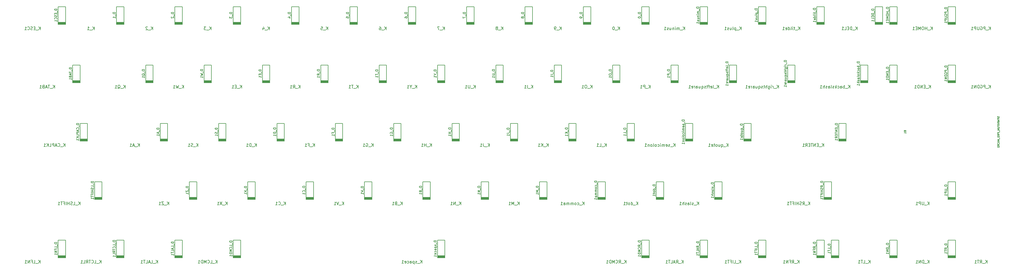
<source format=gbo>
%TF.GenerationSoftware,KiCad,Pcbnew,(5.1.6-0-10_14)*%
%TF.CreationDate,2020-08-01T01:29:04+08:00*%
%TF.ProjectId,K45.0,4b34352e-302e-46b6-9963-61645f706362,rev?*%
%TF.SameCoordinates,Original*%
%TF.FileFunction,Legend,Bot*%
%TF.FilePolarity,Positive*%
%FSLAX46Y46*%
G04 Gerber Fmt 4.6, Leading zero omitted, Abs format (unit mm)*
G04 Created by KiCad (PCBNEW (5.1.6-0-10_14)) date 2020-08-01 01:29:04*
%MOMM*%
%LPD*%
G01*
G04 APERTURE LIST*
%ADD10C,0.200000*%
%ADD11C,0.127000*%
%ADD12C,0.150000*%
G04 APERTURE END LIST*
D10*
%TO.C,D_0*%
X255993750Y-123718750D02*
X253593750Y-123718750D01*
X255993750Y-123893750D02*
X253593750Y-123893750D01*
X255993750Y-124068750D02*
X253593750Y-124068750D01*
X253593750Y-124468750D02*
X255993750Y-124468750D01*
X255993750Y-124243750D02*
X253593750Y-124243750D01*
X255993750Y-124368750D02*
X253593750Y-124368750D01*
X255993750Y-124443750D02*
X255993750Y-118643750D01*
X255993750Y-118643750D02*
X253593750Y-118643750D01*
X253593750Y-118643750D02*
X253593750Y-124443750D01*
%TO.C,D_1*%
X84543750Y-123718750D02*
X82143750Y-123718750D01*
X84543750Y-123893750D02*
X82143750Y-123893750D01*
X84543750Y-124068750D02*
X82143750Y-124068750D01*
X82143750Y-124468750D02*
X84543750Y-124468750D01*
X84543750Y-124243750D02*
X82143750Y-124243750D01*
X84543750Y-124368750D02*
X82143750Y-124368750D01*
X84543750Y-124443750D02*
X84543750Y-118643750D01*
X84543750Y-118643750D02*
X82143750Y-118643750D01*
X82143750Y-118643750D02*
X82143750Y-124443750D01*
%TO.C,D_2*%
X103593750Y-123718750D02*
X101193750Y-123718750D01*
X103593750Y-123893750D02*
X101193750Y-123893750D01*
X103593750Y-124068750D02*
X101193750Y-124068750D01*
X101193750Y-124468750D02*
X103593750Y-124468750D01*
X103593750Y-124243750D02*
X101193750Y-124243750D01*
X103593750Y-124368750D02*
X101193750Y-124368750D01*
X103593750Y-124443750D02*
X103593750Y-118643750D01*
X103593750Y-118643750D02*
X101193750Y-118643750D01*
X101193750Y-118643750D02*
X101193750Y-124443750D01*
%TO.C,D_3*%
X122643750Y-123718750D02*
X120243750Y-123718750D01*
X122643750Y-123893750D02*
X120243750Y-123893750D01*
X122643750Y-124068750D02*
X120243750Y-124068750D01*
X120243750Y-124468750D02*
X122643750Y-124468750D01*
X122643750Y-124243750D02*
X120243750Y-124243750D01*
X122643750Y-124368750D02*
X120243750Y-124368750D01*
X122643750Y-124443750D02*
X122643750Y-118643750D01*
X122643750Y-118643750D02*
X120243750Y-118643750D01*
X120243750Y-118643750D02*
X120243750Y-124443750D01*
%TO.C,D_4*%
X141693750Y-123718750D02*
X139293750Y-123718750D01*
X141693750Y-123893750D02*
X139293750Y-123893750D01*
X141693750Y-124068750D02*
X139293750Y-124068750D01*
X139293750Y-124468750D02*
X141693750Y-124468750D01*
X141693750Y-124243750D02*
X139293750Y-124243750D01*
X141693750Y-124368750D02*
X139293750Y-124368750D01*
X141693750Y-124443750D02*
X141693750Y-118643750D01*
X141693750Y-118643750D02*
X139293750Y-118643750D01*
X139293750Y-118643750D02*
X139293750Y-124443750D01*
%TO.C,D_5*%
X160743750Y-123718750D02*
X158343750Y-123718750D01*
X160743750Y-123893750D02*
X158343750Y-123893750D01*
X160743750Y-124068750D02*
X158343750Y-124068750D01*
X158343750Y-124468750D02*
X160743750Y-124468750D01*
X160743750Y-124243750D02*
X158343750Y-124243750D01*
X160743750Y-124368750D02*
X158343750Y-124368750D01*
X160743750Y-124443750D02*
X160743750Y-118643750D01*
X160743750Y-118643750D02*
X158343750Y-118643750D01*
X158343750Y-118643750D02*
X158343750Y-124443750D01*
%TO.C,D_6*%
X179793750Y-123718750D02*
X177393750Y-123718750D01*
X179793750Y-123893750D02*
X177393750Y-123893750D01*
X179793750Y-124068750D02*
X177393750Y-124068750D01*
X177393750Y-124468750D02*
X179793750Y-124468750D01*
X179793750Y-124243750D02*
X177393750Y-124243750D01*
X179793750Y-124368750D02*
X177393750Y-124368750D01*
X179793750Y-124443750D02*
X179793750Y-118643750D01*
X179793750Y-118643750D02*
X177393750Y-118643750D01*
X177393750Y-118643750D02*
X177393750Y-124443750D01*
%TO.C,D_7*%
X198843750Y-123718750D02*
X196443750Y-123718750D01*
X198843750Y-123893750D02*
X196443750Y-123893750D01*
X198843750Y-124068750D02*
X196443750Y-124068750D01*
X196443750Y-124468750D02*
X198843750Y-124468750D01*
X198843750Y-124243750D02*
X196443750Y-124243750D01*
X198843750Y-124368750D02*
X196443750Y-124368750D01*
X198843750Y-124443750D02*
X198843750Y-118643750D01*
X198843750Y-118643750D02*
X196443750Y-118643750D01*
X196443750Y-118643750D02*
X196443750Y-124443750D01*
%TO.C,D_8*%
X217893750Y-123718750D02*
X215493750Y-123718750D01*
X217893750Y-123893750D02*
X215493750Y-123893750D01*
X217893750Y-124068750D02*
X215493750Y-124068750D01*
X215493750Y-124468750D02*
X217893750Y-124468750D01*
X217893750Y-124243750D02*
X215493750Y-124243750D01*
X217893750Y-124368750D02*
X215493750Y-124368750D01*
X217893750Y-124443750D02*
X217893750Y-118643750D01*
X217893750Y-118643750D02*
X215493750Y-118643750D01*
X215493750Y-118643750D02*
X215493750Y-124443750D01*
%TO.C,D_9*%
X236943750Y-123718750D02*
X234543750Y-123718750D01*
X236943750Y-123893750D02*
X234543750Y-123893750D01*
X236943750Y-124068750D02*
X234543750Y-124068750D01*
X234543750Y-124468750D02*
X236943750Y-124468750D01*
X236943750Y-124243750D02*
X234543750Y-124243750D01*
X236943750Y-124368750D02*
X234543750Y-124368750D01*
X236943750Y-124443750D02*
X236943750Y-118643750D01*
X236943750Y-118643750D02*
X234543750Y-118643750D01*
X234543750Y-118643750D02*
X234543750Y-124443750D01*
%TO.C,D_A1*%
X98831250Y-161818750D02*
X96431250Y-161818750D01*
X98831250Y-161993750D02*
X96431250Y-161993750D01*
X98831250Y-162168750D02*
X96431250Y-162168750D01*
X96431250Y-162568750D02*
X98831250Y-162568750D01*
X98831250Y-162343750D02*
X96431250Y-162343750D01*
X98831250Y-162468750D02*
X96431250Y-162468750D01*
X98831250Y-162543750D02*
X98831250Y-156743750D01*
X98831250Y-156743750D02*
X96431250Y-156743750D01*
X96431250Y-156743750D02*
X96431250Y-162543750D01*
%TO.C,D_B1*%
X182156250Y-175793750D02*
X182156250Y-181593750D01*
X184556250Y-175793750D02*
X182156250Y-175793750D01*
X184556250Y-181593750D02*
X184556250Y-175793750D01*
X184556250Y-181518750D02*
X182156250Y-181518750D01*
X184556250Y-181393750D02*
X182156250Y-181393750D01*
X182156250Y-181618750D02*
X184556250Y-181618750D01*
X184556250Y-181218750D02*
X182156250Y-181218750D01*
X184556250Y-181043750D02*
X182156250Y-181043750D01*
X184556250Y-180868750D02*
X182156250Y-180868750D01*
%TO.C,D_backslash1*%
X327431250Y-142768750D02*
X325031250Y-142768750D01*
X327431250Y-142943750D02*
X325031250Y-142943750D01*
X327431250Y-143118750D02*
X325031250Y-143118750D01*
X325031250Y-143518750D02*
X327431250Y-143518750D01*
X327431250Y-143293750D02*
X325031250Y-143293750D01*
X327431250Y-143418750D02*
X325031250Y-143418750D01*
X327431250Y-143493750D02*
X327431250Y-137693750D01*
X327431250Y-137693750D02*
X325031250Y-137693750D01*
X325031250Y-137693750D02*
X325031250Y-143493750D01*
%TO.C,D_C1*%
X144056250Y-175793750D02*
X144056250Y-181593750D01*
X146456250Y-175793750D02*
X144056250Y-175793750D01*
X146456250Y-181593750D02*
X146456250Y-175793750D01*
X146456250Y-181518750D02*
X144056250Y-181518750D01*
X146456250Y-181393750D02*
X144056250Y-181393750D01*
X144056250Y-181618750D02*
X146456250Y-181618750D01*
X146456250Y-181218750D02*
X144056250Y-181218750D01*
X146456250Y-181043750D02*
X144056250Y-181043750D01*
X146456250Y-180868750D02*
X144056250Y-180868750D01*
%TO.C,D_CAPLK1*%
X72637500Y-161818750D02*
X70237500Y-161818750D01*
X72637500Y-161993750D02*
X70237500Y-161993750D01*
X72637500Y-162168750D02*
X70237500Y-162168750D01*
X70237500Y-162568750D02*
X72637500Y-162568750D01*
X72637500Y-162343750D02*
X70237500Y-162343750D01*
X72637500Y-162468750D02*
X70237500Y-162468750D01*
X72637500Y-162543750D02*
X72637500Y-156743750D01*
X72637500Y-156743750D02*
X70237500Y-156743750D01*
X70237500Y-156743750D02*
X70237500Y-162543750D01*
%TO.C,D_comma1*%
X239306250Y-175793750D02*
X239306250Y-181593750D01*
X241706250Y-175793750D02*
X239306250Y-175793750D01*
X241706250Y-181593750D02*
X241706250Y-175793750D01*
X241706250Y-181518750D02*
X239306250Y-181518750D01*
X241706250Y-181393750D02*
X239306250Y-181393750D01*
X239306250Y-181618750D02*
X241706250Y-181618750D01*
X241706250Y-181218750D02*
X239306250Y-181218750D01*
X241706250Y-181043750D02*
X239306250Y-181043750D01*
X241706250Y-180868750D02*
X239306250Y-180868750D01*
%TO.C,D_D1*%
X134531250Y-156743750D02*
X134531250Y-162543750D01*
X136931250Y-156743750D02*
X134531250Y-156743750D01*
X136931250Y-162543750D02*
X136931250Y-156743750D01*
X136931250Y-162468750D02*
X134531250Y-162468750D01*
X136931250Y-162343750D02*
X134531250Y-162343750D01*
X134531250Y-162568750D02*
X136931250Y-162568750D01*
X136931250Y-162168750D02*
X134531250Y-162168750D01*
X136931250Y-161993750D02*
X134531250Y-161993750D01*
X136931250Y-161818750D02*
X134531250Y-161818750D01*
%TO.C,D_DEL1*%
X332193750Y-123718750D02*
X329793750Y-123718750D01*
X332193750Y-123893750D02*
X329793750Y-123893750D01*
X332193750Y-124068750D02*
X329793750Y-124068750D01*
X329793750Y-124468750D02*
X332193750Y-124468750D01*
X332193750Y-124243750D02*
X329793750Y-124243750D01*
X332193750Y-124368750D02*
X329793750Y-124368750D01*
X332193750Y-124443750D02*
X332193750Y-118643750D01*
X332193750Y-118643750D02*
X329793750Y-118643750D01*
X329793750Y-118643750D02*
X329793750Y-124443750D01*
%TO.C,D_DN1*%
X334556250Y-194843750D02*
X334556250Y-200643750D01*
X336956250Y-194843750D02*
X334556250Y-194843750D01*
X336956250Y-200643750D02*
X336956250Y-194843750D01*
X336956250Y-200568750D02*
X334556250Y-200568750D01*
X336956250Y-200443750D02*
X334556250Y-200443750D01*
X334556250Y-200668750D02*
X336956250Y-200668750D01*
X336956250Y-200268750D02*
X334556250Y-200268750D01*
X336956250Y-200093750D02*
X334556250Y-200093750D01*
X336956250Y-199918750D02*
X334556250Y-199918750D01*
%TO.C,D_dot1*%
X258356250Y-175793750D02*
X258356250Y-181593750D01*
X260756250Y-175793750D02*
X258356250Y-175793750D01*
X260756250Y-181593750D02*
X260756250Y-175793750D01*
X260756250Y-181518750D02*
X258356250Y-181518750D01*
X260756250Y-181393750D02*
X258356250Y-181393750D01*
X258356250Y-181618750D02*
X260756250Y-181618750D01*
X260756250Y-181218750D02*
X258356250Y-181218750D01*
X260756250Y-181043750D02*
X258356250Y-181043750D01*
X260756250Y-180868750D02*
X258356250Y-180868750D01*
%TO.C,D_E1*%
X132168750Y-142768750D02*
X129768750Y-142768750D01*
X132168750Y-142943750D02*
X129768750Y-142943750D01*
X132168750Y-143118750D02*
X129768750Y-143118750D01*
X129768750Y-143518750D02*
X132168750Y-143518750D01*
X132168750Y-143293750D02*
X129768750Y-143293750D01*
X132168750Y-143418750D02*
X129768750Y-143418750D01*
X132168750Y-143493750D02*
X132168750Y-137693750D01*
X132168750Y-137693750D02*
X129768750Y-137693750D01*
X129768750Y-137693750D02*
X129768750Y-143493750D01*
%TO.C,D_END1*%
X336956250Y-142768750D02*
X334556250Y-142768750D01*
X336956250Y-142943750D02*
X334556250Y-142943750D01*
X336956250Y-143118750D02*
X334556250Y-143118750D01*
X334556250Y-143518750D02*
X336956250Y-143518750D01*
X336956250Y-143293750D02*
X334556250Y-143293750D01*
X336956250Y-143418750D02*
X334556250Y-143418750D01*
X336956250Y-143493750D02*
X336956250Y-137693750D01*
X336956250Y-137693750D02*
X334556250Y-137693750D01*
X334556250Y-137693750D02*
X334556250Y-143493750D01*
%TO.C,D_ENTER1*%
X317887500Y-156743750D02*
X317887500Y-162543750D01*
X320287500Y-156743750D02*
X317887500Y-156743750D01*
X320287500Y-162543750D02*
X320287500Y-156743750D01*
X320287500Y-162468750D02*
X317887500Y-162468750D01*
X320287500Y-162343750D02*
X317887500Y-162343750D01*
X317887500Y-162568750D02*
X320287500Y-162568750D01*
X320287500Y-162168750D02*
X317887500Y-162168750D01*
X320287500Y-161993750D02*
X317887500Y-161993750D01*
X320287500Y-161818750D02*
X317887500Y-161818750D01*
%TO.C,D_ESC1*%
X65493750Y-123718750D02*
X63093750Y-123718750D01*
X65493750Y-123893750D02*
X63093750Y-123893750D01*
X65493750Y-124068750D02*
X63093750Y-124068750D01*
X63093750Y-124468750D02*
X65493750Y-124468750D01*
X65493750Y-124243750D02*
X63093750Y-124243750D01*
X65493750Y-124368750D02*
X63093750Y-124368750D01*
X65493750Y-124443750D02*
X65493750Y-118643750D01*
X65493750Y-118643750D02*
X63093750Y-118643750D01*
X63093750Y-118643750D02*
X63093750Y-124443750D01*
%TO.C,D_F1*%
X153581250Y-156743750D02*
X153581250Y-162543750D01*
X155981250Y-156743750D02*
X153581250Y-156743750D01*
X155981250Y-162543750D02*
X155981250Y-156743750D01*
X155981250Y-162468750D02*
X153581250Y-162468750D01*
X155981250Y-162343750D02*
X153581250Y-162343750D01*
X153581250Y-162568750D02*
X155981250Y-162568750D01*
X155981250Y-162168750D02*
X153581250Y-162168750D01*
X155981250Y-161993750D02*
X153581250Y-161993750D01*
X155981250Y-161818750D02*
X153581250Y-161818750D01*
%TO.C,D_G1*%
X172631250Y-156743750D02*
X172631250Y-162543750D01*
X175031250Y-156743750D02*
X172631250Y-156743750D01*
X175031250Y-162543750D02*
X175031250Y-156743750D01*
X175031250Y-162468750D02*
X172631250Y-162468750D01*
X175031250Y-162343750D02*
X172631250Y-162343750D01*
X172631250Y-162568750D02*
X175031250Y-162568750D01*
X175031250Y-162168750D02*
X172631250Y-162168750D01*
X175031250Y-161993750D02*
X172631250Y-161993750D01*
X175031250Y-161818750D02*
X172631250Y-161818750D01*
%TO.C,D_H1*%
X191681250Y-156743750D02*
X191681250Y-162543750D01*
X194081250Y-156743750D02*
X191681250Y-156743750D01*
X194081250Y-162543750D02*
X194081250Y-156743750D01*
X194081250Y-162468750D02*
X191681250Y-162468750D01*
X194081250Y-162343750D02*
X191681250Y-162343750D01*
X191681250Y-162568750D02*
X194081250Y-162568750D01*
X194081250Y-162168750D02*
X191681250Y-162168750D01*
X194081250Y-161993750D02*
X191681250Y-161993750D01*
X194081250Y-161818750D02*
X191681250Y-161818750D01*
%TO.C,D_HOME1*%
X336956250Y-123718750D02*
X334556250Y-123718750D01*
X336956250Y-123893750D02*
X334556250Y-123893750D01*
X336956250Y-124068750D02*
X334556250Y-124068750D01*
X334556250Y-124468750D02*
X336956250Y-124468750D01*
X336956250Y-124243750D02*
X334556250Y-124243750D01*
X336956250Y-124368750D02*
X334556250Y-124368750D01*
X336956250Y-124443750D02*
X336956250Y-118643750D01*
X336956250Y-118643750D02*
X334556250Y-118643750D01*
X334556250Y-118643750D02*
X334556250Y-124443750D01*
%TO.C,D_I1*%
X227418750Y-142768750D02*
X225018750Y-142768750D01*
X227418750Y-142943750D02*
X225018750Y-142943750D01*
X227418750Y-143118750D02*
X225018750Y-143118750D01*
X225018750Y-143518750D02*
X227418750Y-143518750D01*
X227418750Y-143293750D02*
X225018750Y-143293750D01*
X227418750Y-143418750D02*
X225018750Y-143418750D01*
X227418750Y-143493750D02*
X227418750Y-137693750D01*
X227418750Y-137693750D02*
X225018750Y-137693750D01*
X225018750Y-137693750D02*
X225018750Y-143493750D01*
%TO.C,D_J1*%
X210731250Y-156743750D02*
X210731250Y-162543750D01*
X213131250Y-156743750D02*
X210731250Y-156743750D01*
X213131250Y-162543750D02*
X213131250Y-156743750D01*
X213131250Y-162468750D02*
X210731250Y-162468750D01*
X213131250Y-162343750D02*
X210731250Y-162343750D01*
X210731250Y-162568750D02*
X213131250Y-162568750D01*
X213131250Y-162168750D02*
X210731250Y-162168750D01*
X213131250Y-161993750D02*
X210731250Y-161993750D01*
X213131250Y-161818750D02*
X210731250Y-161818750D01*
%TO.C,D_K1*%
X229781250Y-156743750D02*
X229781250Y-162543750D01*
X232181250Y-156743750D02*
X229781250Y-156743750D01*
X232181250Y-162543750D02*
X232181250Y-156743750D01*
X232181250Y-162468750D02*
X229781250Y-162468750D01*
X232181250Y-162343750D02*
X229781250Y-162343750D01*
X229781250Y-162568750D02*
X232181250Y-162568750D01*
X232181250Y-162168750D02*
X229781250Y-162168750D01*
X232181250Y-161993750D02*
X229781250Y-161993750D01*
X232181250Y-161818750D02*
X229781250Y-161818750D01*
%TO.C,D_L1*%
X248831250Y-156743750D02*
X248831250Y-162543750D01*
X251231250Y-156743750D02*
X248831250Y-156743750D01*
X251231250Y-162543750D02*
X251231250Y-156743750D01*
X251231250Y-162468750D02*
X248831250Y-162468750D01*
X251231250Y-162343750D02*
X248831250Y-162343750D01*
X248831250Y-162568750D02*
X251231250Y-162568750D01*
X251231250Y-162168750D02*
X248831250Y-162168750D01*
X251231250Y-161993750D02*
X248831250Y-161993750D01*
X251231250Y-161818750D02*
X248831250Y-161818750D01*
%TO.C,D_LALT1*%
X101193750Y-194843750D02*
X101193750Y-200643750D01*
X103593750Y-194843750D02*
X101193750Y-194843750D01*
X103593750Y-200643750D02*
X103593750Y-194843750D01*
X103593750Y-200568750D02*
X101193750Y-200568750D01*
X103593750Y-200443750D02*
X101193750Y-200443750D01*
X101193750Y-200668750D02*
X103593750Y-200668750D01*
X103593750Y-200268750D02*
X101193750Y-200268750D01*
X103593750Y-200093750D02*
X101193750Y-200093750D01*
X103593750Y-199918750D02*
X101193750Y-199918750D01*
%TO.C,D_LCMD1*%
X120243750Y-194843750D02*
X120243750Y-200643750D01*
X122643750Y-194843750D02*
X120243750Y-194843750D01*
X122643750Y-200643750D02*
X122643750Y-194843750D01*
X122643750Y-200568750D02*
X120243750Y-200568750D01*
X122643750Y-200443750D02*
X120243750Y-200443750D01*
X120243750Y-200668750D02*
X122643750Y-200668750D01*
X122643750Y-200268750D02*
X120243750Y-200268750D01*
X122643750Y-200093750D02*
X120243750Y-200093750D01*
X122643750Y-199918750D02*
X120243750Y-199918750D01*
%TO.C,D_LCTRL1*%
X82143750Y-194843750D02*
X82143750Y-200643750D01*
X84543750Y-194843750D02*
X82143750Y-194843750D01*
X84543750Y-200643750D02*
X84543750Y-194843750D01*
X84543750Y-200568750D02*
X82143750Y-200568750D01*
X84543750Y-200443750D02*
X82143750Y-200443750D01*
X82143750Y-200668750D02*
X84543750Y-200668750D01*
X84543750Y-200268750D02*
X82143750Y-200268750D01*
X84543750Y-200093750D02*
X82143750Y-200093750D01*
X84543750Y-199918750D02*
X82143750Y-199918750D01*
%TO.C,D_leftsquare1*%
X284568750Y-142768750D02*
X282168750Y-142768750D01*
X284568750Y-142943750D02*
X282168750Y-142943750D01*
X284568750Y-143118750D02*
X282168750Y-143118750D01*
X282168750Y-143518750D02*
X284568750Y-143518750D01*
X284568750Y-143293750D02*
X282168750Y-143293750D01*
X284568750Y-143418750D02*
X282168750Y-143418750D01*
X284568750Y-143493750D02*
X284568750Y-137693750D01*
X284568750Y-137693750D02*
X282168750Y-137693750D01*
X282168750Y-137693750D02*
X282168750Y-143493750D01*
%TO.C,D_LFN1*%
X63093750Y-194843750D02*
X63093750Y-200643750D01*
X65493750Y-194843750D02*
X63093750Y-194843750D01*
X65493750Y-200643750D02*
X65493750Y-194843750D01*
X65493750Y-200568750D02*
X63093750Y-200568750D01*
X65493750Y-200443750D02*
X63093750Y-200443750D01*
X63093750Y-200668750D02*
X65493750Y-200668750D01*
X65493750Y-200268750D02*
X63093750Y-200268750D01*
X65493750Y-200093750D02*
X63093750Y-200093750D01*
X65493750Y-199918750D02*
X63093750Y-199918750D01*
%TO.C,D_LIFT1*%
X291693750Y-194843750D02*
X291693750Y-200643750D01*
X294093750Y-194843750D02*
X291693750Y-194843750D01*
X294093750Y-200643750D02*
X294093750Y-194843750D01*
X294093750Y-200568750D02*
X291693750Y-200568750D01*
X294093750Y-200443750D02*
X291693750Y-200443750D01*
X291693750Y-200668750D02*
X294093750Y-200668750D01*
X294093750Y-200268750D02*
X291693750Y-200268750D01*
X294093750Y-200093750D02*
X291693750Y-200093750D01*
X294093750Y-199918750D02*
X291693750Y-199918750D01*
%TO.C,D_LSHIFT1*%
X75000000Y-175793750D02*
X75000000Y-181593750D01*
X77400000Y-175793750D02*
X75000000Y-175793750D01*
X77400000Y-181593750D02*
X77400000Y-175793750D01*
X77400000Y-181518750D02*
X75000000Y-181518750D01*
X77400000Y-181393750D02*
X75000000Y-181393750D01*
X75000000Y-181618750D02*
X77400000Y-181618750D01*
X77400000Y-181218750D02*
X75000000Y-181218750D01*
X77400000Y-181043750D02*
X75000000Y-181043750D01*
X77400000Y-180868750D02*
X75000000Y-180868750D01*
%TO.C,D_LT1*%
X315506250Y-194843750D02*
X315506250Y-200643750D01*
X317906250Y-194843750D02*
X315506250Y-194843750D01*
X317906250Y-200643750D02*
X317906250Y-194843750D01*
X317906250Y-200568750D02*
X315506250Y-200568750D01*
X317906250Y-200443750D02*
X315506250Y-200443750D01*
X315506250Y-200668750D02*
X317906250Y-200668750D01*
X317906250Y-200268750D02*
X315506250Y-200268750D01*
X317906250Y-200093750D02*
X315506250Y-200093750D01*
X317906250Y-199918750D02*
X315506250Y-199918750D01*
%TO.C,D_M1*%
X220256250Y-175793750D02*
X220256250Y-181593750D01*
X222656250Y-175793750D02*
X220256250Y-175793750D01*
X222656250Y-181593750D02*
X222656250Y-175793750D01*
X222656250Y-181518750D02*
X220256250Y-181518750D01*
X222656250Y-181393750D02*
X220256250Y-181393750D01*
X220256250Y-181618750D02*
X222656250Y-181618750D01*
X222656250Y-181218750D02*
X220256250Y-181218750D01*
X222656250Y-181043750D02*
X220256250Y-181043750D01*
X222656250Y-180868750D02*
X220256250Y-180868750D01*
%TO.C,D_minus1*%
X275043750Y-123718750D02*
X272643750Y-123718750D01*
X275043750Y-123893750D02*
X272643750Y-123893750D01*
X275043750Y-124068750D02*
X272643750Y-124068750D01*
X272643750Y-124468750D02*
X275043750Y-124468750D01*
X275043750Y-124243750D02*
X272643750Y-124243750D01*
X275043750Y-124368750D02*
X272643750Y-124368750D01*
X275043750Y-124443750D02*
X275043750Y-118643750D01*
X275043750Y-118643750D02*
X272643750Y-118643750D01*
X272643750Y-118643750D02*
X272643750Y-124443750D01*
%TO.C,D_N1*%
X201206250Y-175793750D02*
X201206250Y-181593750D01*
X203606250Y-175793750D02*
X201206250Y-175793750D01*
X203606250Y-181593750D02*
X203606250Y-175793750D01*
X203606250Y-181518750D02*
X201206250Y-181518750D01*
X203606250Y-181393750D02*
X201206250Y-181393750D01*
X201206250Y-181618750D02*
X203606250Y-181618750D01*
X203606250Y-181218750D02*
X201206250Y-181218750D01*
X203606250Y-181043750D02*
X201206250Y-181043750D01*
X203606250Y-180868750D02*
X201206250Y-180868750D01*
%TO.C,D_O1*%
X246468750Y-142768750D02*
X244068750Y-142768750D01*
X246468750Y-142943750D02*
X244068750Y-142943750D01*
X246468750Y-143118750D02*
X244068750Y-143118750D01*
X244068750Y-143518750D02*
X246468750Y-143518750D01*
X246468750Y-143293750D02*
X244068750Y-143293750D01*
X246468750Y-143418750D02*
X244068750Y-143418750D01*
X246468750Y-143493750D02*
X246468750Y-137693750D01*
X246468750Y-137693750D02*
X244068750Y-137693750D01*
X244068750Y-137693750D02*
X244068750Y-143493750D01*
%TO.C,D_P1*%
X265518750Y-142768750D02*
X263118750Y-142768750D01*
X265518750Y-142943750D02*
X263118750Y-142943750D01*
X265518750Y-143118750D02*
X263118750Y-143118750D01*
X263118750Y-143518750D02*
X265518750Y-143518750D01*
X265518750Y-143293750D02*
X263118750Y-143293750D01*
X265518750Y-143418750D02*
X263118750Y-143418750D01*
X265518750Y-143493750D02*
X265518750Y-137693750D01*
X265518750Y-137693750D02*
X263118750Y-137693750D01*
X263118750Y-137693750D02*
X263118750Y-143493750D01*
%TO.C,D_PGDN1*%
X356006250Y-142768750D02*
X353606250Y-142768750D01*
X356006250Y-142943750D02*
X353606250Y-142943750D01*
X356006250Y-143118750D02*
X353606250Y-143118750D01*
X353606250Y-143518750D02*
X356006250Y-143518750D01*
X356006250Y-143293750D02*
X353606250Y-143293750D01*
X356006250Y-143418750D02*
X353606250Y-143418750D01*
X356006250Y-143493750D02*
X356006250Y-137693750D01*
X356006250Y-137693750D02*
X353606250Y-137693750D01*
X353606250Y-137693750D02*
X353606250Y-143493750D01*
%TO.C,D_PGUP1*%
X356006250Y-123718750D02*
X353606250Y-123718750D01*
X356006250Y-123893750D02*
X353606250Y-123893750D01*
X356006250Y-124068750D02*
X353606250Y-124068750D01*
X353606250Y-124468750D02*
X356006250Y-124468750D01*
X356006250Y-124243750D02*
X353606250Y-124243750D01*
X356006250Y-124368750D02*
X353606250Y-124368750D01*
X356006250Y-124443750D02*
X356006250Y-118643750D01*
X356006250Y-118643750D02*
X353606250Y-118643750D01*
X353606250Y-118643750D02*
X353606250Y-124443750D01*
%TO.C,D_plus1*%
X294093750Y-123718750D02*
X291693750Y-123718750D01*
X294093750Y-123893750D02*
X291693750Y-123893750D01*
X294093750Y-124068750D02*
X291693750Y-124068750D01*
X291693750Y-124468750D02*
X294093750Y-124468750D01*
X294093750Y-124243750D02*
X291693750Y-124243750D01*
X294093750Y-124368750D02*
X291693750Y-124368750D01*
X294093750Y-124443750D02*
X294093750Y-118643750D01*
X294093750Y-118643750D02*
X291693750Y-118643750D01*
X291693750Y-118643750D02*
X291693750Y-124443750D01*
%TO.C,D_Q1*%
X94068750Y-142768750D02*
X91668750Y-142768750D01*
X94068750Y-142943750D02*
X91668750Y-142943750D01*
X94068750Y-143118750D02*
X91668750Y-143118750D01*
X91668750Y-143518750D02*
X94068750Y-143518750D01*
X94068750Y-143293750D02*
X91668750Y-143293750D01*
X94068750Y-143418750D02*
X91668750Y-143418750D01*
X94068750Y-143493750D02*
X94068750Y-137693750D01*
X94068750Y-137693750D02*
X91668750Y-137693750D01*
X91668750Y-137693750D02*
X91668750Y-143493750D01*
%TO.C,D_quote1*%
X286931250Y-156743750D02*
X286931250Y-162543750D01*
X289331250Y-156743750D02*
X286931250Y-156743750D01*
X289331250Y-162543750D02*
X289331250Y-156743750D01*
X289331250Y-162468750D02*
X286931250Y-162468750D01*
X289331250Y-162343750D02*
X286931250Y-162343750D01*
X286931250Y-162568750D02*
X289331250Y-162568750D01*
X289331250Y-162168750D02*
X286931250Y-162168750D01*
X289331250Y-161993750D02*
X286931250Y-161993750D01*
X289331250Y-161818750D02*
X286931250Y-161818750D01*
%TO.C,D_R1*%
X151218750Y-142768750D02*
X148818750Y-142768750D01*
X151218750Y-142943750D02*
X148818750Y-142943750D01*
X151218750Y-143118750D02*
X148818750Y-143118750D01*
X148818750Y-143518750D02*
X151218750Y-143518750D01*
X151218750Y-143293750D02*
X148818750Y-143293750D01*
X151218750Y-143418750D02*
X148818750Y-143418750D01*
X151218750Y-143493750D02*
X151218750Y-137693750D01*
X151218750Y-137693750D02*
X148818750Y-137693750D01*
X148818750Y-137693750D02*
X148818750Y-143493750D01*
%TO.C,D_RALT1*%
X272643750Y-194843750D02*
X272643750Y-200643750D01*
X275043750Y-194843750D02*
X272643750Y-194843750D01*
X275043750Y-200643750D02*
X275043750Y-194843750D01*
X275043750Y-200568750D02*
X272643750Y-200568750D01*
X275043750Y-200443750D02*
X272643750Y-200443750D01*
X272643750Y-200668750D02*
X275043750Y-200668750D01*
X275043750Y-200268750D02*
X272643750Y-200268750D01*
X275043750Y-200093750D02*
X272643750Y-200093750D01*
X275043750Y-199918750D02*
X272643750Y-199918750D01*
%TO.C,D_RCMD1*%
X253593750Y-194843750D02*
X253593750Y-200643750D01*
X255993750Y-194843750D02*
X253593750Y-194843750D01*
X255993750Y-200643750D02*
X255993750Y-194843750D01*
X255993750Y-200568750D02*
X253593750Y-200568750D01*
X255993750Y-200443750D02*
X253593750Y-200443750D01*
X253593750Y-200668750D02*
X255993750Y-200668750D01*
X255993750Y-200268750D02*
X253593750Y-200268750D01*
X255993750Y-200093750D02*
X253593750Y-200093750D01*
X255993750Y-199918750D02*
X253593750Y-199918750D01*
%TO.C,D_RFN1*%
X310743750Y-194843750D02*
X310743750Y-200643750D01*
X313143750Y-194843750D02*
X310743750Y-194843750D01*
X313143750Y-200643750D02*
X313143750Y-194843750D01*
X313143750Y-200568750D02*
X310743750Y-200568750D01*
X313143750Y-200443750D02*
X310743750Y-200443750D01*
X310743750Y-200668750D02*
X313143750Y-200668750D01*
X313143750Y-200268750D02*
X310743750Y-200268750D01*
X313143750Y-200093750D02*
X310743750Y-200093750D01*
X313143750Y-199918750D02*
X310743750Y-199918750D01*
%TO.C,D_rightsquare1*%
X303618750Y-142768750D02*
X301218750Y-142768750D01*
X303618750Y-142943750D02*
X301218750Y-142943750D01*
X303618750Y-143118750D02*
X301218750Y-143118750D01*
X301218750Y-143518750D02*
X303618750Y-143518750D01*
X303618750Y-143293750D02*
X301218750Y-143293750D01*
X303618750Y-143418750D02*
X301218750Y-143418750D01*
X303618750Y-143493750D02*
X303618750Y-137693750D01*
X303618750Y-137693750D02*
X301218750Y-137693750D01*
X301218750Y-137693750D02*
X301218750Y-143493750D01*
%TO.C,D_RSHIFT1*%
X313125000Y-175793750D02*
X313125000Y-181593750D01*
X315525000Y-175793750D02*
X313125000Y-175793750D01*
X315525000Y-181593750D02*
X315525000Y-175793750D01*
X315525000Y-181518750D02*
X313125000Y-181518750D01*
X315525000Y-181393750D02*
X313125000Y-181393750D01*
X313125000Y-181618750D02*
X315525000Y-181618750D01*
X315525000Y-181218750D02*
X313125000Y-181218750D01*
X315525000Y-181043750D02*
X313125000Y-181043750D01*
X315525000Y-180868750D02*
X313125000Y-180868750D01*
%TO.C,D_RT1*%
X353606250Y-194843750D02*
X353606250Y-200643750D01*
X356006250Y-194843750D02*
X353606250Y-194843750D01*
X356006250Y-200643750D02*
X356006250Y-194843750D01*
X356006250Y-200568750D02*
X353606250Y-200568750D01*
X356006250Y-200443750D02*
X353606250Y-200443750D01*
X353606250Y-200668750D02*
X356006250Y-200668750D01*
X356006250Y-200268750D02*
X353606250Y-200268750D01*
X356006250Y-200093750D02*
X353606250Y-200093750D01*
X356006250Y-199918750D02*
X353606250Y-199918750D01*
%TO.C,D_S1*%
X115481250Y-156743750D02*
X115481250Y-162543750D01*
X117881250Y-156743750D02*
X115481250Y-156743750D01*
X117881250Y-162543750D02*
X117881250Y-156743750D01*
X117881250Y-162468750D02*
X115481250Y-162468750D01*
X117881250Y-162343750D02*
X115481250Y-162343750D01*
X115481250Y-162568750D02*
X117881250Y-162568750D01*
X117881250Y-162168750D02*
X115481250Y-162168750D01*
X117881250Y-161993750D02*
X115481250Y-161993750D01*
X117881250Y-161818750D02*
X115481250Y-161818750D01*
%TO.C,D_semicolon1*%
X267881250Y-156743750D02*
X267881250Y-162543750D01*
X270281250Y-156743750D02*
X267881250Y-156743750D01*
X270281250Y-162543750D02*
X270281250Y-156743750D01*
X270281250Y-162468750D02*
X267881250Y-162468750D01*
X270281250Y-162343750D02*
X267881250Y-162343750D01*
X267881250Y-162568750D02*
X270281250Y-162568750D01*
X270281250Y-162168750D02*
X267881250Y-162168750D01*
X270281250Y-161993750D02*
X267881250Y-161993750D01*
X270281250Y-161818750D02*
X267881250Y-161818750D01*
%TO.C,D_slash1*%
X277406250Y-175793750D02*
X277406250Y-181593750D01*
X279806250Y-175793750D02*
X277406250Y-175793750D01*
X279806250Y-181593750D02*
X279806250Y-175793750D01*
X279806250Y-181518750D02*
X277406250Y-181518750D01*
X279806250Y-181393750D02*
X277406250Y-181393750D01*
X277406250Y-181618750D02*
X279806250Y-181618750D01*
X279806250Y-181218750D02*
X277406250Y-181218750D01*
X279806250Y-181043750D02*
X277406250Y-181043750D01*
X279806250Y-180868750D02*
X277406250Y-180868750D01*
%TO.C,D_space1*%
X186918750Y-194843750D02*
X186918750Y-200643750D01*
X189318750Y-194843750D02*
X186918750Y-194843750D01*
X189318750Y-200643750D02*
X189318750Y-194843750D01*
X189318750Y-200568750D02*
X186918750Y-200568750D01*
X189318750Y-200443750D02*
X186918750Y-200443750D01*
X186918750Y-200668750D02*
X189318750Y-200668750D01*
X189318750Y-200268750D02*
X186918750Y-200268750D01*
X189318750Y-200093750D02*
X186918750Y-200093750D01*
X189318750Y-199918750D02*
X186918750Y-199918750D01*
%TO.C,D_T1*%
X170268750Y-142768750D02*
X167868750Y-142768750D01*
X170268750Y-142943750D02*
X167868750Y-142943750D01*
X170268750Y-143118750D02*
X167868750Y-143118750D01*
X167868750Y-143518750D02*
X170268750Y-143518750D01*
X170268750Y-143293750D02*
X167868750Y-143293750D01*
X170268750Y-143418750D02*
X167868750Y-143418750D01*
X170268750Y-143493750D02*
X170268750Y-137693750D01*
X170268750Y-137693750D02*
X167868750Y-137693750D01*
X167868750Y-137693750D02*
X167868750Y-143493750D01*
%TO.C,D_TAB1*%
X70256250Y-142768750D02*
X67856250Y-142768750D01*
X70256250Y-142943750D02*
X67856250Y-142943750D01*
X70256250Y-143118750D02*
X67856250Y-143118750D01*
X67856250Y-143518750D02*
X70256250Y-143518750D01*
X70256250Y-143293750D02*
X67856250Y-143293750D01*
X70256250Y-143418750D02*
X67856250Y-143418750D01*
X70256250Y-143493750D02*
X70256250Y-137693750D01*
X70256250Y-137693750D02*
X67856250Y-137693750D01*
X67856250Y-137693750D02*
X67856250Y-143493750D01*
%TO.C,D_tilde1*%
X313143750Y-123718750D02*
X310743750Y-123718750D01*
X313143750Y-123893750D02*
X310743750Y-123893750D01*
X313143750Y-124068750D02*
X310743750Y-124068750D01*
X310743750Y-124468750D02*
X313143750Y-124468750D01*
X313143750Y-124243750D02*
X310743750Y-124243750D01*
X313143750Y-124368750D02*
X310743750Y-124368750D01*
X313143750Y-124443750D02*
X313143750Y-118643750D01*
X313143750Y-118643750D02*
X310743750Y-118643750D01*
X310743750Y-118643750D02*
X310743750Y-124443750D01*
%TO.C,D_U1*%
X208368750Y-142768750D02*
X205968750Y-142768750D01*
X208368750Y-142943750D02*
X205968750Y-142943750D01*
X208368750Y-143118750D02*
X205968750Y-143118750D01*
X205968750Y-143518750D02*
X208368750Y-143518750D01*
X208368750Y-143293750D02*
X205968750Y-143293750D01*
X208368750Y-143418750D02*
X205968750Y-143418750D01*
X208368750Y-143493750D02*
X208368750Y-137693750D01*
X208368750Y-137693750D02*
X205968750Y-137693750D01*
X205968750Y-137693750D02*
X205968750Y-143493750D01*
%TO.C,D_UP1*%
X353606250Y-175793750D02*
X353606250Y-181593750D01*
X356006250Y-175793750D02*
X353606250Y-175793750D01*
X356006250Y-181593750D02*
X356006250Y-175793750D01*
X356006250Y-181518750D02*
X353606250Y-181518750D01*
X356006250Y-181393750D02*
X353606250Y-181393750D01*
X353606250Y-181618750D02*
X356006250Y-181618750D01*
X356006250Y-181218750D02*
X353606250Y-181218750D01*
X356006250Y-181043750D02*
X353606250Y-181043750D01*
X356006250Y-180868750D02*
X353606250Y-180868750D01*
%TO.C,D_V1*%
X163106250Y-175793750D02*
X163106250Y-181593750D01*
X165506250Y-175793750D02*
X163106250Y-175793750D01*
X165506250Y-181593750D02*
X165506250Y-175793750D01*
X165506250Y-181518750D02*
X163106250Y-181518750D01*
X165506250Y-181393750D02*
X163106250Y-181393750D01*
X163106250Y-181618750D02*
X165506250Y-181618750D01*
X165506250Y-181218750D02*
X163106250Y-181218750D01*
X165506250Y-181043750D02*
X163106250Y-181043750D01*
X165506250Y-180868750D02*
X163106250Y-180868750D01*
%TO.C,D_W1*%
X113118750Y-142768750D02*
X110718750Y-142768750D01*
X113118750Y-142943750D02*
X110718750Y-142943750D01*
X113118750Y-143118750D02*
X110718750Y-143118750D01*
X110718750Y-143518750D02*
X113118750Y-143518750D01*
X113118750Y-143293750D02*
X110718750Y-143293750D01*
X113118750Y-143418750D02*
X110718750Y-143418750D01*
X113118750Y-143493750D02*
X113118750Y-137693750D01*
X113118750Y-137693750D02*
X110718750Y-137693750D01*
X110718750Y-137693750D02*
X110718750Y-143493750D01*
%TO.C,D_X1*%
X125006250Y-175793750D02*
X125006250Y-181593750D01*
X127406250Y-175793750D02*
X125006250Y-175793750D01*
X127406250Y-181593750D02*
X127406250Y-175793750D01*
X127406250Y-181518750D02*
X125006250Y-181518750D01*
X127406250Y-181393750D02*
X125006250Y-181393750D01*
X125006250Y-181618750D02*
X127406250Y-181618750D01*
X127406250Y-181218750D02*
X125006250Y-181218750D01*
X127406250Y-181043750D02*
X125006250Y-181043750D01*
X127406250Y-180868750D02*
X125006250Y-180868750D01*
%TO.C,D_Y1*%
X189318750Y-142768750D02*
X186918750Y-142768750D01*
X189318750Y-142943750D02*
X186918750Y-142943750D01*
X189318750Y-143118750D02*
X186918750Y-143118750D01*
X186918750Y-143518750D02*
X189318750Y-143518750D01*
X189318750Y-143293750D02*
X186918750Y-143293750D01*
X189318750Y-143418750D02*
X186918750Y-143418750D01*
X189318750Y-143493750D02*
X189318750Y-137693750D01*
X189318750Y-137693750D02*
X186918750Y-137693750D01*
X186918750Y-137693750D02*
X186918750Y-143493750D01*
%TO.C,D_Z1*%
X105956250Y-175793750D02*
X105956250Y-181593750D01*
X108356250Y-175793750D02*
X105956250Y-175793750D01*
X108356250Y-181593750D02*
X108356250Y-175793750D01*
X108356250Y-181518750D02*
X105956250Y-181518750D01*
X108356250Y-181393750D02*
X105956250Y-181393750D01*
X105956250Y-181618750D02*
X108356250Y-181618750D01*
X108356250Y-181218750D02*
X105956250Y-181218750D01*
X108356250Y-181043750D02*
X105956250Y-181043750D01*
X108356250Y-180868750D02*
X105956250Y-180868750D01*
%TO.C,B1*%
D11*
X339522707Y-159297007D02*
X339551735Y-159384092D01*
X339580764Y-159413121D01*
X339638821Y-159442150D01*
X339725907Y-159442150D01*
X339783964Y-159413121D01*
X339812992Y-159384092D01*
X339842021Y-159326035D01*
X339842021Y-159093807D01*
X339232421Y-159093807D01*
X339232421Y-159297007D01*
X339261450Y-159355064D01*
X339290478Y-159384092D01*
X339348535Y-159413121D01*
X339406592Y-159413121D01*
X339464650Y-159384092D01*
X339493678Y-159355064D01*
X339522707Y-159297007D01*
X339522707Y-159093807D01*
X339842021Y-160022721D02*
X339842021Y-159674378D01*
X339842021Y-159848550D02*
X339232421Y-159848550D01*
X339319507Y-159790492D01*
X339377564Y-159732435D01*
X339406592Y-159674378D01*
X370292992Y-154478264D02*
X370322021Y-154565350D01*
X370322021Y-154710492D01*
X370292992Y-154768550D01*
X370263964Y-154797578D01*
X370205907Y-154826607D01*
X370147850Y-154826607D01*
X370089792Y-154797578D01*
X370060764Y-154768550D01*
X370031735Y-154710492D01*
X370002707Y-154594378D01*
X369973678Y-154536321D01*
X369944650Y-154507292D01*
X369886592Y-154478264D01*
X369828535Y-154478264D01*
X369770478Y-154507292D01*
X369741450Y-154536321D01*
X369712421Y-154594378D01*
X369712421Y-154739521D01*
X369741450Y-154826607D01*
X370322021Y-155087864D02*
X369712421Y-155087864D01*
X369712421Y-155320092D01*
X369741450Y-155378150D01*
X369770478Y-155407178D01*
X369828535Y-155436207D01*
X369915621Y-155436207D01*
X369973678Y-155407178D01*
X370002707Y-155378150D01*
X370031735Y-155320092D01*
X370031735Y-155087864D01*
X370147850Y-155668435D02*
X370147850Y-155958721D01*
X370322021Y-155610378D02*
X369712421Y-155813578D01*
X370322021Y-156016778D01*
X370322021Y-156568321D02*
X370031735Y-156365121D01*
X370322021Y-156219978D02*
X369712421Y-156219978D01*
X369712421Y-156452207D01*
X369741450Y-156510264D01*
X369770478Y-156539292D01*
X369828535Y-156568321D01*
X369915621Y-156568321D01*
X369973678Y-156539292D01*
X370002707Y-156510264D01*
X370031735Y-156452207D01*
X370031735Y-156219978D01*
X370322021Y-156829578D02*
X369712421Y-156829578D01*
X370322021Y-157177921D02*
X369973678Y-156916664D01*
X369712421Y-157177921D02*
X370060764Y-156829578D01*
X370002707Y-157642378D02*
X370002707Y-157439178D01*
X370322021Y-157439178D02*
X369712421Y-157439178D01*
X369712421Y-157729464D01*
X369712421Y-157961692D02*
X370205907Y-157961692D01*
X370263964Y-157990721D01*
X370292992Y-158019750D01*
X370322021Y-158077807D01*
X370322021Y-158193921D01*
X370292992Y-158251978D01*
X370263964Y-158281007D01*
X370205907Y-158310035D01*
X369712421Y-158310035D01*
X370322021Y-158600321D02*
X369712421Y-158600321D01*
X370322021Y-158948664D01*
X369712421Y-158948664D01*
X370380078Y-159093807D02*
X370380078Y-159558264D01*
X370322021Y-159703407D02*
X369712421Y-159703407D01*
X369712421Y-159935635D01*
X369741450Y-159993692D01*
X369770478Y-160022721D01*
X369828535Y-160051750D01*
X369915621Y-160051750D01*
X369973678Y-160022721D01*
X370002707Y-159993692D01*
X370031735Y-159935635D01*
X370031735Y-159703407D01*
X370322021Y-160661350D02*
X370031735Y-160458150D01*
X370322021Y-160313007D02*
X369712421Y-160313007D01*
X369712421Y-160545235D01*
X369741450Y-160603292D01*
X369770478Y-160632321D01*
X369828535Y-160661350D01*
X369915621Y-160661350D01*
X369973678Y-160632321D01*
X370002707Y-160603292D01*
X370031735Y-160545235D01*
X370031735Y-160313007D01*
X369712421Y-161038721D02*
X369712421Y-161154835D01*
X369741450Y-161212892D01*
X369799507Y-161270950D01*
X369915621Y-161299978D01*
X370118821Y-161299978D01*
X370234935Y-161270950D01*
X370292992Y-161212892D01*
X370322021Y-161154835D01*
X370322021Y-161038721D01*
X370292992Y-160980664D01*
X370234935Y-160922607D01*
X370118821Y-160893578D01*
X369915621Y-160893578D01*
X369799507Y-160922607D01*
X369741450Y-160980664D01*
X369712421Y-161038721D01*
X370380078Y-161416092D02*
X370380078Y-161880550D01*
X370322021Y-162025692D02*
X369712421Y-162025692D01*
X370147850Y-162228892D01*
X369712421Y-162432092D01*
X370322021Y-162432092D01*
X370322021Y-162722378D02*
X369712421Y-162722378D01*
X370263964Y-163361007D02*
X370292992Y-163331978D01*
X370322021Y-163244892D01*
X370322021Y-163186835D01*
X370292992Y-163099750D01*
X370234935Y-163041692D01*
X370176878Y-163012664D01*
X370060764Y-162983635D01*
X369973678Y-162983635D01*
X369857564Y-163012664D01*
X369799507Y-163041692D01*
X369741450Y-163099750D01*
X369712421Y-163186835D01*
X369712421Y-163244892D01*
X369741450Y-163331978D01*
X369770478Y-163361007D01*
X370322021Y-163970607D02*
X370031735Y-163767407D01*
X370322021Y-163622264D02*
X369712421Y-163622264D01*
X369712421Y-163854492D01*
X369741450Y-163912550D01*
X369770478Y-163941578D01*
X369828535Y-163970607D01*
X369915621Y-163970607D01*
X369973678Y-163941578D01*
X370002707Y-163912550D01*
X370031735Y-163854492D01*
X370031735Y-163622264D01*
X369712421Y-164347978D02*
X369712421Y-164464092D01*
X369741450Y-164522150D01*
X369799507Y-164580207D01*
X369915621Y-164609235D01*
X370118821Y-164609235D01*
X370234935Y-164580207D01*
X370292992Y-164522150D01*
X370322021Y-164464092D01*
X370322021Y-164347978D01*
X370292992Y-164289921D01*
X370234935Y-164231864D01*
X370118821Y-164202835D01*
X369915621Y-164202835D01*
X369799507Y-164231864D01*
X369741450Y-164289921D01*
X369712421Y-164347978D01*
%TO.C,K_PGDN1*%
D10*
X367474107Y-145264130D02*
X367474107Y-144264130D01*
X366902678Y-145264130D02*
X367331250Y-144692702D01*
X366902678Y-144264130D02*
X367474107Y-144835559D01*
X366712202Y-145359369D02*
X365950297Y-145359369D01*
X365712202Y-145264130D02*
X365712202Y-144264130D01*
X365331250Y-144264130D01*
X365236011Y-144311750D01*
X365188392Y-144359369D01*
X365140773Y-144454607D01*
X365140773Y-144597464D01*
X365188392Y-144692702D01*
X365236011Y-144740321D01*
X365331250Y-144787940D01*
X365712202Y-144787940D01*
X364188392Y-144311750D02*
X364283630Y-144264130D01*
X364426488Y-144264130D01*
X364569345Y-144311750D01*
X364664583Y-144406988D01*
X364712202Y-144502226D01*
X364759821Y-144692702D01*
X364759821Y-144835559D01*
X364712202Y-145026035D01*
X364664583Y-145121273D01*
X364569345Y-145216511D01*
X364426488Y-145264130D01*
X364331250Y-145264130D01*
X364188392Y-145216511D01*
X364140773Y-145168892D01*
X364140773Y-144835559D01*
X364331250Y-144835559D01*
X363712202Y-145264130D02*
X363712202Y-144264130D01*
X363474107Y-144264130D01*
X363331250Y-144311750D01*
X363236011Y-144406988D01*
X363188392Y-144502226D01*
X363140773Y-144692702D01*
X363140773Y-144835559D01*
X363188392Y-145026035D01*
X363236011Y-145121273D01*
X363331250Y-145216511D01*
X363474107Y-145264130D01*
X363712202Y-145264130D01*
X362712202Y-145264130D02*
X362712202Y-144264130D01*
X362140773Y-145264130D01*
X362140773Y-144264130D01*
X361140773Y-145264130D02*
X361712202Y-145264130D01*
X361426488Y-145264130D02*
X361426488Y-144264130D01*
X361521726Y-144406988D01*
X361616964Y-144502226D01*
X361712202Y-144549845D01*
%TO.C,K_ESC1*%
X57316369Y-126214130D02*
X57316369Y-125214130D01*
X56744940Y-126214130D02*
X57173511Y-125642702D01*
X56744940Y-125214130D02*
X57316369Y-125785559D01*
X56554464Y-126309369D02*
X55792559Y-126309369D01*
X55554464Y-125690321D02*
X55221130Y-125690321D01*
X55078273Y-126214130D02*
X55554464Y-126214130D01*
X55554464Y-125214130D01*
X55078273Y-125214130D01*
X54697321Y-126166511D02*
X54554464Y-126214130D01*
X54316369Y-126214130D01*
X54221130Y-126166511D01*
X54173511Y-126118892D01*
X54125892Y-126023654D01*
X54125892Y-125928416D01*
X54173511Y-125833178D01*
X54221130Y-125785559D01*
X54316369Y-125737940D01*
X54506845Y-125690321D01*
X54602083Y-125642702D01*
X54649702Y-125595083D01*
X54697321Y-125499845D01*
X54697321Y-125404607D01*
X54649702Y-125309369D01*
X54602083Y-125261750D01*
X54506845Y-125214130D01*
X54268750Y-125214130D01*
X54125892Y-125261750D01*
X53125892Y-126118892D02*
X53173511Y-126166511D01*
X53316369Y-126214130D01*
X53411607Y-126214130D01*
X53554464Y-126166511D01*
X53649702Y-126071273D01*
X53697321Y-125976035D01*
X53744940Y-125785559D01*
X53744940Y-125642702D01*
X53697321Y-125452226D01*
X53649702Y-125356988D01*
X53554464Y-125261750D01*
X53411607Y-125214130D01*
X53316369Y-125214130D01*
X53173511Y-125261750D01*
X53125892Y-125309369D01*
X52173511Y-126214130D02*
X52744940Y-126214130D01*
X52459226Y-126214130D02*
X52459226Y-125214130D01*
X52554464Y-125356988D01*
X52649702Y-125452226D01*
X52744940Y-125499845D01*
%TO.C,D_0*%
D12*
X253230654Y-120548511D02*
X252430654Y-120548511D01*
X252430654Y-120738988D01*
X252468750Y-120853273D01*
X252544940Y-120929464D01*
X252621130Y-120967559D01*
X252773511Y-121005654D01*
X252887797Y-121005654D01*
X253040178Y-120967559D01*
X253116369Y-120929464D01*
X253192559Y-120853273D01*
X253230654Y-120738988D01*
X253230654Y-120548511D01*
X253306845Y-121158035D02*
X253306845Y-121767559D01*
X252430654Y-122110416D02*
X252430654Y-122186607D01*
X252468750Y-122262797D01*
X252506845Y-122300892D01*
X252583035Y-122338988D01*
X252735416Y-122377083D01*
X252925892Y-122377083D01*
X253078273Y-122338988D01*
X253154464Y-122300892D01*
X253192559Y-122262797D01*
X253230654Y-122186607D01*
X253230654Y-122110416D01*
X253192559Y-122034226D01*
X253154464Y-121996130D01*
X253078273Y-121958035D01*
X252925892Y-121919940D01*
X252735416Y-121919940D01*
X252583035Y-121958035D01*
X252506845Y-121996130D01*
X252468750Y-122034226D01*
X252430654Y-122110416D01*
%TO.C,D_1*%
X81780654Y-120548511D02*
X80980654Y-120548511D01*
X80980654Y-120738988D01*
X81018750Y-120853273D01*
X81094940Y-120929464D01*
X81171130Y-120967559D01*
X81323511Y-121005654D01*
X81437797Y-121005654D01*
X81590178Y-120967559D01*
X81666369Y-120929464D01*
X81742559Y-120853273D01*
X81780654Y-120738988D01*
X81780654Y-120548511D01*
X81856845Y-121158035D02*
X81856845Y-121767559D01*
X81780654Y-122377083D02*
X81780654Y-121919940D01*
X81780654Y-122148511D02*
X80980654Y-122148511D01*
X81094940Y-122072321D01*
X81171130Y-121996130D01*
X81209226Y-121919940D01*
%TO.C,D_2*%
X100830654Y-120548511D02*
X100030654Y-120548511D01*
X100030654Y-120738988D01*
X100068750Y-120853273D01*
X100144940Y-120929464D01*
X100221130Y-120967559D01*
X100373511Y-121005654D01*
X100487797Y-121005654D01*
X100640178Y-120967559D01*
X100716369Y-120929464D01*
X100792559Y-120853273D01*
X100830654Y-120738988D01*
X100830654Y-120548511D01*
X100906845Y-121158035D02*
X100906845Y-121767559D01*
X100106845Y-121919940D02*
X100068750Y-121958035D01*
X100030654Y-122034226D01*
X100030654Y-122224702D01*
X100068750Y-122300892D01*
X100106845Y-122338988D01*
X100183035Y-122377083D01*
X100259226Y-122377083D01*
X100373511Y-122338988D01*
X100830654Y-121881845D01*
X100830654Y-122377083D01*
%TO.C,D_3*%
X119880654Y-120548511D02*
X119080654Y-120548511D01*
X119080654Y-120738988D01*
X119118750Y-120853273D01*
X119194940Y-120929464D01*
X119271130Y-120967559D01*
X119423511Y-121005654D01*
X119537797Y-121005654D01*
X119690178Y-120967559D01*
X119766369Y-120929464D01*
X119842559Y-120853273D01*
X119880654Y-120738988D01*
X119880654Y-120548511D01*
X119956845Y-121158035D02*
X119956845Y-121767559D01*
X119080654Y-121881845D02*
X119080654Y-122377083D01*
X119385416Y-122110416D01*
X119385416Y-122224702D01*
X119423511Y-122300892D01*
X119461607Y-122338988D01*
X119537797Y-122377083D01*
X119728273Y-122377083D01*
X119804464Y-122338988D01*
X119842559Y-122300892D01*
X119880654Y-122224702D01*
X119880654Y-121996130D01*
X119842559Y-121919940D01*
X119804464Y-121881845D01*
%TO.C,D_4*%
X138930654Y-120548511D02*
X138130654Y-120548511D01*
X138130654Y-120738988D01*
X138168750Y-120853273D01*
X138244940Y-120929464D01*
X138321130Y-120967559D01*
X138473511Y-121005654D01*
X138587797Y-121005654D01*
X138740178Y-120967559D01*
X138816369Y-120929464D01*
X138892559Y-120853273D01*
X138930654Y-120738988D01*
X138930654Y-120548511D01*
X139006845Y-121158035D02*
X139006845Y-121767559D01*
X138397321Y-122300892D02*
X138930654Y-122300892D01*
X138092559Y-122110416D02*
X138663988Y-121919940D01*
X138663988Y-122415178D01*
%TO.C,D_5*%
X157980654Y-120548511D02*
X157180654Y-120548511D01*
X157180654Y-120738988D01*
X157218750Y-120853273D01*
X157294940Y-120929464D01*
X157371130Y-120967559D01*
X157523511Y-121005654D01*
X157637797Y-121005654D01*
X157790178Y-120967559D01*
X157866369Y-120929464D01*
X157942559Y-120853273D01*
X157980654Y-120738988D01*
X157980654Y-120548511D01*
X158056845Y-121158035D02*
X158056845Y-121767559D01*
X157180654Y-122338988D02*
X157180654Y-121958035D01*
X157561607Y-121919940D01*
X157523511Y-121958035D01*
X157485416Y-122034226D01*
X157485416Y-122224702D01*
X157523511Y-122300892D01*
X157561607Y-122338988D01*
X157637797Y-122377083D01*
X157828273Y-122377083D01*
X157904464Y-122338988D01*
X157942559Y-122300892D01*
X157980654Y-122224702D01*
X157980654Y-122034226D01*
X157942559Y-121958035D01*
X157904464Y-121919940D01*
%TO.C,D_6*%
X177030654Y-120548511D02*
X176230654Y-120548511D01*
X176230654Y-120738988D01*
X176268750Y-120853273D01*
X176344940Y-120929464D01*
X176421130Y-120967559D01*
X176573511Y-121005654D01*
X176687797Y-121005654D01*
X176840178Y-120967559D01*
X176916369Y-120929464D01*
X176992559Y-120853273D01*
X177030654Y-120738988D01*
X177030654Y-120548511D01*
X177106845Y-121158035D02*
X177106845Y-121767559D01*
X176230654Y-122300892D02*
X176230654Y-122148511D01*
X176268750Y-122072321D01*
X176306845Y-122034226D01*
X176421130Y-121958035D01*
X176573511Y-121919940D01*
X176878273Y-121919940D01*
X176954464Y-121958035D01*
X176992559Y-121996130D01*
X177030654Y-122072321D01*
X177030654Y-122224702D01*
X176992559Y-122300892D01*
X176954464Y-122338988D01*
X176878273Y-122377083D01*
X176687797Y-122377083D01*
X176611607Y-122338988D01*
X176573511Y-122300892D01*
X176535416Y-122224702D01*
X176535416Y-122072321D01*
X176573511Y-121996130D01*
X176611607Y-121958035D01*
X176687797Y-121919940D01*
%TO.C,D_7*%
X196080654Y-120548511D02*
X195280654Y-120548511D01*
X195280654Y-120738988D01*
X195318750Y-120853273D01*
X195394940Y-120929464D01*
X195471130Y-120967559D01*
X195623511Y-121005654D01*
X195737797Y-121005654D01*
X195890178Y-120967559D01*
X195966369Y-120929464D01*
X196042559Y-120853273D01*
X196080654Y-120738988D01*
X196080654Y-120548511D01*
X196156845Y-121158035D02*
X196156845Y-121767559D01*
X195280654Y-121881845D02*
X195280654Y-122415178D01*
X196080654Y-122072321D01*
%TO.C,D_8*%
X215130654Y-120548511D02*
X214330654Y-120548511D01*
X214330654Y-120738988D01*
X214368750Y-120853273D01*
X214444940Y-120929464D01*
X214521130Y-120967559D01*
X214673511Y-121005654D01*
X214787797Y-121005654D01*
X214940178Y-120967559D01*
X215016369Y-120929464D01*
X215092559Y-120853273D01*
X215130654Y-120738988D01*
X215130654Y-120548511D01*
X215206845Y-121158035D02*
X215206845Y-121767559D01*
X214673511Y-122072321D02*
X214635416Y-121996130D01*
X214597321Y-121958035D01*
X214521130Y-121919940D01*
X214483035Y-121919940D01*
X214406845Y-121958035D01*
X214368750Y-121996130D01*
X214330654Y-122072321D01*
X214330654Y-122224702D01*
X214368750Y-122300892D01*
X214406845Y-122338988D01*
X214483035Y-122377083D01*
X214521130Y-122377083D01*
X214597321Y-122338988D01*
X214635416Y-122300892D01*
X214673511Y-122224702D01*
X214673511Y-122072321D01*
X214711607Y-121996130D01*
X214749702Y-121958035D01*
X214825892Y-121919940D01*
X214978273Y-121919940D01*
X215054464Y-121958035D01*
X215092559Y-121996130D01*
X215130654Y-122072321D01*
X215130654Y-122224702D01*
X215092559Y-122300892D01*
X215054464Y-122338988D01*
X214978273Y-122377083D01*
X214825892Y-122377083D01*
X214749702Y-122338988D01*
X214711607Y-122300892D01*
X214673511Y-122224702D01*
%TO.C,D_9*%
X234180654Y-120548511D02*
X233380654Y-120548511D01*
X233380654Y-120738988D01*
X233418750Y-120853273D01*
X233494940Y-120929464D01*
X233571130Y-120967559D01*
X233723511Y-121005654D01*
X233837797Y-121005654D01*
X233990178Y-120967559D01*
X234066369Y-120929464D01*
X234142559Y-120853273D01*
X234180654Y-120738988D01*
X234180654Y-120548511D01*
X234256845Y-121158035D02*
X234256845Y-121767559D01*
X234180654Y-121996130D02*
X234180654Y-122148511D01*
X234142559Y-122224702D01*
X234104464Y-122262797D01*
X233990178Y-122338988D01*
X233837797Y-122377083D01*
X233533035Y-122377083D01*
X233456845Y-122338988D01*
X233418750Y-122300892D01*
X233380654Y-122224702D01*
X233380654Y-122072321D01*
X233418750Y-121996130D01*
X233456845Y-121958035D01*
X233533035Y-121919940D01*
X233723511Y-121919940D01*
X233799702Y-121958035D01*
X233837797Y-121996130D01*
X233875892Y-122072321D01*
X233875892Y-122224702D01*
X233837797Y-122300892D01*
X233799702Y-122338988D01*
X233723511Y-122377083D01*
%TO.C,D_A1*%
X96068154Y-158305654D02*
X95268154Y-158305654D01*
X95268154Y-158496130D01*
X95306250Y-158610416D01*
X95382440Y-158686607D01*
X95458630Y-158724702D01*
X95611011Y-158762797D01*
X95725297Y-158762797D01*
X95877678Y-158724702D01*
X95953869Y-158686607D01*
X96030059Y-158610416D01*
X96068154Y-158496130D01*
X96068154Y-158305654D01*
X96144345Y-158915178D02*
X96144345Y-159524702D01*
X95839583Y-159677083D02*
X95839583Y-160058035D01*
X96068154Y-159600892D02*
X95268154Y-159867559D01*
X96068154Y-160134226D01*
X96068154Y-160819940D02*
X96068154Y-160362797D01*
X96068154Y-160591369D02*
X95268154Y-160591369D01*
X95382440Y-160515178D01*
X95458630Y-160438988D01*
X95496726Y-160362797D01*
%TO.C,D_B1*%
X181793154Y-177298511D02*
X180993154Y-177298511D01*
X180993154Y-177488988D01*
X181031250Y-177603273D01*
X181107440Y-177679464D01*
X181183630Y-177717559D01*
X181336011Y-177755654D01*
X181450297Y-177755654D01*
X181602678Y-177717559D01*
X181678869Y-177679464D01*
X181755059Y-177603273D01*
X181793154Y-177488988D01*
X181793154Y-177298511D01*
X181869345Y-177908035D02*
X181869345Y-178517559D01*
X181374107Y-178974702D02*
X181412202Y-179088988D01*
X181450297Y-179127083D01*
X181526488Y-179165178D01*
X181640773Y-179165178D01*
X181716964Y-179127083D01*
X181755059Y-179088988D01*
X181793154Y-179012797D01*
X181793154Y-178708035D01*
X180993154Y-178708035D01*
X180993154Y-178974702D01*
X181031250Y-179050892D01*
X181069345Y-179088988D01*
X181145535Y-179127083D01*
X181221726Y-179127083D01*
X181297916Y-179088988D01*
X181336011Y-179050892D01*
X181374107Y-178974702D01*
X181374107Y-178708035D01*
X181793154Y-179927083D02*
X181793154Y-179469940D01*
X181793154Y-179698511D02*
X180993154Y-179698511D01*
X181107440Y-179622321D01*
X181183630Y-179546130D01*
X181221726Y-179469940D01*
%TO.C,D_backslash1*%
X324668154Y-136627083D02*
X323868154Y-136627083D01*
X323868154Y-136817559D01*
X323906250Y-136931845D01*
X323982440Y-137008035D01*
X324058630Y-137046130D01*
X324211011Y-137084226D01*
X324325297Y-137084226D01*
X324477678Y-137046130D01*
X324553869Y-137008035D01*
X324630059Y-136931845D01*
X324668154Y-136817559D01*
X324668154Y-136627083D01*
X324744345Y-137236607D02*
X324744345Y-137846130D01*
X324668154Y-138036607D02*
X323868154Y-138036607D01*
X324172916Y-138036607D02*
X324134821Y-138112797D01*
X324134821Y-138265178D01*
X324172916Y-138341369D01*
X324211011Y-138379464D01*
X324287202Y-138417559D01*
X324515773Y-138417559D01*
X324591964Y-138379464D01*
X324630059Y-138341369D01*
X324668154Y-138265178D01*
X324668154Y-138112797D01*
X324630059Y-138036607D01*
X324668154Y-139103273D02*
X324249107Y-139103273D01*
X324172916Y-139065178D01*
X324134821Y-138988988D01*
X324134821Y-138836607D01*
X324172916Y-138760416D01*
X324630059Y-139103273D02*
X324668154Y-139027083D01*
X324668154Y-138836607D01*
X324630059Y-138760416D01*
X324553869Y-138722321D01*
X324477678Y-138722321D01*
X324401488Y-138760416D01*
X324363392Y-138836607D01*
X324363392Y-139027083D01*
X324325297Y-139103273D01*
X324630059Y-139827083D02*
X324668154Y-139750892D01*
X324668154Y-139598511D01*
X324630059Y-139522321D01*
X324591964Y-139484226D01*
X324515773Y-139446130D01*
X324287202Y-139446130D01*
X324211011Y-139484226D01*
X324172916Y-139522321D01*
X324134821Y-139598511D01*
X324134821Y-139750892D01*
X324172916Y-139827083D01*
X324668154Y-140169940D02*
X323868154Y-140169940D01*
X324363392Y-140246130D02*
X324668154Y-140474702D01*
X324134821Y-140474702D02*
X324439583Y-140169940D01*
X324630059Y-140779464D02*
X324668154Y-140855654D01*
X324668154Y-141008035D01*
X324630059Y-141084226D01*
X324553869Y-141122321D01*
X324515773Y-141122321D01*
X324439583Y-141084226D01*
X324401488Y-141008035D01*
X324401488Y-140893750D01*
X324363392Y-140817559D01*
X324287202Y-140779464D01*
X324249107Y-140779464D01*
X324172916Y-140817559D01*
X324134821Y-140893750D01*
X324134821Y-141008035D01*
X324172916Y-141084226D01*
X324668154Y-141579464D02*
X324630059Y-141503273D01*
X324553869Y-141465178D01*
X323868154Y-141465178D01*
X324668154Y-142227083D02*
X324249107Y-142227083D01*
X324172916Y-142188988D01*
X324134821Y-142112797D01*
X324134821Y-141960416D01*
X324172916Y-141884226D01*
X324630059Y-142227083D02*
X324668154Y-142150892D01*
X324668154Y-141960416D01*
X324630059Y-141884226D01*
X324553869Y-141846130D01*
X324477678Y-141846130D01*
X324401488Y-141884226D01*
X324363392Y-141960416D01*
X324363392Y-142150892D01*
X324325297Y-142227083D01*
X324630059Y-142569940D02*
X324668154Y-142646130D01*
X324668154Y-142798511D01*
X324630059Y-142874702D01*
X324553869Y-142912797D01*
X324515773Y-142912797D01*
X324439583Y-142874702D01*
X324401488Y-142798511D01*
X324401488Y-142684226D01*
X324363392Y-142608035D01*
X324287202Y-142569940D01*
X324249107Y-142569940D01*
X324172916Y-142608035D01*
X324134821Y-142684226D01*
X324134821Y-142798511D01*
X324172916Y-142874702D01*
X324668154Y-143255654D02*
X323868154Y-143255654D01*
X324668154Y-143598511D02*
X324249107Y-143598511D01*
X324172916Y-143560416D01*
X324134821Y-143484226D01*
X324134821Y-143369940D01*
X324172916Y-143293750D01*
X324211011Y-143255654D01*
X324668154Y-144398511D02*
X324668154Y-143941369D01*
X324668154Y-144169940D02*
X323868154Y-144169940D01*
X323982440Y-144093750D01*
X324058630Y-144017559D01*
X324096726Y-143941369D01*
%TO.C,D_C1*%
X143693154Y-177298511D02*
X142893154Y-177298511D01*
X142893154Y-177488988D01*
X142931250Y-177603273D01*
X143007440Y-177679464D01*
X143083630Y-177717559D01*
X143236011Y-177755654D01*
X143350297Y-177755654D01*
X143502678Y-177717559D01*
X143578869Y-177679464D01*
X143655059Y-177603273D01*
X143693154Y-177488988D01*
X143693154Y-177298511D01*
X143769345Y-177908035D02*
X143769345Y-178517559D01*
X143616964Y-179165178D02*
X143655059Y-179127083D01*
X143693154Y-179012797D01*
X143693154Y-178936607D01*
X143655059Y-178822321D01*
X143578869Y-178746130D01*
X143502678Y-178708035D01*
X143350297Y-178669940D01*
X143236011Y-178669940D01*
X143083630Y-178708035D01*
X143007440Y-178746130D01*
X142931250Y-178822321D01*
X142893154Y-178936607D01*
X142893154Y-179012797D01*
X142931250Y-179127083D01*
X142969345Y-179165178D01*
X143693154Y-179927083D02*
X143693154Y-179469940D01*
X143693154Y-179698511D02*
X142893154Y-179698511D01*
X143007440Y-179622321D01*
X143083630Y-179546130D01*
X143121726Y-179469940D01*
%TO.C,D_CAPLK1*%
X69874404Y-156781845D02*
X69074404Y-156781845D01*
X69074404Y-156972321D01*
X69112500Y-157086607D01*
X69188690Y-157162797D01*
X69264880Y-157200892D01*
X69417261Y-157238988D01*
X69531547Y-157238988D01*
X69683928Y-157200892D01*
X69760119Y-157162797D01*
X69836309Y-157086607D01*
X69874404Y-156972321D01*
X69874404Y-156781845D01*
X69950595Y-157391369D02*
X69950595Y-158000892D01*
X69798214Y-158648511D02*
X69836309Y-158610416D01*
X69874404Y-158496130D01*
X69874404Y-158419940D01*
X69836309Y-158305654D01*
X69760119Y-158229464D01*
X69683928Y-158191369D01*
X69531547Y-158153273D01*
X69417261Y-158153273D01*
X69264880Y-158191369D01*
X69188690Y-158229464D01*
X69112500Y-158305654D01*
X69074404Y-158419940D01*
X69074404Y-158496130D01*
X69112500Y-158610416D01*
X69150595Y-158648511D01*
X69645833Y-158953273D02*
X69645833Y-159334226D01*
X69874404Y-158877083D02*
X69074404Y-159143750D01*
X69874404Y-159410416D01*
X69874404Y-159677083D02*
X69074404Y-159677083D01*
X69074404Y-159981845D01*
X69112500Y-160058035D01*
X69150595Y-160096130D01*
X69226785Y-160134226D01*
X69341071Y-160134226D01*
X69417261Y-160096130D01*
X69455357Y-160058035D01*
X69493452Y-159981845D01*
X69493452Y-159677083D01*
X69874404Y-160858035D02*
X69874404Y-160477083D01*
X69074404Y-160477083D01*
X69874404Y-161124702D02*
X69074404Y-161124702D01*
X69874404Y-161581845D02*
X69417261Y-161238988D01*
X69074404Y-161581845D02*
X69531547Y-161124702D01*
X69874404Y-162343750D02*
X69874404Y-161886607D01*
X69874404Y-162115178D02*
X69074404Y-162115178D01*
X69188690Y-162038988D01*
X69264880Y-161962797D01*
X69302976Y-161886607D01*
%TO.C,D_comma1*%
X238943154Y-175565178D02*
X238143154Y-175565178D01*
X238143154Y-175755654D01*
X238181250Y-175869940D01*
X238257440Y-175946130D01*
X238333630Y-175984226D01*
X238486011Y-176022321D01*
X238600297Y-176022321D01*
X238752678Y-175984226D01*
X238828869Y-175946130D01*
X238905059Y-175869940D01*
X238943154Y-175755654D01*
X238943154Y-175565178D01*
X239019345Y-176174702D02*
X239019345Y-176784226D01*
X238905059Y-177317559D02*
X238943154Y-177241369D01*
X238943154Y-177088988D01*
X238905059Y-177012797D01*
X238866964Y-176974702D01*
X238790773Y-176936607D01*
X238562202Y-176936607D01*
X238486011Y-176974702D01*
X238447916Y-177012797D01*
X238409821Y-177088988D01*
X238409821Y-177241369D01*
X238447916Y-177317559D01*
X238943154Y-177774702D02*
X238905059Y-177698511D01*
X238866964Y-177660416D01*
X238790773Y-177622321D01*
X238562202Y-177622321D01*
X238486011Y-177660416D01*
X238447916Y-177698511D01*
X238409821Y-177774702D01*
X238409821Y-177888988D01*
X238447916Y-177965178D01*
X238486011Y-178003273D01*
X238562202Y-178041369D01*
X238790773Y-178041369D01*
X238866964Y-178003273D01*
X238905059Y-177965178D01*
X238943154Y-177888988D01*
X238943154Y-177774702D01*
X238943154Y-178384226D02*
X238409821Y-178384226D01*
X238486011Y-178384226D02*
X238447916Y-178422321D01*
X238409821Y-178498511D01*
X238409821Y-178612797D01*
X238447916Y-178688988D01*
X238524107Y-178727083D01*
X238943154Y-178727083D01*
X238524107Y-178727083D02*
X238447916Y-178765178D01*
X238409821Y-178841369D01*
X238409821Y-178955654D01*
X238447916Y-179031845D01*
X238524107Y-179069940D01*
X238943154Y-179069940D01*
X238943154Y-179450892D02*
X238409821Y-179450892D01*
X238486011Y-179450892D02*
X238447916Y-179488988D01*
X238409821Y-179565178D01*
X238409821Y-179679464D01*
X238447916Y-179755654D01*
X238524107Y-179793750D01*
X238943154Y-179793750D01*
X238524107Y-179793750D02*
X238447916Y-179831845D01*
X238409821Y-179908035D01*
X238409821Y-180022321D01*
X238447916Y-180098511D01*
X238524107Y-180136607D01*
X238943154Y-180136607D01*
X238943154Y-180860416D02*
X238524107Y-180860416D01*
X238447916Y-180822321D01*
X238409821Y-180746130D01*
X238409821Y-180593750D01*
X238447916Y-180517559D01*
X238905059Y-180860416D02*
X238943154Y-180784226D01*
X238943154Y-180593750D01*
X238905059Y-180517559D01*
X238828869Y-180479464D01*
X238752678Y-180479464D01*
X238676488Y-180517559D01*
X238638392Y-180593750D01*
X238638392Y-180784226D01*
X238600297Y-180860416D01*
X238943154Y-181660416D02*
X238943154Y-181203273D01*
X238943154Y-181431845D02*
X238143154Y-181431845D01*
X238257440Y-181355654D01*
X238333630Y-181279464D01*
X238371726Y-181203273D01*
%TO.C,D_D1*%
X134168154Y-158248511D02*
X133368154Y-158248511D01*
X133368154Y-158438988D01*
X133406250Y-158553273D01*
X133482440Y-158629464D01*
X133558630Y-158667559D01*
X133711011Y-158705654D01*
X133825297Y-158705654D01*
X133977678Y-158667559D01*
X134053869Y-158629464D01*
X134130059Y-158553273D01*
X134168154Y-158438988D01*
X134168154Y-158248511D01*
X134244345Y-158858035D02*
X134244345Y-159467559D01*
X134168154Y-159658035D02*
X133368154Y-159658035D01*
X133368154Y-159848511D01*
X133406250Y-159962797D01*
X133482440Y-160038988D01*
X133558630Y-160077083D01*
X133711011Y-160115178D01*
X133825297Y-160115178D01*
X133977678Y-160077083D01*
X134053869Y-160038988D01*
X134130059Y-159962797D01*
X134168154Y-159848511D01*
X134168154Y-159658035D01*
X134168154Y-160877083D02*
X134168154Y-160419940D01*
X134168154Y-160648511D02*
X133368154Y-160648511D01*
X133482440Y-160572321D01*
X133558630Y-160496130D01*
X133596726Y-160419940D01*
%TO.C,D_DEL1*%
X329430654Y-119462797D02*
X328630654Y-119462797D01*
X328630654Y-119653273D01*
X328668750Y-119767559D01*
X328744940Y-119843750D01*
X328821130Y-119881845D01*
X328973511Y-119919940D01*
X329087797Y-119919940D01*
X329240178Y-119881845D01*
X329316369Y-119843750D01*
X329392559Y-119767559D01*
X329430654Y-119653273D01*
X329430654Y-119462797D01*
X329506845Y-120072321D02*
X329506845Y-120681845D01*
X329430654Y-120872321D02*
X328630654Y-120872321D01*
X328630654Y-121062797D01*
X328668750Y-121177083D01*
X328744940Y-121253273D01*
X328821130Y-121291369D01*
X328973511Y-121329464D01*
X329087797Y-121329464D01*
X329240178Y-121291369D01*
X329316369Y-121253273D01*
X329392559Y-121177083D01*
X329430654Y-121062797D01*
X329430654Y-120872321D01*
X329011607Y-121672321D02*
X329011607Y-121938988D01*
X329430654Y-122053273D02*
X329430654Y-121672321D01*
X328630654Y-121672321D01*
X328630654Y-122053273D01*
X329430654Y-122777083D02*
X329430654Y-122396130D01*
X328630654Y-122396130D01*
X329430654Y-123462797D02*
X329430654Y-123005654D01*
X329430654Y-123234226D02*
X328630654Y-123234226D01*
X328744940Y-123158035D01*
X328821130Y-123081845D01*
X328859226Y-123005654D01*
%TO.C,D_DN1*%
X334193154Y-195929464D02*
X333393154Y-195929464D01*
X333393154Y-196119940D01*
X333431250Y-196234226D01*
X333507440Y-196310416D01*
X333583630Y-196348511D01*
X333736011Y-196386607D01*
X333850297Y-196386607D01*
X334002678Y-196348511D01*
X334078869Y-196310416D01*
X334155059Y-196234226D01*
X334193154Y-196119940D01*
X334193154Y-195929464D01*
X334269345Y-196538988D02*
X334269345Y-197148511D01*
X334193154Y-197338988D02*
X333393154Y-197338988D01*
X333393154Y-197529464D01*
X333431250Y-197643750D01*
X333507440Y-197719940D01*
X333583630Y-197758035D01*
X333736011Y-197796130D01*
X333850297Y-197796130D01*
X334002678Y-197758035D01*
X334078869Y-197719940D01*
X334155059Y-197643750D01*
X334193154Y-197529464D01*
X334193154Y-197338988D01*
X334193154Y-198138988D02*
X333393154Y-198138988D01*
X334193154Y-198596130D01*
X333393154Y-198596130D01*
X334193154Y-199396130D02*
X334193154Y-198938988D01*
X334193154Y-199167559D02*
X333393154Y-199167559D01*
X333507440Y-199091369D01*
X333583630Y-199015178D01*
X333621726Y-198938988D01*
%TO.C,D_dot1*%
X257993154Y-176746130D02*
X257193154Y-176746130D01*
X257193154Y-176936607D01*
X257231250Y-177050892D01*
X257307440Y-177127083D01*
X257383630Y-177165178D01*
X257536011Y-177203273D01*
X257650297Y-177203273D01*
X257802678Y-177165178D01*
X257878869Y-177127083D01*
X257955059Y-177050892D01*
X257993154Y-176936607D01*
X257993154Y-176746130D01*
X258069345Y-177355654D02*
X258069345Y-177965178D01*
X257993154Y-178498511D02*
X257193154Y-178498511D01*
X257955059Y-178498511D02*
X257993154Y-178422321D01*
X257993154Y-178269940D01*
X257955059Y-178193750D01*
X257916964Y-178155654D01*
X257840773Y-178117559D01*
X257612202Y-178117559D01*
X257536011Y-178155654D01*
X257497916Y-178193750D01*
X257459821Y-178269940D01*
X257459821Y-178422321D01*
X257497916Y-178498511D01*
X257993154Y-178993750D02*
X257955059Y-178917559D01*
X257916964Y-178879464D01*
X257840773Y-178841369D01*
X257612202Y-178841369D01*
X257536011Y-178879464D01*
X257497916Y-178917559D01*
X257459821Y-178993750D01*
X257459821Y-179108035D01*
X257497916Y-179184226D01*
X257536011Y-179222321D01*
X257612202Y-179260416D01*
X257840773Y-179260416D01*
X257916964Y-179222321D01*
X257955059Y-179184226D01*
X257993154Y-179108035D01*
X257993154Y-178993750D01*
X257459821Y-179488988D02*
X257459821Y-179793750D01*
X257193154Y-179603273D02*
X257878869Y-179603273D01*
X257955059Y-179641369D01*
X257993154Y-179717559D01*
X257993154Y-179793750D01*
X257993154Y-180479464D02*
X257993154Y-180022321D01*
X257993154Y-180250892D02*
X257193154Y-180250892D01*
X257307440Y-180174702D01*
X257383630Y-180098511D01*
X257421726Y-180022321D01*
%TO.C,D_E1*%
X129405654Y-139236607D02*
X128605654Y-139236607D01*
X128605654Y-139427083D01*
X128643750Y-139541369D01*
X128719940Y-139617559D01*
X128796130Y-139655654D01*
X128948511Y-139693750D01*
X129062797Y-139693750D01*
X129215178Y-139655654D01*
X129291369Y-139617559D01*
X129367559Y-139541369D01*
X129405654Y-139427083D01*
X129405654Y-139236607D01*
X129481845Y-139846130D02*
X129481845Y-140455654D01*
X128986607Y-140646130D02*
X128986607Y-140912797D01*
X129405654Y-141027083D02*
X129405654Y-140646130D01*
X128605654Y-140646130D01*
X128605654Y-141027083D01*
X129405654Y-141788988D02*
X129405654Y-141331845D01*
X129405654Y-141560416D02*
X128605654Y-141560416D01*
X128719940Y-141484226D01*
X128796130Y-141408035D01*
X128834226Y-141331845D01*
%TO.C,D_END1*%
X334193154Y-138417559D02*
X333393154Y-138417559D01*
X333393154Y-138608035D01*
X333431250Y-138722321D01*
X333507440Y-138798511D01*
X333583630Y-138836607D01*
X333736011Y-138874702D01*
X333850297Y-138874702D01*
X334002678Y-138836607D01*
X334078869Y-138798511D01*
X334155059Y-138722321D01*
X334193154Y-138608035D01*
X334193154Y-138417559D01*
X334269345Y-139027083D02*
X334269345Y-139636607D01*
X333774107Y-139827083D02*
X333774107Y-140093750D01*
X334193154Y-140208035D02*
X334193154Y-139827083D01*
X333393154Y-139827083D01*
X333393154Y-140208035D01*
X334193154Y-140550892D02*
X333393154Y-140550892D01*
X334193154Y-141008035D01*
X333393154Y-141008035D01*
X334193154Y-141388988D02*
X333393154Y-141388988D01*
X333393154Y-141579464D01*
X333431250Y-141693750D01*
X333507440Y-141769940D01*
X333583630Y-141808035D01*
X333736011Y-141846130D01*
X333850297Y-141846130D01*
X334002678Y-141808035D01*
X334078869Y-141769940D01*
X334155059Y-141693750D01*
X334193154Y-141579464D01*
X334193154Y-141388988D01*
X334193154Y-142608035D02*
X334193154Y-142150892D01*
X334193154Y-142379464D02*
X333393154Y-142379464D01*
X333507440Y-142303273D01*
X333583630Y-142227083D01*
X333621726Y-142150892D01*
%TO.C,D_ENTER1*%
X317524404Y-156800892D02*
X316724404Y-156800892D01*
X316724404Y-156991369D01*
X316762500Y-157105654D01*
X316838690Y-157181845D01*
X316914880Y-157219940D01*
X317067261Y-157258035D01*
X317181547Y-157258035D01*
X317333928Y-157219940D01*
X317410119Y-157181845D01*
X317486309Y-157105654D01*
X317524404Y-156991369D01*
X317524404Y-156800892D01*
X317600595Y-157410416D02*
X317600595Y-158019940D01*
X317105357Y-158210416D02*
X317105357Y-158477083D01*
X317524404Y-158591369D02*
X317524404Y-158210416D01*
X316724404Y-158210416D01*
X316724404Y-158591369D01*
X317524404Y-158934226D02*
X316724404Y-158934226D01*
X317524404Y-159391369D01*
X316724404Y-159391369D01*
X316724404Y-159658035D02*
X316724404Y-160115178D01*
X317524404Y-159886607D02*
X316724404Y-159886607D01*
X317105357Y-160381845D02*
X317105357Y-160648511D01*
X317524404Y-160762797D02*
X317524404Y-160381845D01*
X316724404Y-160381845D01*
X316724404Y-160762797D01*
X317524404Y-161562797D02*
X317143452Y-161296130D01*
X317524404Y-161105654D02*
X316724404Y-161105654D01*
X316724404Y-161410416D01*
X316762500Y-161486607D01*
X316800595Y-161524702D01*
X316876785Y-161562797D01*
X316991071Y-161562797D01*
X317067261Y-161524702D01*
X317105357Y-161486607D01*
X317143452Y-161410416D01*
X317143452Y-161105654D01*
X317524404Y-162324702D02*
X317524404Y-161867559D01*
X317524404Y-162096130D02*
X316724404Y-162096130D01*
X316838690Y-162019940D01*
X316914880Y-161943750D01*
X316952976Y-161867559D01*
%TO.C,D_ESC1*%
X62730654Y-119405654D02*
X61930654Y-119405654D01*
X61930654Y-119596130D01*
X61968750Y-119710416D01*
X62044940Y-119786607D01*
X62121130Y-119824702D01*
X62273511Y-119862797D01*
X62387797Y-119862797D01*
X62540178Y-119824702D01*
X62616369Y-119786607D01*
X62692559Y-119710416D01*
X62730654Y-119596130D01*
X62730654Y-119405654D01*
X62806845Y-120015178D02*
X62806845Y-120624702D01*
X62311607Y-120815178D02*
X62311607Y-121081845D01*
X62730654Y-121196130D02*
X62730654Y-120815178D01*
X61930654Y-120815178D01*
X61930654Y-121196130D01*
X62692559Y-121500892D02*
X62730654Y-121615178D01*
X62730654Y-121805654D01*
X62692559Y-121881845D01*
X62654464Y-121919940D01*
X62578273Y-121958035D01*
X62502083Y-121958035D01*
X62425892Y-121919940D01*
X62387797Y-121881845D01*
X62349702Y-121805654D01*
X62311607Y-121653273D01*
X62273511Y-121577083D01*
X62235416Y-121538988D01*
X62159226Y-121500892D01*
X62083035Y-121500892D01*
X62006845Y-121538988D01*
X61968750Y-121577083D01*
X61930654Y-121653273D01*
X61930654Y-121843750D01*
X61968750Y-121958035D01*
X62654464Y-122758035D02*
X62692559Y-122719940D01*
X62730654Y-122605654D01*
X62730654Y-122529464D01*
X62692559Y-122415178D01*
X62616369Y-122338988D01*
X62540178Y-122300892D01*
X62387797Y-122262797D01*
X62273511Y-122262797D01*
X62121130Y-122300892D01*
X62044940Y-122338988D01*
X61968750Y-122415178D01*
X61930654Y-122529464D01*
X61930654Y-122605654D01*
X61968750Y-122719940D01*
X62006845Y-122758035D01*
X62730654Y-123519940D02*
X62730654Y-123062797D01*
X62730654Y-123291369D02*
X61930654Y-123291369D01*
X62044940Y-123215178D01*
X62121130Y-123138988D01*
X62159226Y-123062797D01*
%TO.C,D_F1*%
X153218154Y-158305654D02*
X152418154Y-158305654D01*
X152418154Y-158496130D01*
X152456250Y-158610416D01*
X152532440Y-158686607D01*
X152608630Y-158724702D01*
X152761011Y-158762797D01*
X152875297Y-158762797D01*
X153027678Y-158724702D01*
X153103869Y-158686607D01*
X153180059Y-158610416D01*
X153218154Y-158496130D01*
X153218154Y-158305654D01*
X153294345Y-158915178D02*
X153294345Y-159524702D01*
X152799107Y-159981845D02*
X152799107Y-159715178D01*
X153218154Y-159715178D02*
X152418154Y-159715178D01*
X152418154Y-160096130D01*
X153218154Y-160819940D02*
X153218154Y-160362797D01*
X153218154Y-160591369D02*
X152418154Y-160591369D01*
X152532440Y-160515178D01*
X152608630Y-160438988D01*
X152646726Y-160362797D01*
%TO.C,D_G1*%
X172268154Y-158248511D02*
X171468154Y-158248511D01*
X171468154Y-158438988D01*
X171506250Y-158553273D01*
X171582440Y-158629464D01*
X171658630Y-158667559D01*
X171811011Y-158705654D01*
X171925297Y-158705654D01*
X172077678Y-158667559D01*
X172153869Y-158629464D01*
X172230059Y-158553273D01*
X172268154Y-158438988D01*
X172268154Y-158248511D01*
X172344345Y-158858035D02*
X172344345Y-159467559D01*
X171506250Y-160077083D02*
X171468154Y-160000892D01*
X171468154Y-159886607D01*
X171506250Y-159772321D01*
X171582440Y-159696130D01*
X171658630Y-159658035D01*
X171811011Y-159619940D01*
X171925297Y-159619940D01*
X172077678Y-159658035D01*
X172153869Y-159696130D01*
X172230059Y-159772321D01*
X172268154Y-159886607D01*
X172268154Y-159962797D01*
X172230059Y-160077083D01*
X172191964Y-160115178D01*
X171925297Y-160115178D01*
X171925297Y-159962797D01*
X172268154Y-160877083D02*
X172268154Y-160419940D01*
X172268154Y-160648511D02*
X171468154Y-160648511D01*
X171582440Y-160572321D01*
X171658630Y-160496130D01*
X171696726Y-160419940D01*
%TO.C,D_H1*%
X191318154Y-158229464D02*
X190518154Y-158229464D01*
X190518154Y-158419940D01*
X190556250Y-158534226D01*
X190632440Y-158610416D01*
X190708630Y-158648511D01*
X190861011Y-158686607D01*
X190975297Y-158686607D01*
X191127678Y-158648511D01*
X191203869Y-158610416D01*
X191280059Y-158534226D01*
X191318154Y-158419940D01*
X191318154Y-158229464D01*
X191394345Y-158838988D02*
X191394345Y-159448511D01*
X191318154Y-159638988D02*
X190518154Y-159638988D01*
X190899107Y-159638988D02*
X190899107Y-160096130D01*
X191318154Y-160096130D02*
X190518154Y-160096130D01*
X191318154Y-160896130D02*
X191318154Y-160438988D01*
X191318154Y-160667559D02*
X190518154Y-160667559D01*
X190632440Y-160591369D01*
X190708630Y-160515178D01*
X190746726Y-160438988D01*
%TO.C,D_HOME1*%
X334193154Y-118891369D02*
X333393154Y-118891369D01*
X333393154Y-119081845D01*
X333431250Y-119196130D01*
X333507440Y-119272321D01*
X333583630Y-119310416D01*
X333736011Y-119348511D01*
X333850297Y-119348511D01*
X334002678Y-119310416D01*
X334078869Y-119272321D01*
X334155059Y-119196130D01*
X334193154Y-119081845D01*
X334193154Y-118891369D01*
X334269345Y-119500892D02*
X334269345Y-120110416D01*
X334193154Y-120300892D02*
X333393154Y-120300892D01*
X333774107Y-120300892D02*
X333774107Y-120758035D01*
X334193154Y-120758035D02*
X333393154Y-120758035D01*
X333393154Y-121291369D02*
X333393154Y-121443750D01*
X333431250Y-121519940D01*
X333507440Y-121596130D01*
X333659821Y-121634226D01*
X333926488Y-121634226D01*
X334078869Y-121596130D01*
X334155059Y-121519940D01*
X334193154Y-121443750D01*
X334193154Y-121291369D01*
X334155059Y-121215178D01*
X334078869Y-121138988D01*
X333926488Y-121100892D01*
X333659821Y-121100892D01*
X333507440Y-121138988D01*
X333431250Y-121215178D01*
X333393154Y-121291369D01*
X334193154Y-121977083D02*
X333393154Y-121977083D01*
X333964583Y-122243750D01*
X333393154Y-122510416D01*
X334193154Y-122510416D01*
X333774107Y-122891369D02*
X333774107Y-123158035D01*
X334193154Y-123272321D02*
X334193154Y-122891369D01*
X333393154Y-122891369D01*
X333393154Y-123272321D01*
X334193154Y-124034226D02*
X334193154Y-123577083D01*
X334193154Y-123805654D02*
X333393154Y-123805654D01*
X333507440Y-123729464D01*
X333583630Y-123653273D01*
X333621726Y-123577083D01*
%TO.C,D_I1*%
X224655654Y-139408035D02*
X223855654Y-139408035D01*
X223855654Y-139598511D01*
X223893750Y-139712797D01*
X223969940Y-139788988D01*
X224046130Y-139827083D01*
X224198511Y-139865178D01*
X224312797Y-139865178D01*
X224465178Y-139827083D01*
X224541369Y-139788988D01*
X224617559Y-139712797D01*
X224655654Y-139598511D01*
X224655654Y-139408035D01*
X224731845Y-140017559D02*
X224731845Y-140627083D01*
X224655654Y-140817559D02*
X223855654Y-140817559D01*
X224655654Y-141617559D02*
X224655654Y-141160416D01*
X224655654Y-141388988D02*
X223855654Y-141388988D01*
X223969940Y-141312797D01*
X224046130Y-141236607D01*
X224084226Y-141160416D01*
%TO.C,D_J1*%
X210368154Y-158343750D02*
X209568154Y-158343750D01*
X209568154Y-158534226D01*
X209606250Y-158648511D01*
X209682440Y-158724702D01*
X209758630Y-158762797D01*
X209911011Y-158800892D01*
X210025297Y-158800892D01*
X210177678Y-158762797D01*
X210253869Y-158724702D01*
X210330059Y-158648511D01*
X210368154Y-158534226D01*
X210368154Y-158343750D01*
X210444345Y-158953273D02*
X210444345Y-159562797D01*
X209568154Y-159981845D02*
X210139583Y-159981845D01*
X210253869Y-159943750D01*
X210330059Y-159867559D01*
X210368154Y-159753273D01*
X210368154Y-159677083D01*
X210368154Y-160781845D02*
X210368154Y-160324702D01*
X210368154Y-160553273D02*
X209568154Y-160553273D01*
X209682440Y-160477083D01*
X209758630Y-160400892D01*
X209796726Y-160324702D01*
%TO.C,D_K1*%
X229418154Y-158248511D02*
X228618154Y-158248511D01*
X228618154Y-158438988D01*
X228656250Y-158553273D01*
X228732440Y-158629464D01*
X228808630Y-158667559D01*
X228961011Y-158705654D01*
X229075297Y-158705654D01*
X229227678Y-158667559D01*
X229303869Y-158629464D01*
X229380059Y-158553273D01*
X229418154Y-158438988D01*
X229418154Y-158248511D01*
X229494345Y-158858035D02*
X229494345Y-159467559D01*
X229418154Y-159658035D02*
X228618154Y-159658035D01*
X229418154Y-160115178D02*
X228961011Y-159772321D01*
X228618154Y-160115178D02*
X229075297Y-159658035D01*
X229418154Y-160877083D02*
X229418154Y-160419940D01*
X229418154Y-160648511D02*
X228618154Y-160648511D01*
X228732440Y-160572321D01*
X228808630Y-160496130D01*
X228846726Y-160419940D01*
%TO.C,D_L1*%
X248468154Y-158324702D02*
X247668154Y-158324702D01*
X247668154Y-158515178D01*
X247706250Y-158629464D01*
X247782440Y-158705654D01*
X247858630Y-158743750D01*
X248011011Y-158781845D01*
X248125297Y-158781845D01*
X248277678Y-158743750D01*
X248353869Y-158705654D01*
X248430059Y-158629464D01*
X248468154Y-158515178D01*
X248468154Y-158324702D01*
X248544345Y-158934226D02*
X248544345Y-159543750D01*
X248468154Y-160115178D02*
X248468154Y-159734226D01*
X247668154Y-159734226D01*
X248468154Y-160800892D02*
X248468154Y-160343750D01*
X248468154Y-160572321D02*
X247668154Y-160572321D01*
X247782440Y-160496130D01*
X247858630Y-160419940D01*
X247896726Y-160343750D01*
%TO.C,D_LALT1*%
X100830654Y-195453273D02*
X100030654Y-195453273D01*
X100030654Y-195643750D01*
X100068750Y-195758035D01*
X100144940Y-195834226D01*
X100221130Y-195872321D01*
X100373511Y-195910416D01*
X100487797Y-195910416D01*
X100640178Y-195872321D01*
X100716369Y-195834226D01*
X100792559Y-195758035D01*
X100830654Y-195643750D01*
X100830654Y-195453273D01*
X100906845Y-196062797D02*
X100906845Y-196672321D01*
X100830654Y-197243750D02*
X100830654Y-196862797D01*
X100030654Y-196862797D01*
X100602083Y-197472321D02*
X100602083Y-197853273D01*
X100830654Y-197396130D02*
X100030654Y-197662797D01*
X100830654Y-197929464D01*
X100830654Y-198577083D02*
X100830654Y-198196130D01*
X100030654Y-198196130D01*
X100030654Y-198729464D02*
X100030654Y-199186607D01*
X100830654Y-198958035D02*
X100030654Y-198958035D01*
X100830654Y-199872321D02*
X100830654Y-199415178D01*
X100830654Y-199643750D02*
X100030654Y-199643750D01*
X100144940Y-199567559D01*
X100221130Y-199491369D01*
X100259226Y-199415178D01*
%TO.C,D_LCMD1*%
X119880654Y-195167559D02*
X119080654Y-195167559D01*
X119080654Y-195358035D01*
X119118750Y-195472321D01*
X119194940Y-195548511D01*
X119271130Y-195586607D01*
X119423511Y-195624702D01*
X119537797Y-195624702D01*
X119690178Y-195586607D01*
X119766369Y-195548511D01*
X119842559Y-195472321D01*
X119880654Y-195358035D01*
X119880654Y-195167559D01*
X119956845Y-195777083D02*
X119956845Y-196386607D01*
X119880654Y-196958035D02*
X119880654Y-196577083D01*
X119080654Y-196577083D01*
X119804464Y-197681845D02*
X119842559Y-197643750D01*
X119880654Y-197529464D01*
X119880654Y-197453273D01*
X119842559Y-197338988D01*
X119766369Y-197262797D01*
X119690178Y-197224702D01*
X119537797Y-197186607D01*
X119423511Y-197186607D01*
X119271130Y-197224702D01*
X119194940Y-197262797D01*
X119118750Y-197338988D01*
X119080654Y-197453273D01*
X119080654Y-197529464D01*
X119118750Y-197643750D01*
X119156845Y-197681845D01*
X119880654Y-198024702D02*
X119080654Y-198024702D01*
X119652083Y-198291369D01*
X119080654Y-198558035D01*
X119880654Y-198558035D01*
X119880654Y-198938988D02*
X119080654Y-198938988D01*
X119080654Y-199129464D01*
X119118750Y-199243750D01*
X119194940Y-199319940D01*
X119271130Y-199358035D01*
X119423511Y-199396130D01*
X119537797Y-199396130D01*
X119690178Y-199358035D01*
X119766369Y-199319940D01*
X119842559Y-199243750D01*
X119880654Y-199129464D01*
X119880654Y-198938988D01*
X119880654Y-200158035D02*
X119880654Y-199700892D01*
X119880654Y-199929464D02*
X119080654Y-199929464D01*
X119194940Y-199853273D01*
X119271130Y-199777083D01*
X119309226Y-199700892D01*
%TO.C,D_LCTRL1*%
X81780654Y-194996130D02*
X80980654Y-194996130D01*
X80980654Y-195186607D01*
X81018750Y-195300892D01*
X81094940Y-195377083D01*
X81171130Y-195415178D01*
X81323511Y-195453273D01*
X81437797Y-195453273D01*
X81590178Y-195415178D01*
X81666369Y-195377083D01*
X81742559Y-195300892D01*
X81780654Y-195186607D01*
X81780654Y-194996130D01*
X81856845Y-195605654D02*
X81856845Y-196215178D01*
X81780654Y-196786607D02*
X81780654Y-196405654D01*
X80980654Y-196405654D01*
X81704464Y-197510416D02*
X81742559Y-197472321D01*
X81780654Y-197358035D01*
X81780654Y-197281845D01*
X81742559Y-197167559D01*
X81666369Y-197091369D01*
X81590178Y-197053273D01*
X81437797Y-197015178D01*
X81323511Y-197015178D01*
X81171130Y-197053273D01*
X81094940Y-197091369D01*
X81018750Y-197167559D01*
X80980654Y-197281845D01*
X80980654Y-197358035D01*
X81018750Y-197472321D01*
X81056845Y-197510416D01*
X80980654Y-197738988D02*
X80980654Y-198196130D01*
X81780654Y-197967559D02*
X80980654Y-197967559D01*
X81780654Y-198919940D02*
X81399702Y-198653273D01*
X81780654Y-198462797D02*
X80980654Y-198462797D01*
X80980654Y-198767559D01*
X81018750Y-198843750D01*
X81056845Y-198881845D01*
X81133035Y-198919940D01*
X81247321Y-198919940D01*
X81323511Y-198881845D01*
X81361607Y-198843750D01*
X81399702Y-198767559D01*
X81399702Y-198462797D01*
X81780654Y-199643750D02*
X81780654Y-199262797D01*
X80980654Y-199262797D01*
X81780654Y-200329464D02*
X81780654Y-199872321D01*
X81780654Y-200100892D02*
X80980654Y-200100892D01*
X81094940Y-200024702D01*
X81171130Y-199948511D01*
X81209226Y-199872321D01*
%TO.C,D_leftsquare1*%
X281805654Y-136588988D02*
X281005654Y-136588988D01*
X281005654Y-136779464D01*
X281043750Y-136893750D01*
X281119940Y-136969940D01*
X281196130Y-137008035D01*
X281348511Y-137046130D01*
X281462797Y-137046130D01*
X281615178Y-137008035D01*
X281691369Y-136969940D01*
X281767559Y-136893750D01*
X281805654Y-136779464D01*
X281805654Y-136588988D01*
X281881845Y-137198511D02*
X281881845Y-137808035D01*
X281805654Y-138112797D02*
X281767559Y-138036607D01*
X281691369Y-137998511D01*
X281005654Y-137998511D01*
X281767559Y-138722321D02*
X281805654Y-138646130D01*
X281805654Y-138493750D01*
X281767559Y-138417559D01*
X281691369Y-138379464D01*
X281386607Y-138379464D01*
X281310416Y-138417559D01*
X281272321Y-138493750D01*
X281272321Y-138646130D01*
X281310416Y-138722321D01*
X281386607Y-138760416D01*
X281462797Y-138760416D01*
X281538988Y-138379464D01*
X281272321Y-138988988D02*
X281272321Y-139293750D01*
X281805654Y-139103273D02*
X281119940Y-139103273D01*
X281043750Y-139141369D01*
X281005654Y-139217559D01*
X281005654Y-139293750D01*
X281272321Y-139446130D02*
X281272321Y-139750892D01*
X281005654Y-139560416D02*
X281691369Y-139560416D01*
X281767559Y-139598511D01*
X281805654Y-139674702D01*
X281805654Y-139750892D01*
X281767559Y-139979464D02*
X281805654Y-140055654D01*
X281805654Y-140208035D01*
X281767559Y-140284226D01*
X281691369Y-140322321D01*
X281653273Y-140322321D01*
X281577083Y-140284226D01*
X281538988Y-140208035D01*
X281538988Y-140093750D01*
X281500892Y-140017559D01*
X281424702Y-139979464D01*
X281386607Y-139979464D01*
X281310416Y-140017559D01*
X281272321Y-140093750D01*
X281272321Y-140208035D01*
X281310416Y-140284226D01*
X281272321Y-141008035D02*
X282072321Y-141008035D01*
X281767559Y-141008035D02*
X281805654Y-140931845D01*
X281805654Y-140779464D01*
X281767559Y-140703273D01*
X281729464Y-140665178D01*
X281653273Y-140627083D01*
X281424702Y-140627083D01*
X281348511Y-140665178D01*
X281310416Y-140703273D01*
X281272321Y-140779464D01*
X281272321Y-140931845D01*
X281310416Y-141008035D01*
X281272321Y-141731845D02*
X281805654Y-141731845D01*
X281272321Y-141388988D02*
X281691369Y-141388988D01*
X281767559Y-141427083D01*
X281805654Y-141503273D01*
X281805654Y-141617559D01*
X281767559Y-141693750D01*
X281729464Y-141731845D01*
X281805654Y-142455654D02*
X281386607Y-142455654D01*
X281310416Y-142417559D01*
X281272321Y-142341369D01*
X281272321Y-142188988D01*
X281310416Y-142112797D01*
X281767559Y-142455654D02*
X281805654Y-142379464D01*
X281805654Y-142188988D01*
X281767559Y-142112797D01*
X281691369Y-142074702D01*
X281615178Y-142074702D01*
X281538988Y-142112797D01*
X281500892Y-142188988D01*
X281500892Y-142379464D01*
X281462797Y-142455654D01*
X281805654Y-142836607D02*
X281272321Y-142836607D01*
X281424702Y-142836607D02*
X281348511Y-142874702D01*
X281310416Y-142912797D01*
X281272321Y-142988988D01*
X281272321Y-143065178D01*
X281767559Y-143636607D02*
X281805654Y-143560416D01*
X281805654Y-143408035D01*
X281767559Y-143331845D01*
X281691369Y-143293750D01*
X281386607Y-143293750D01*
X281310416Y-143331845D01*
X281272321Y-143408035D01*
X281272321Y-143560416D01*
X281310416Y-143636607D01*
X281386607Y-143674702D01*
X281462797Y-143674702D01*
X281538988Y-143293750D01*
X281805654Y-144436607D02*
X281805654Y-143979464D01*
X281805654Y-144208035D02*
X281005654Y-144208035D01*
X281119940Y-144131845D01*
X281196130Y-144055654D01*
X281234226Y-143979464D01*
%TO.C,D_LFN1*%
X62730654Y-195662797D02*
X61930654Y-195662797D01*
X61930654Y-195853273D01*
X61968750Y-195967559D01*
X62044940Y-196043750D01*
X62121130Y-196081845D01*
X62273511Y-196119940D01*
X62387797Y-196119940D01*
X62540178Y-196081845D01*
X62616369Y-196043750D01*
X62692559Y-195967559D01*
X62730654Y-195853273D01*
X62730654Y-195662797D01*
X62806845Y-196272321D02*
X62806845Y-196881845D01*
X62730654Y-197453273D02*
X62730654Y-197072321D01*
X61930654Y-197072321D01*
X62311607Y-197986607D02*
X62311607Y-197719940D01*
X62730654Y-197719940D02*
X61930654Y-197719940D01*
X61930654Y-198100892D01*
X62730654Y-198405654D02*
X61930654Y-198405654D01*
X62730654Y-198862797D01*
X61930654Y-198862797D01*
X62730654Y-199662797D02*
X62730654Y-199205654D01*
X62730654Y-199434226D02*
X61930654Y-199434226D01*
X62044940Y-199358035D01*
X62121130Y-199281845D01*
X62159226Y-199205654D01*
%TO.C,D_LIFT1*%
X291330654Y-195586607D02*
X290530654Y-195586607D01*
X290530654Y-195777083D01*
X290568750Y-195891369D01*
X290644940Y-195967559D01*
X290721130Y-196005654D01*
X290873511Y-196043750D01*
X290987797Y-196043750D01*
X291140178Y-196005654D01*
X291216369Y-195967559D01*
X291292559Y-195891369D01*
X291330654Y-195777083D01*
X291330654Y-195586607D01*
X291406845Y-196196130D02*
X291406845Y-196805654D01*
X291330654Y-197377083D02*
X291330654Y-196996130D01*
X290530654Y-196996130D01*
X291330654Y-197643750D02*
X290530654Y-197643750D01*
X290911607Y-198291369D02*
X290911607Y-198024702D01*
X291330654Y-198024702D02*
X290530654Y-198024702D01*
X290530654Y-198405654D01*
X290530654Y-198596130D02*
X290530654Y-199053273D01*
X291330654Y-198824702D02*
X290530654Y-198824702D01*
X291330654Y-199738988D02*
X291330654Y-199281845D01*
X291330654Y-199510416D02*
X290530654Y-199510416D01*
X290644940Y-199434226D01*
X290721130Y-199358035D01*
X290759226Y-199281845D01*
%TO.C,D_LSHIFT1*%
X74636904Y-175736607D02*
X73836904Y-175736607D01*
X73836904Y-175927083D01*
X73875000Y-176041369D01*
X73951190Y-176117559D01*
X74027380Y-176155654D01*
X74179761Y-176193750D01*
X74294047Y-176193750D01*
X74446428Y-176155654D01*
X74522619Y-176117559D01*
X74598809Y-176041369D01*
X74636904Y-175927083D01*
X74636904Y-175736607D01*
X74713095Y-176346130D02*
X74713095Y-176955654D01*
X74636904Y-177527083D02*
X74636904Y-177146130D01*
X73836904Y-177146130D01*
X74598809Y-177755654D02*
X74636904Y-177869940D01*
X74636904Y-178060416D01*
X74598809Y-178136607D01*
X74560714Y-178174702D01*
X74484523Y-178212797D01*
X74408333Y-178212797D01*
X74332142Y-178174702D01*
X74294047Y-178136607D01*
X74255952Y-178060416D01*
X74217857Y-177908035D01*
X74179761Y-177831845D01*
X74141666Y-177793750D01*
X74065476Y-177755654D01*
X73989285Y-177755654D01*
X73913095Y-177793750D01*
X73875000Y-177831845D01*
X73836904Y-177908035D01*
X73836904Y-178098511D01*
X73875000Y-178212797D01*
X74636904Y-178555654D02*
X73836904Y-178555654D01*
X74217857Y-178555654D02*
X74217857Y-179012797D01*
X74636904Y-179012797D02*
X73836904Y-179012797D01*
X74636904Y-179393750D02*
X73836904Y-179393750D01*
X74217857Y-180041369D02*
X74217857Y-179774702D01*
X74636904Y-179774702D02*
X73836904Y-179774702D01*
X73836904Y-180155654D01*
X73836904Y-180346130D02*
X73836904Y-180803273D01*
X74636904Y-180574702D02*
X73836904Y-180574702D01*
X74636904Y-181488988D02*
X74636904Y-181031845D01*
X74636904Y-181260416D02*
X73836904Y-181260416D01*
X73951190Y-181184226D01*
X74027380Y-181108035D01*
X74065476Y-181031845D01*
%TO.C,D_LT1*%
X315143154Y-196119940D02*
X314343154Y-196119940D01*
X314343154Y-196310416D01*
X314381250Y-196424702D01*
X314457440Y-196500892D01*
X314533630Y-196538988D01*
X314686011Y-196577083D01*
X314800297Y-196577083D01*
X314952678Y-196538988D01*
X315028869Y-196500892D01*
X315105059Y-196424702D01*
X315143154Y-196310416D01*
X315143154Y-196119940D01*
X315219345Y-196729464D02*
X315219345Y-197338988D01*
X315143154Y-197910416D02*
X315143154Y-197529464D01*
X314343154Y-197529464D01*
X314343154Y-198062797D02*
X314343154Y-198519940D01*
X315143154Y-198291369D02*
X314343154Y-198291369D01*
X315143154Y-199205654D02*
X315143154Y-198748511D01*
X315143154Y-198977083D02*
X314343154Y-198977083D01*
X314457440Y-198900892D01*
X314533630Y-198824702D01*
X314571726Y-198748511D01*
%TO.C,D_M1*%
X219893154Y-177241369D02*
X219093154Y-177241369D01*
X219093154Y-177431845D01*
X219131250Y-177546130D01*
X219207440Y-177622321D01*
X219283630Y-177660416D01*
X219436011Y-177698511D01*
X219550297Y-177698511D01*
X219702678Y-177660416D01*
X219778869Y-177622321D01*
X219855059Y-177546130D01*
X219893154Y-177431845D01*
X219893154Y-177241369D01*
X219969345Y-177850892D02*
X219969345Y-178460416D01*
X219893154Y-178650892D02*
X219093154Y-178650892D01*
X219664583Y-178917559D01*
X219093154Y-179184226D01*
X219893154Y-179184226D01*
X219893154Y-179984226D02*
X219893154Y-179527083D01*
X219893154Y-179755654D02*
X219093154Y-179755654D01*
X219207440Y-179679464D01*
X219283630Y-179603273D01*
X219321726Y-179527083D01*
%TO.C,D_minus1*%
X272280654Y-118777083D02*
X271480654Y-118777083D01*
X271480654Y-118967559D01*
X271518750Y-119081845D01*
X271594940Y-119158035D01*
X271671130Y-119196130D01*
X271823511Y-119234226D01*
X271937797Y-119234226D01*
X272090178Y-119196130D01*
X272166369Y-119158035D01*
X272242559Y-119081845D01*
X272280654Y-118967559D01*
X272280654Y-118777083D01*
X272356845Y-119386607D02*
X272356845Y-119996130D01*
X272280654Y-120186607D02*
X271747321Y-120186607D01*
X271823511Y-120186607D02*
X271785416Y-120224702D01*
X271747321Y-120300892D01*
X271747321Y-120415178D01*
X271785416Y-120491369D01*
X271861607Y-120529464D01*
X272280654Y-120529464D01*
X271861607Y-120529464D02*
X271785416Y-120567559D01*
X271747321Y-120643750D01*
X271747321Y-120758035D01*
X271785416Y-120834226D01*
X271861607Y-120872321D01*
X272280654Y-120872321D01*
X272280654Y-121253273D02*
X271747321Y-121253273D01*
X271480654Y-121253273D02*
X271518750Y-121215178D01*
X271556845Y-121253273D01*
X271518750Y-121291369D01*
X271480654Y-121253273D01*
X271556845Y-121253273D01*
X271747321Y-121634226D02*
X272280654Y-121634226D01*
X271823511Y-121634226D02*
X271785416Y-121672321D01*
X271747321Y-121748511D01*
X271747321Y-121862797D01*
X271785416Y-121938988D01*
X271861607Y-121977083D01*
X272280654Y-121977083D01*
X271747321Y-122700892D02*
X272280654Y-122700892D01*
X271747321Y-122358035D02*
X272166369Y-122358035D01*
X272242559Y-122396130D01*
X272280654Y-122472321D01*
X272280654Y-122586607D01*
X272242559Y-122662797D01*
X272204464Y-122700892D01*
X272242559Y-123043750D02*
X272280654Y-123119940D01*
X272280654Y-123272321D01*
X272242559Y-123348511D01*
X272166369Y-123386607D01*
X272128273Y-123386607D01*
X272052083Y-123348511D01*
X272013988Y-123272321D01*
X272013988Y-123158035D01*
X271975892Y-123081845D01*
X271899702Y-123043750D01*
X271861607Y-123043750D01*
X271785416Y-123081845D01*
X271747321Y-123158035D01*
X271747321Y-123272321D01*
X271785416Y-123348511D01*
X272280654Y-124148511D02*
X272280654Y-123691369D01*
X272280654Y-123919940D02*
X271480654Y-123919940D01*
X271594940Y-123843750D01*
X271671130Y-123767559D01*
X271709226Y-123691369D01*
%TO.C,D_N1*%
X200843154Y-177279464D02*
X200043154Y-177279464D01*
X200043154Y-177469940D01*
X200081250Y-177584226D01*
X200157440Y-177660416D01*
X200233630Y-177698511D01*
X200386011Y-177736607D01*
X200500297Y-177736607D01*
X200652678Y-177698511D01*
X200728869Y-177660416D01*
X200805059Y-177584226D01*
X200843154Y-177469940D01*
X200843154Y-177279464D01*
X200919345Y-177888988D02*
X200919345Y-178498511D01*
X200843154Y-178688988D02*
X200043154Y-178688988D01*
X200843154Y-179146130D01*
X200043154Y-179146130D01*
X200843154Y-179946130D02*
X200843154Y-179488988D01*
X200843154Y-179717559D02*
X200043154Y-179717559D01*
X200157440Y-179641369D01*
X200233630Y-179565178D01*
X200271726Y-179488988D01*
%TO.C,D_O1*%
X243705654Y-139179464D02*
X242905654Y-139179464D01*
X242905654Y-139369940D01*
X242943750Y-139484226D01*
X243019940Y-139560416D01*
X243096130Y-139598511D01*
X243248511Y-139636607D01*
X243362797Y-139636607D01*
X243515178Y-139598511D01*
X243591369Y-139560416D01*
X243667559Y-139484226D01*
X243705654Y-139369940D01*
X243705654Y-139179464D01*
X243781845Y-139788988D02*
X243781845Y-140398511D01*
X242905654Y-140741369D02*
X242905654Y-140893750D01*
X242943750Y-140969940D01*
X243019940Y-141046130D01*
X243172321Y-141084226D01*
X243438988Y-141084226D01*
X243591369Y-141046130D01*
X243667559Y-140969940D01*
X243705654Y-140893750D01*
X243705654Y-140741369D01*
X243667559Y-140665178D01*
X243591369Y-140588988D01*
X243438988Y-140550892D01*
X243172321Y-140550892D01*
X243019940Y-140588988D01*
X242943750Y-140665178D01*
X242905654Y-140741369D01*
X243705654Y-141846130D02*
X243705654Y-141388988D01*
X243705654Y-141617559D02*
X242905654Y-141617559D01*
X243019940Y-141541369D01*
X243096130Y-141465178D01*
X243134226Y-141388988D01*
%TO.C,D_P1*%
X262755654Y-139198511D02*
X261955654Y-139198511D01*
X261955654Y-139388988D01*
X261993750Y-139503273D01*
X262069940Y-139579464D01*
X262146130Y-139617559D01*
X262298511Y-139655654D01*
X262412797Y-139655654D01*
X262565178Y-139617559D01*
X262641369Y-139579464D01*
X262717559Y-139503273D01*
X262755654Y-139388988D01*
X262755654Y-139198511D01*
X262831845Y-139808035D02*
X262831845Y-140417559D01*
X262755654Y-140608035D02*
X261955654Y-140608035D01*
X261955654Y-140912797D01*
X261993750Y-140988988D01*
X262031845Y-141027083D01*
X262108035Y-141065178D01*
X262222321Y-141065178D01*
X262298511Y-141027083D01*
X262336607Y-140988988D01*
X262374702Y-140912797D01*
X262374702Y-140608035D01*
X262755654Y-141827083D02*
X262755654Y-141369940D01*
X262755654Y-141598511D02*
X261955654Y-141598511D01*
X262069940Y-141522321D01*
X262146130Y-141446130D01*
X262184226Y-141369940D01*
%TO.C,D_PGDN1*%
X353243154Y-137979464D02*
X352443154Y-137979464D01*
X352443154Y-138169940D01*
X352481250Y-138284226D01*
X352557440Y-138360416D01*
X352633630Y-138398511D01*
X352786011Y-138436607D01*
X352900297Y-138436607D01*
X353052678Y-138398511D01*
X353128869Y-138360416D01*
X353205059Y-138284226D01*
X353243154Y-138169940D01*
X353243154Y-137979464D01*
X353319345Y-138588988D02*
X353319345Y-139198511D01*
X353243154Y-139388988D02*
X352443154Y-139388988D01*
X352443154Y-139693750D01*
X352481250Y-139769940D01*
X352519345Y-139808035D01*
X352595535Y-139846130D01*
X352709821Y-139846130D01*
X352786011Y-139808035D01*
X352824107Y-139769940D01*
X352862202Y-139693750D01*
X352862202Y-139388988D01*
X352481250Y-140608035D02*
X352443154Y-140531845D01*
X352443154Y-140417559D01*
X352481250Y-140303273D01*
X352557440Y-140227083D01*
X352633630Y-140188988D01*
X352786011Y-140150892D01*
X352900297Y-140150892D01*
X353052678Y-140188988D01*
X353128869Y-140227083D01*
X353205059Y-140303273D01*
X353243154Y-140417559D01*
X353243154Y-140493750D01*
X353205059Y-140608035D01*
X353166964Y-140646130D01*
X352900297Y-140646130D01*
X352900297Y-140493750D01*
X353243154Y-140988988D02*
X352443154Y-140988988D01*
X352443154Y-141179464D01*
X352481250Y-141293750D01*
X352557440Y-141369940D01*
X352633630Y-141408035D01*
X352786011Y-141446130D01*
X352900297Y-141446130D01*
X353052678Y-141408035D01*
X353128869Y-141369940D01*
X353205059Y-141293750D01*
X353243154Y-141179464D01*
X353243154Y-140988988D01*
X353243154Y-141788988D02*
X352443154Y-141788988D01*
X353243154Y-142246130D01*
X352443154Y-142246130D01*
X353243154Y-143046130D02*
X353243154Y-142588988D01*
X353243154Y-142817559D02*
X352443154Y-142817559D01*
X352557440Y-142741369D01*
X352633630Y-142665178D01*
X352671726Y-142588988D01*
%TO.C,D_PGUP1*%
X353243154Y-118929464D02*
X352443154Y-118929464D01*
X352443154Y-119119940D01*
X352481250Y-119234226D01*
X352557440Y-119310416D01*
X352633630Y-119348511D01*
X352786011Y-119386607D01*
X352900297Y-119386607D01*
X353052678Y-119348511D01*
X353128869Y-119310416D01*
X353205059Y-119234226D01*
X353243154Y-119119940D01*
X353243154Y-118929464D01*
X353319345Y-119538988D02*
X353319345Y-120148511D01*
X353243154Y-120338988D02*
X352443154Y-120338988D01*
X352443154Y-120643750D01*
X352481250Y-120719940D01*
X352519345Y-120758035D01*
X352595535Y-120796130D01*
X352709821Y-120796130D01*
X352786011Y-120758035D01*
X352824107Y-120719940D01*
X352862202Y-120643750D01*
X352862202Y-120338988D01*
X352481250Y-121558035D02*
X352443154Y-121481845D01*
X352443154Y-121367559D01*
X352481250Y-121253273D01*
X352557440Y-121177083D01*
X352633630Y-121138988D01*
X352786011Y-121100892D01*
X352900297Y-121100892D01*
X353052678Y-121138988D01*
X353128869Y-121177083D01*
X353205059Y-121253273D01*
X353243154Y-121367559D01*
X353243154Y-121443750D01*
X353205059Y-121558035D01*
X353166964Y-121596130D01*
X352900297Y-121596130D01*
X352900297Y-121443750D01*
X352443154Y-121938988D02*
X353090773Y-121938988D01*
X353166964Y-121977083D01*
X353205059Y-122015178D01*
X353243154Y-122091369D01*
X353243154Y-122243750D01*
X353205059Y-122319940D01*
X353166964Y-122358035D01*
X353090773Y-122396130D01*
X352443154Y-122396130D01*
X353243154Y-122777083D02*
X352443154Y-122777083D01*
X352443154Y-123081845D01*
X352481250Y-123158035D01*
X352519345Y-123196130D01*
X352595535Y-123234226D01*
X352709821Y-123234226D01*
X352786011Y-123196130D01*
X352824107Y-123158035D01*
X352862202Y-123081845D01*
X352862202Y-122777083D01*
X353243154Y-123996130D02*
X353243154Y-123538988D01*
X353243154Y-123767559D02*
X352443154Y-123767559D01*
X352557440Y-123691369D01*
X352633630Y-123615178D01*
X352671726Y-123538988D01*
%TO.C,D_plus1*%
X291330654Y-119291369D02*
X290530654Y-119291369D01*
X290530654Y-119481845D01*
X290568750Y-119596130D01*
X290644940Y-119672321D01*
X290721130Y-119710416D01*
X290873511Y-119748511D01*
X290987797Y-119748511D01*
X291140178Y-119710416D01*
X291216369Y-119672321D01*
X291292559Y-119596130D01*
X291330654Y-119481845D01*
X291330654Y-119291369D01*
X291406845Y-119900892D02*
X291406845Y-120510416D01*
X290797321Y-120700892D02*
X291597321Y-120700892D01*
X290835416Y-120700892D02*
X290797321Y-120777083D01*
X290797321Y-120929464D01*
X290835416Y-121005654D01*
X290873511Y-121043750D01*
X290949702Y-121081845D01*
X291178273Y-121081845D01*
X291254464Y-121043750D01*
X291292559Y-121005654D01*
X291330654Y-120929464D01*
X291330654Y-120777083D01*
X291292559Y-120700892D01*
X291330654Y-121538988D02*
X291292559Y-121462797D01*
X291216369Y-121424702D01*
X290530654Y-121424702D01*
X290797321Y-122186607D02*
X291330654Y-122186607D01*
X290797321Y-121843750D02*
X291216369Y-121843750D01*
X291292559Y-121881845D01*
X291330654Y-121958035D01*
X291330654Y-122072321D01*
X291292559Y-122148511D01*
X291254464Y-122186607D01*
X291292559Y-122529464D02*
X291330654Y-122605654D01*
X291330654Y-122758035D01*
X291292559Y-122834226D01*
X291216369Y-122872321D01*
X291178273Y-122872321D01*
X291102083Y-122834226D01*
X291063988Y-122758035D01*
X291063988Y-122643750D01*
X291025892Y-122567559D01*
X290949702Y-122529464D01*
X290911607Y-122529464D01*
X290835416Y-122567559D01*
X290797321Y-122643750D01*
X290797321Y-122758035D01*
X290835416Y-122834226D01*
X291330654Y-123634226D02*
X291330654Y-123177083D01*
X291330654Y-123405654D02*
X290530654Y-123405654D01*
X290644940Y-123329464D01*
X290721130Y-123253273D01*
X290759226Y-123177083D01*
%TO.C,D_Q1*%
X91305654Y-139179464D02*
X90505654Y-139179464D01*
X90505654Y-139369940D01*
X90543750Y-139484226D01*
X90619940Y-139560416D01*
X90696130Y-139598511D01*
X90848511Y-139636607D01*
X90962797Y-139636607D01*
X91115178Y-139598511D01*
X91191369Y-139560416D01*
X91267559Y-139484226D01*
X91305654Y-139369940D01*
X91305654Y-139179464D01*
X91381845Y-139788988D02*
X91381845Y-140398511D01*
X91381845Y-141122321D02*
X91343750Y-141046130D01*
X91267559Y-140969940D01*
X91153273Y-140855654D01*
X91115178Y-140779464D01*
X91115178Y-140703273D01*
X91305654Y-140741369D02*
X91267559Y-140665178D01*
X91191369Y-140588988D01*
X91038988Y-140550892D01*
X90772321Y-140550892D01*
X90619940Y-140588988D01*
X90543750Y-140665178D01*
X90505654Y-140741369D01*
X90505654Y-140893750D01*
X90543750Y-140969940D01*
X90619940Y-141046130D01*
X90772321Y-141084226D01*
X91038988Y-141084226D01*
X91191369Y-141046130D01*
X91267559Y-140969940D01*
X91305654Y-140893750D01*
X91305654Y-140741369D01*
X91305654Y-141846130D02*
X91305654Y-141388988D01*
X91305654Y-141617559D02*
X90505654Y-141617559D01*
X90619940Y-141541369D01*
X90696130Y-141465178D01*
X90734226Y-141388988D01*
%TO.C,D_quote1*%
X286568154Y-156991369D02*
X285768154Y-156991369D01*
X285768154Y-157181845D01*
X285806250Y-157296130D01*
X285882440Y-157372321D01*
X285958630Y-157410416D01*
X286111011Y-157448511D01*
X286225297Y-157448511D01*
X286377678Y-157410416D01*
X286453869Y-157372321D01*
X286530059Y-157296130D01*
X286568154Y-157181845D01*
X286568154Y-156991369D01*
X286644345Y-157600892D02*
X286644345Y-158210416D01*
X286034821Y-158743750D02*
X286834821Y-158743750D01*
X286530059Y-158743750D02*
X286568154Y-158667559D01*
X286568154Y-158515178D01*
X286530059Y-158438988D01*
X286491964Y-158400892D01*
X286415773Y-158362797D01*
X286187202Y-158362797D01*
X286111011Y-158400892D01*
X286072916Y-158438988D01*
X286034821Y-158515178D01*
X286034821Y-158667559D01*
X286072916Y-158743750D01*
X286034821Y-159467559D02*
X286568154Y-159467559D01*
X286034821Y-159124702D02*
X286453869Y-159124702D01*
X286530059Y-159162797D01*
X286568154Y-159238988D01*
X286568154Y-159353273D01*
X286530059Y-159429464D01*
X286491964Y-159467559D01*
X286568154Y-159962797D02*
X286530059Y-159886607D01*
X286491964Y-159848511D01*
X286415773Y-159810416D01*
X286187202Y-159810416D01*
X286111011Y-159848511D01*
X286072916Y-159886607D01*
X286034821Y-159962797D01*
X286034821Y-160077083D01*
X286072916Y-160153273D01*
X286111011Y-160191369D01*
X286187202Y-160229464D01*
X286415773Y-160229464D01*
X286491964Y-160191369D01*
X286530059Y-160153273D01*
X286568154Y-160077083D01*
X286568154Y-159962797D01*
X286034821Y-160458035D02*
X286034821Y-160762797D01*
X285768154Y-160572321D02*
X286453869Y-160572321D01*
X286530059Y-160610416D01*
X286568154Y-160686607D01*
X286568154Y-160762797D01*
X286530059Y-161334226D02*
X286568154Y-161258035D01*
X286568154Y-161105654D01*
X286530059Y-161029464D01*
X286453869Y-160991369D01*
X286149107Y-160991369D01*
X286072916Y-161029464D01*
X286034821Y-161105654D01*
X286034821Y-161258035D01*
X286072916Y-161334226D01*
X286149107Y-161372321D01*
X286225297Y-161372321D01*
X286301488Y-160991369D01*
X286568154Y-162134226D02*
X286568154Y-161677083D01*
X286568154Y-161905654D02*
X285768154Y-161905654D01*
X285882440Y-161829464D01*
X285958630Y-161753273D01*
X285996726Y-161677083D01*
%TO.C,D_R1*%
X148455654Y-139198511D02*
X147655654Y-139198511D01*
X147655654Y-139388988D01*
X147693750Y-139503273D01*
X147769940Y-139579464D01*
X147846130Y-139617559D01*
X147998511Y-139655654D01*
X148112797Y-139655654D01*
X148265178Y-139617559D01*
X148341369Y-139579464D01*
X148417559Y-139503273D01*
X148455654Y-139388988D01*
X148455654Y-139198511D01*
X148531845Y-139808035D02*
X148531845Y-140417559D01*
X148455654Y-141065178D02*
X148074702Y-140798511D01*
X148455654Y-140608035D02*
X147655654Y-140608035D01*
X147655654Y-140912797D01*
X147693750Y-140988988D01*
X147731845Y-141027083D01*
X147808035Y-141065178D01*
X147922321Y-141065178D01*
X147998511Y-141027083D01*
X148036607Y-140988988D01*
X148074702Y-140912797D01*
X148074702Y-140608035D01*
X148455654Y-141827083D02*
X148455654Y-141369940D01*
X148455654Y-141598511D02*
X147655654Y-141598511D01*
X147769940Y-141522321D01*
X147846130Y-141446130D01*
X147884226Y-141369940D01*
%TO.C,D_RALT1*%
X272280654Y-195377083D02*
X271480654Y-195377083D01*
X271480654Y-195567559D01*
X271518750Y-195681845D01*
X271594940Y-195758035D01*
X271671130Y-195796130D01*
X271823511Y-195834226D01*
X271937797Y-195834226D01*
X272090178Y-195796130D01*
X272166369Y-195758035D01*
X272242559Y-195681845D01*
X272280654Y-195567559D01*
X272280654Y-195377083D01*
X272356845Y-195986607D02*
X272356845Y-196596130D01*
X272280654Y-197243750D02*
X271899702Y-196977083D01*
X272280654Y-196786607D02*
X271480654Y-196786607D01*
X271480654Y-197091369D01*
X271518750Y-197167559D01*
X271556845Y-197205654D01*
X271633035Y-197243750D01*
X271747321Y-197243750D01*
X271823511Y-197205654D01*
X271861607Y-197167559D01*
X271899702Y-197091369D01*
X271899702Y-196786607D01*
X272052083Y-197548511D02*
X272052083Y-197929464D01*
X272280654Y-197472321D02*
X271480654Y-197738988D01*
X272280654Y-198005654D01*
X272280654Y-198653273D02*
X272280654Y-198272321D01*
X271480654Y-198272321D01*
X271480654Y-198805654D02*
X271480654Y-199262797D01*
X272280654Y-199034226D02*
X271480654Y-199034226D01*
X272280654Y-199948511D02*
X272280654Y-199491369D01*
X272280654Y-199719940D02*
X271480654Y-199719940D01*
X271594940Y-199643750D01*
X271671130Y-199567559D01*
X271709226Y-199491369D01*
%TO.C,D_RCMD1*%
X253230654Y-195091369D02*
X252430654Y-195091369D01*
X252430654Y-195281845D01*
X252468750Y-195396130D01*
X252544940Y-195472321D01*
X252621130Y-195510416D01*
X252773511Y-195548511D01*
X252887797Y-195548511D01*
X253040178Y-195510416D01*
X253116369Y-195472321D01*
X253192559Y-195396130D01*
X253230654Y-195281845D01*
X253230654Y-195091369D01*
X253306845Y-195700892D02*
X253306845Y-196310416D01*
X253230654Y-196958035D02*
X252849702Y-196691369D01*
X253230654Y-196500892D02*
X252430654Y-196500892D01*
X252430654Y-196805654D01*
X252468750Y-196881845D01*
X252506845Y-196919940D01*
X252583035Y-196958035D01*
X252697321Y-196958035D01*
X252773511Y-196919940D01*
X252811607Y-196881845D01*
X252849702Y-196805654D01*
X252849702Y-196500892D01*
X253154464Y-197758035D02*
X253192559Y-197719940D01*
X253230654Y-197605654D01*
X253230654Y-197529464D01*
X253192559Y-197415178D01*
X253116369Y-197338988D01*
X253040178Y-197300892D01*
X252887797Y-197262797D01*
X252773511Y-197262797D01*
X252621130Y-197300892D01*
X252544940Y-197338988D01*
X252468750Y-197415178D01*
X252430654Y-197529464D01*
X252430654Y-197605654D01*
X252468750Y-197719940D01*
X252506845Y-197758035D01*
X253230654Y-198100892D02*
X252430654Y-198100892D01*
X253002083Y-198367559D01*
X252430654Y-198634226D01*
X253230654Y-198634226D01*
X253230654Y-199015178D02*
X252430654Y-199015178D01*
X252430654Y-199205654D01*
X252468750Y-199319940D01*
X252544940Y-199396130D01*
X252621130Y-199434226D01*
X252773511Y-199472321D01*
X252887797Y-199472321D01*
X253040178Y-199434226D01*
X253116369Y-199396130D01*
X253192559Y-199319940D01*
X253230654Y-199205654D01*
X253230654Y-199015178D01*
X253230654Y-200234226D02*
X253230654Y-199777083D01*
X253230654Y-200005654D02*
X252430654Y-200005654D01*
X252544940Y-199929464D01*
X252621130Y-199853273D01*
X252659226Y-199777083D01*
%TO.C,D_RFN1*%
X310380654Y-195586607D02*
X309580654Y-195586607D01*
X309580654Y-195777083D01*
X309618750Y-195891369D01*
X309694940Y-195967559D01*
X309771130Y-196005654D01*
X309923511Y-196043750D01*
X310037797Y-196043750D01*
X310190178Y-196005654D01*
X310266369Y-195967559D01*
X310342559Y-195891369D01*
X310380654Y-195777083D01*
X310380654Y-195586607D01*
X310456845Y-196196130D02*
X310456845Y-196805654D01*
X310380654Y-197453273D02*
X309999702Y-197186607D01*
X310380654Y-196996130D02*
X309580654Y-196996130D01*
X309580654Y-197300892D01*
X309618750Y-197377083D01*
X309656845Y-197415178D01*
X309733035Y-197453273D01*
X309847321Y-197453273D01*
X309923511Y-197415178D01*
X309961607Y-197377083D01*
X309999702Y-197300892D01*
X309999702Y-196996130D01*
X309961607Y-198062797D02*
X309961607Y-197796130D01*
X310380654Y-197796130D02*
X309580654Y-197796130D01*
X309580654Y-198177083D01*
X310380654Y-198481845D02*
X309580654Y-198481845D01*
X310380654Y-198938988D01*
X309580654Y-198938988D01*
X310380654Y-199738988D02*
X310380654Y-199281845D01*
X310380654Y-199510416D02*
X309580654Y-199510416D01*
X309694940Y-199434226D01*
X309771130Y-199358035D01*
X309809226Y-199281845D01*
%TO.C,D_rightsquare1*%
X300855654Y-136208035D02*
X300055654Y-136208035D01*
X300055654Y-136398511D01*
X300093750Y-136512797D01*
X300169940Y-136588988D01*
X300246130Y-136627083D01*
X300398511Y-136665178D01*
X300512797Y-136665178D01*
X300665178Y-136627083D01*
X300741369Y-136588988D01*
X300817559Y-136512797D01*
X300855654Y-136398511D01*
X300855654Y-136208035D01*
X300931845Y-136817559D02*
X300931845Y-137427083D01*
X300855654Y-137617559D02*
X300322321Y-137617559D01*
X300474702Y-137617559D02*
X300398511Y-137655654D01*
X300360416Y-137693750D01*
X300322321Y-137769940D01*
X300322321Y-137846130D01*
X300855654Y-138112797D02*
X300322321Y-138112797D01*
X300055654Y-138112797D02*
X300093750Y-138074702D01*
X300131845Y-138112797D01*
X300093750Y-138150892D01*
X300055654Y-138112797D01*
X300131845Y-138112797D01*
X300322321Y-138836607D02*
X300969940Y-138836607D01*
X301046130Y-138798511D01*
X301084226Y-138760416D01*
X301122321Y-138684226D01*
X301122321Y-138569940D01*
X301084226Y-138493750D01*
X300817559Y-138836607D02*
X300855654Y-138760416D01*
X300855654Y-138608035D01*
X300817559Y-138531845D01*
X300779464Y-138493750D01*
X300703273Y-138455654D01*
X300474702Y-138455654D01*
X300398511Y-138493750D01*
X300360416Y-138531845D01*
X300322321Y-138608035D01*
X300322321Y-138760416D01*
X300360416Y-138836607D01*
X300855654Y-139217559D02*
X300055654Y-139217559D01*
X300855654Y-139560416D02*
X300436607Y-139560416D01*
X300360416Y-139522321D01*
X300322321Y-139446130D01*
X300322321Y-139331845D01*
X300360416Y-139255654D01*
X300398511Y-139217559D01*
X300322321Y-139827083D02*
X300322321Y-140131845D01*
X300055654Y-139941369D02*
X300741369Y-139941369D01*
X300817559Y-139979464D01*
X300855654Y-140055654D01*
X300855654Y-140131845D01*
X300817559Y-140360416D02*
X300855654Y-140436607D01*
X300855654Y-140588988D01*
X300817559Y-140665178D01*
X300741369Y-140703273D01*
X300703273Y-140703273D01*
X300627083Y-140665178D01*
X300588988Y-140588988D01*
X300588988Y-140474702D01*
X300550892Y-140398511D01*
X300474702Y-140360416D01*
X300436607Y-140360416D01*
X300360416Y-140398511D01*
X300322321Y-140474702D01*
X300322321Y-140588988D01*
X300360416Y-140665178D01*
X300322321Y-141388988D02*
X301122321Y-141388988D01*
X300817559Y-141388988D02*
X300855654Y-141312797D01*
X300855654Y-141160416D01*
X300817559Y-141084226D01*
X300779464Y-141046130D01*
X300703273Y-141008035D01*
X300474702Y-141008035D01*
X300398511Y-141046130D01*
X300360416Y-141084226D01*
X300322321Y-141160416D01*
X300322321Y-141312797D01*
X300360416Y-141388988D01*
X300322321Y-142112797D02*
X300855654Y-142112797D01*
X300322321Y-141769940D02*
X300741369Y-141769940D01*
X300817559Y-141808035D01*
X300855654Y-141884226D01*
X300855654Y-141998511D01*
X300817559Y-142074702D01*
X300779464Y-142112797D01*
X300855654Y-142836607D02*
X300436607Y-142836607D01*
X300360416Y-142798511D01*
X300322321Y-142722321D01*
X300322321Y-142569940D01*
X300360416Y-142493750D01*
X300817559Y-142836607D02*
X300855654Y-142760416D01*
X300855654Y-142569940D01*
X300817559Y-142493750D01*
X300741369Y-142455654D01*
X300665178Y-142455654D01*
X300588988Y-142493750D01*
X300550892Y-142569940D01*
X300550892Y-142760416D01*
X300512797Y-142836607D01*
X300855654Y-143217559D02*
X300322321Y-143217559D01*
X300474702Y-143217559D02*
X300398511Y-143255654D01*
X300360416Y-143293750D01*
X300322321Y-143369940D01*
X300322321Y-143446130D01*
X300817559Y-144017559D02*
X300855654Y-143941369D01*
X300855654Y-143788988D01*
X300817559Y-143712797D01*
X300741369Y-143674702D01*
X300436607Y-143674702D01*
X300360416Y-143712797D01*
X300322321Y-143788988D01*
X300322321Y-143941369D01*
X300360416Y-144017559D01*
X300436607Y-144055654D01*
X300512797Y-144055654D01*
X300588988Y-143674702D01*
X300855654Y-144817559D02*
X300855654Y-144360416D01*
X300855654Y-144588988D02*
X300055654Y-144588988D01*
X300169940Y-144512797D01*
X300246130Y-144436607D01*
X300284226Y-144360416D01*
%TO.C,D_RSHIFT1*%
X312761904Y-175660416D02*
X311961904Y-175660416D01*
X311961904Y-175850892D01*
X312000000Y-175965178D01*
X312076190Y-176041369D01*
X312152380Y-176079464D01*
X312304761Y-176117559D01*
X312419047Y-176117559D01*
X312571428Y-176079464D01*
X312647619Y-176041369D01*
X312723809Y-175965178D01*
X312761904Y-175850892D01*
X312761904Y-175660416D01*
X312838095Y-176269940D02*
X312838095Y-176879464D01*
X312761904Y-177527083D02*
X312380952Y-177260416D01*
X312761904Y-177069940D02*
X311961904Y-177069940D01*
X311961904Y-177374702D01*
X312000000Y-177450892D01*
X312038095Y-177488988D01*
X312114285Y-177527083D01*
X312228571Y-177527083D01*
X312304761Y-177488988D01*
X312342857Y-177450892D01*
X312380952Y-177374702D01*
X312380952Y-177069940D01*
X312723809Y-177831845D02*
X312761904Y-177946130D01*
X312761904Y-178136607D01*
X312723809Y-178212797D01*
X312685714Y-178250892D01*
X312609523Y-178288988D01*
X312533333Y-178288988D01*
X312457142Y-178250892D01*
X312419047Y-178212797D01*
X312380952Y-178136607D01*
X312342857Y-177984226D01*
X312304761Y-177908035D01*
X312266666Y-177869940D01*
X312190476Y-177831845D01*
X312114285Y-177831845D01*
X312038095Y-177869940D01*
X312000000Y-177908035D01*
X311961904Y-177984226D01*
X311961904Y-178174702D01*
X312000000Y-178288988D01*
X312761904Y-178631845D02*
X311961904Y-178631845D01*
X312342857Y-178631845D02*
X312342857Y-179088988D01*
X312761904Y-179088988D02*
X311961904Y-179088988D01*
X312761904Y-179469940D02*
X311961904Y-179469940D01*
X312342857Y-180117559D02*
X312342857Y-179850892D01*
X312761904Y-179850892D02*
X311961904Y-179850892D01*
X311961904Y-180231845D01*
X311961904Y-180422321D02*
X311961904Y-180879464D01*
X312761904Y-180650892D02*
X311961904Y-180650892D01*
X312761904Y-181565178D02*
X312761904Y-181108035D01*
X312761904Y-181336607D02*
X311961904Y-181336607D01*
X312076190Y-181260416D01*
X312152380Y-181184226D01*
X312190476Y-181108035D01*
%TO.C,D_RT1*%
X353243154Y-196043750D02*
X352443154Y-196043750D01*
X352443154Y-196234226D01*
X352481250Y-196348511D01*
X352557440Y-196424702D01*
X352633630Y-196462797D01*
X352786011Y-196500892D01*
X352900297Y-196500892D01*
X353052678Y-196462797D01*
X353128869Y-196424702D01*
X353205059Y-196348511D01*
X353243154Y-196234226D01*
X353243154Y-196043750D01*
X353319345Y-196653273D02*
X353319345Y-197262797D01*
X353243154Y-197910416D02*
X352862202Y-197643750D01*
X353243154Y-197453273D02*
X352443154Y-197453273D01*
X352443154Y-197758035D01*
X352481250Y-197834226D01*
X352519345Y-197872321D01*
X352595535Y-197910416D01*
X352709821Y-197910416D01*
X352786011Y-197872321D01*
X352824107Y-197834226D01*
X352862202Y-197758035D01*
X352862202Y-197453273D01*
X352443154Y-198138988D02*
X352443154Y-198596130D01*
X353243154Y-198367559D02*
X352443154Y-198367559D01*
X353243154Y-199281845D02*
X353243154Y-198824702D01*
X353243154Y-199053273D02*
X352443154Y-199053273D01*
X352557440Y-198977083D01*
X352633630Y-198900892D01*
X352671726Y-198824702D01*
%TO.C,D_S1*%
X115118154Y-158267559D02*
X114318154Y-158267559D01*
X114318154Y-158458035D01*
X114356250Y-158572321D01*
X114432440Y-158648511D01*
X114508630Y-158686607D01*
X114661011Y-158724702D01*
X114775297Y-158724702D01*
X114927678Y-158686607D01*
X115003869Y-158648511D01*
X115080059Y-158572321D01*
X115118154Y-158458035D01*
X115118154Y-158267559D01*
X115194345Y-158877083D02*
X115194345Y-159486607D01*
X115080059Y-159638988D02*
X115118154Y-159753273D01*
X115118154Y-159943750D01*
X115080059Y-160019940D01*
X115041964Y-160058035D01*
X114965773Y-160096130D01*
X114889583Y-160096130D01*
X114813392Y-160058035D01*
X114775297Y-160019940D01*
X114737202Y-159943750D01*
X114699107Y-159791369D01*
X114661011Y-159715178D01*
X114622916Y-159677083D01*
X114546726Y-159638988D01*
X114470535Y-159638988D01*
X114394345Y-159677083D01*
X114356250Y-159715178D01*
X114318154Y-159791369D01*
X114318154Y-159981845D01*
X114356250Y-160096130D01*
X115118154Y-160858035D02*
X115118154Y-160400892D01*
X115118154Y-160629464D02*
X114318154Y-160629464D01*
X114432440Y-160553273D01*
X114508630Y-160477083D01*
X114546726Y-160400892D01*
%TO.C,D_semicolon1*%
X267518154Y-155619940D02*
X266718154Y-155619940D01*
X266718154Y-155810416D01*
X266756250Y-155924702D01*
X266832440Y-156000892D01*
X266908630Y-156038988D01*
X267061011Y-156077083D01*
X267175297Y-156077083D01*
X267327678Y-156038988D01*
X267403869Y-156000892D01*
X267480059Y-155924702D01*
X267518154Y-155810416D01*
X267518154Y-155619940D01*
X267594345Y-156229464D02*
X267594345Y-156838988D01*
X267480059Y-156991369D02*
X267518154Y-157067559D01*
X267518154Y-157219940D01*
X267480059Y-157296130D01*
X267403869Y-157334226D01*
X267365773Y-157334226D01*
X267289583Y-157296130D01*
X267251488Y-157219940D01*
X267251488Y-157105654D01*
X267213392Y-157029464D01*
X267137202Y-156991369D01*
X267099107Y-156991369D01*
X267022916Y-157029464D01*
X266984821Y-157105654D01*
X266984821Y-157219940D01*
X267022916Y-157296130D01*
X267480059Y-157981845D02*
X267518154Y-157905654D01*
X267518154Y-157753273D01*
X267480059Y-157677083D01*
X267403869Y-157638988D01*
X267099107Y-157638988D01*
X267022916Y-157677083D01*
X266984821Y-157753273D01*
X266984821Y-157905654D01*
X267022916Y-157981845D01*
X267099107Y-158019940D01*
X267175297Y-158019940D01*
X267251488Y-157638988D01*
X267518154Y-158362797D02*
X266984821Y-158362797D01*
X267061011Y-158362797D02*
X267022916Y-158400892D01*
X266984821Y-158477083D01*
X266984821Y-158591369D01*
X267022916Y-158667559D01*
X267099107Y-158705654D01*
X267518154Y-158705654D01*
X267099107Y-158705654D02*
X267022916Y-158743750D01*
X266984821Y-158819940D01*
X266984821Y-158934226D01*
X267022916Y-159010416D01*
X267099107Y-159048511D01*
X267518154Y-159048511D01*
X267518154Y-159429464D02*
X266984821Y-159429464D01*
X266718154Y-159429464D02*
X266756250Y-159391369D01*
X266794345Y-159429464D01*
X266756250Y-159467559D01*
X266718154Y-159429464D01*
X266794345Y-159429464D01*
X267480059Y-160153273D02*
X267518154Y-160077083D01*
X267518154Y-159924702D01*
X267480059Y-159848511D01*
X267441964Y-159810416D01*
X267365773Y-159772321D01*
X267137202Y-159772321D01*
X267061011Y-159810416D01*
X267022916Y-159848511D01*
X266984821Y-159924702D01*
X266984821Y-160077083D01*
X267022916Y-160153273D01*
X267518154Y-160610416D02*
X267480059Y-160534226D01*
X267441964Y-160496130D01*
X267365773Y-160458035D01*
X267137202Y-160458035D01*
X267061011Y-160496130D01*
X267022916Y-160534226D01*
X266984821Y-160610416D01*
X266984821Y-160724702D01*
X267022916Y-160800892D01*
X267061011Y-160838988D01*
X267137202Y-160877083D01*
X267365773Y-160877083D01*
X267441964Y-160838988D01*
X267480059Y-160800892D01*
X267518154Y-160724702D01*
X267518154Y-160610416D01*
X267518154Y-161334226D02*
X267480059Y-161258035D01*
X267403869Y-161219940D01*
X266718154Y-161219940D01*
X267518154Y-161753273D02*
X267480059Y-161677083D01*
X267441964Y-161638988D01*
X267365773Y-161600892D01*
X267137202Y-161600892D01*
X267061011Y-161638988D01*
X267022916Y-161677083D01*
X266984821Y-161753273D01*
X266984821Y-161867559D01*
X267022916Y-161943750D01*
X267061011Y-161981845D01*
X267137202Y-162019940D01*
X267365773Y-162019940D01*
X267441964Y-161981845D01*
X267480059Y-161943750D01*
X267518154Y-161867559D01*
X267518154Y-161753273D01*
X266984821Y-162362797D02*
X267518154Y-162362797D01*
X267061011Y-162362797D02*
X267022916Y-162400892D01*
X266984821Y-162477083D01*
X266984821Y-162591369D01*
X267022916Y-162667559D01*
X267099107Y-162705654D01*
X267518154Y-162705654D01*
X267518154Y-163505654D02*
X267518154Y-163048511D01*
X267518154Y-163277083D02*
X266718154Y-163277083D01*
X266832440Y-163200892D01*
X266908630Y-163124702D01*
X266946726Y-163048511D01*
%TO.C,D_slash1*%
X277043154Y-176117559D02*
X276243154Y-176117559D01*
X276243154Y-176308035D01*
X276281250Y-176422321D01*
X276357440Y-176498511D01*
X276433630Y-176536607D01*
X276586011Y-176574702D01*
X276700297Y-176574702D01*
X276852678Y-176536607D01*
X276928869Y-176498511D01*
X277005059Y-176422321D01*
X277043154Y-176308035D01*
X277043154Y-176117559D01*
X277119345Y-176727083D02*
X277119345Y-177336607D01*
X277005059Y-177488988D02*
X277043154Y-177565178D01*
X277043154Y-177717559D01*
X277005059Y-177793750D01*
X276928869Y-177831845D01*
X276890773Y-177831845D01*
X276814583Y-177793750D01*
X276776488Y-177717559D01*
X276776488Y-177603273D01*
X276738392Y-177527083D01*
X276662202Y-177488988D01*
X276624107Y-177488988D01*
X276547916Y-177527083D01*
X276509821Y-177603273D01*
X276509821Y-177717559D01*
X276547916Y-177793750D01*
X277043154Y-178288988D02*
X277005059Y-178212797D01*
X276928869Y-178174702D01*
X276243154Y-178174702D01*
X277043154Y-178936607D02*
X276624107Y-178936607D01*
X276547916Y-178898511D01*
X276509821Y-178822321D01*
X276509821Y-178669940D01*
X276547916Y-178593750D01*
X277005059Y-178936607D02*
X277043154Y-178860416D01*
X277043154Y-178669940D01*
X277005059Y-178593750D01*
X276928869Y-178555654D01*
X276852678Y-178555654D01*
X276776488Y-178593750D01*
X276738392Y-178669940D01*
X276738392Y-178860416D01*
X276700297Y-178936607D01*
X277005059Y-179279464D02*
X277043154Y-179355654D01*
X277043154Y-179508035D01*
X277005059Y-179584226D01*
X276928869Y-179622321D01*
X276890773Y-179622321D01*
X276814583Y-179584226D01*
X276776488Y-179508035D01*
X276776488Y-179393750D01*
X276738392Y-179317559D01*
X276662202Y-179279464D01*
X276624107Y-179279464D01*
X276547916Y-179317559D01*
X276509821Y-179393750D01*
X276509821Y-179508035D01*
X276547916Y-179584226D01*
X277043154Y-179965178D02*
X276243154Y-179965178D01*
X277043154Y-180308035D02*
X276624107Y-180308035D01*
X276547916Y-180269940D01*
X276509821Y-180193750D01*
X276509821Y-180079464D01*
X276547916Y-180003273D01*
X276586011Y-179965178D01*
X277043154Y-181108035D02*
X277043154Y-180650892D01*
X277043154Y-180879464D02*
X276243154Y-180879464D01*
X276357440Y-180803273D01*
X276433630Y-180727083D01*
X276471726Y-180650892D01*
%TO.C,D_space1*%
X186555654Y-195015178D02*
X185755654Y-195015178D01*
X185755654Y-195205654D01*
X185793750Y-195319940D01*
X185869940Y-195396130D01*
X185946130Y-195434226D01*
X186098511Y-195472321D01*
X186212797Y-195472321D01*
X186365178Y-195434226D01*
X186441369Y-195396130D01*
X186517559Y-195319940D01*
X186555654Y-195205654D01*
X186555654Y-195015178D01*
X186631845Y-195624702D02*
X186631845Y-196234226D01*
X186517559Y-196386607D02*
X186555654Y-196462797D01*
X186555654Y-196615178D01*
X186517559Y-196691369D01*
X186441369Y-196729464D01*
X186403273Y-196729464D01*
X186327083Y-196691369D01*
X186288988Y-196615178D01*
X186288988Y-196500892D01*
X186250892Y-196424702D01*
X186174702Y-196386607D01*
X186136607Y-196386607D01*
X186060416Y-196424702D01*
X186022321Y-196500892D01*
X186022321Y-196615178D01*
X186060416Y-196691369D01*
X186022321Y-197072321D02*
X186822321Y-197072321D01*
X186060416Y-197072321D02*
X186022321Y-197148511D01*
X186022321Y-197300892D01*
X186060416Y-197377083D01*
X186098511Y-197415178D01*
X186174702Y-197453273D01*
X186403273Y-197453273D01*
X186479464Y-197415178D01*
X186517559Y-197377083D01*
X186555654Y-197300892D01*
X186555654Y-197148511D01*
X186517559Y-197072321D01*
X186555654Y-198138988D02*
X186136607Y-198138988D01*
X186060416Y-198100892D01*
X186022321Y-198024702D01*
X186022321Y-197872321D01*
X186060416Y-197796130D01*
X186517559Y-198138988D02*
X186555654Y-198062797D01*
X186555654Y-197872321D01*
X186517559Y-197796130D01*
X186441369Y-197758035D01*
X186365178Y-197758035D01*
X186288988Y-197796130D01*
X186250892Y-197872321D01*
X186250892Y-198062797D01*
X186212797Y-198138988D01*
X186517559Y-198862797D02*
X186555654Y-198786607D01*
X186555654Y-198634226D01*
X186517559Y-198558035D01*
X186479464Y-198519940D01*
X186403273Y-198481845D01*
X186174702Y-198481845D01*
X186098511Y-198519940D01*
X186060416Y-198558035D01*
X186022321Y-198634226D01*
X186022321Y-198786607D01*
X186060416Y-198862797D01*
X186517559Y-199510416D02*
X186555654Y-199434226D01*
X186555654Y-199281845D01*
X186517559Y-199205654D01*
X186441369Y-199167559D01*
X186136607Y-199167559D01*
X186060416Y-199205654D01*
X186022321Y-199281845D01*
X186022321Y-199434226D01*
X186060416Y-199510416D01*
X186136607Y-199548511D01*
X186212797Y-199548511D01*
X186288988Y-199167559D01*
X186555654Y-200310416D02*
X186555654Y-199853273D01*
X186555654Y-200081845D02*
X185755654Y-200081845D01*
X185869940Y-200005654D01*
X185946130Y-199929464D01*
X185984226Y-199853273D01*
%TO.C,D_T1*%
X167505654Y-139293750D02*
X166705654Y-139293750D01*
X166705654Y-139484226D01*
X166743750Y-139598511D01*
X166819940Y-139674702D01*
X166896130Y-139712797D01*
X167048511Y-139750892D01*
X167162797Y-139750892D01*
X167315178Y-139712797D01*
X167391369Y-139674702D01*
X167467559Y-139598511D01*
X167505654Y-139484226D01*
X167505654Y-139293750D01*
X167581845Y-139903273D02*
X167581845Y-140512797D01*
X166705654Y-140588988D02*
X166705654Y-141046130D01*
X167505654Y-140817559D02*
X166705654Y-140817559D01*
X167505654Y-141731845D02*
X167505654Y-141274702D01*
X167505654Y-141503273D02*
X166705654Y-141503273D01*
X166819940Y-141427083D01*
X166896130Y-141350892D01*
X166934226Y-141274702D01*
%TO.C,D_TAB1*%
X67493154Y-138550892D02*
X66693154Y-138550892D01*
X66693154Y-138741369D01*
X66731250Y-138855654D01*
X66807440Y-138931845D01*
X66883630Y-138969940D01*
X67036011Y-139008035D01*
X67150297Y-139008035D01*
X67302678Y-138969940D01*
X67378869Y-138931845D01*
X67455059Y-138855654D01*
X67493154Y-138741369D01*
X67493154Y-138550892D01*
X67569345Y-139160416D02*
X67569345Y-139769940D01*
X66693154Y-139846130D02*
X66693154Y-140303273D01*
X67493154Y-140074702D02*
X66693154Y-140074702D01*
X67264583Y-140531845D02*
X67264583Y-140912797D01*
X67493154Y-140455654D02*
X66693154Y-140722321D01*
X67493154Y-140988988D01*
X67074107Y-141522321D02*
X67112202Y-141636607D01*
X67150297Y-141674702D01*
X67226488Y-141712797D01*
X67340773Y-141712797D01*
X67416964Y-141674702D01*
X67455059Y-141636607D01*
X67493154Y-141560416D01*
X67493154Y-141255654D01*
X66693154Y-141255654D01*
X66693154Y-141522321D01*
X66731250Y-141598511D01*
X66769345Y-141636607D01*
X66845535Y-141674702D01*
X66921726Y-141674702D01*
X66997916Y-141636607D01*
X67036011Y-141598511D01*
X67074107Y-141522321D01*
X67074107Y-141255654D01*
X67493154Y-142474702D02*
X67493154Y-142017559D01*
X67493154Y-142246130D02*
X66693154Y-142246130D01*
X66807440Y-142169940D01*
X66883630Y-142093750D01*
X66921726Y-142017559D01*
%TO.C,D_tilde1*%
X310380654Y-119215178D02*
X309580654Y-119215178D01*
X309580654Y-119405654D01*
X309618750Y-119519940D01*
X309694940Y-119596130D01*
X309771130Y-119634226D01*
X309923511Y-119672321D01*
X310037797Y-119672321D01*
X310190178Y-119634226D01*
X310266369Y-119596130D01*
X310342559Y-119519940D01*
X310380654Y-119405654D01*
X310380654Y-119215178D01*
X310456845Y-119824702D02*
X310456845Y-120434226D01*
X309847321Y-120510416D02*
X309847321Y-120815178D01*
X309580654Y-120624702D02*
X310266369Y-120624702D01*
X310342559Y-120662797D01*
X310380654Y-120738988D01*
X310380654Y-120815178D01*
X310380654Y-121081845D02*
X309847321Y-121081845D01*
X309580654Y-121081845D02*
X309618750Y-121043750D01*
X309656845Y-121081845D01*
X309618750Y-121119940D01*
X309580654Y-121081845D01*
X309656845Y-121081845D01*
X310380654Y-121577083D02*
X310342559Y-121500892D01*
X310266369Y-121462797D01*
X309580654Y-121462797D01*
X310380654Y-122224702D02*
X309580654Y-122224702D01*
X310342559Y-122224702D02*
X310380654Y-122148511D01*
X310380654Y-121996130D01*
X310342559Y-121919940D01*
X310304464Y-121881845D01*
X310228273Y-121843750D01*
X309999702Y-121843750D01*
X309923511Y-121881845D01*
X309885416Y-121919940D01*
X309847321Y-121996130D01*
X309847321Y-122148511D01*
X309885416Y-122224702D01*
X310342559Y-122910416D02*
X310380654Y-122834226D01*
X310380654Y-122681845D01*
X310342559Y-122605654D01*
X310266369Y-122567559D01*
X309961607Y-122567559D01*
X309885416Y-122605654D01*
X309847321Y-122681845D01*
X309847321Y-122834226D01*
X309885416Y-122910416D01*
X309961607Y-122948511D01*
X310037797Y-122948511D01*
X310113988Y-122567559D01*
X310380654Y-123710416D02*
X310380654Y-123253273D01*
X310380654Y-123481845D02*
X309580654Y-123481845D01*
X309694940Y-123405654D01*
X309771130Y-123329464D01*
X309809226Y-123253273D01*
%TO.C,D_U1*%
X205605654Y-139179464D02*
X204805654Y-139179464D01*
X204805654Y-139369940D01*
X204843750Y-139484226D01*
X204919940Y-139560416D01*
X204996130Y-139598511D01*
X205148511Y-139636607D01*
X205262797Y-139636607D01*
X205415178Y-139598511D01*
X205491369Y-139560416D01*
X205567559Y-139484226D01*
X205605654Y-139369940D01*
X205605654Y-139179464D01*
X205681845Y-139788988D02*
X205681845Y-140398511D01*
X204805654Y-140588988D02*
X205453273Y-140588988D01*
X205529464Y-140627083D01*
X205567559Y-140665178D01*
X205605654Y-140741369D01*
X205605654Y-140893750D01*
X205567559Y-140969940D01*
X205529464Y-141008035D01*
X205453273Y-141046130D01*
X204805654Y-141046130D01*
X205605654Y-141846130D02*
X205605654Y-141388988D01*
X205605654Y-141617559D02*
X204805654Y-141617559D01*
X204919940Y-141541369D01*
X204996130Y-141465178D01*
X205034226Y-141388988D01*
%TO.C,D_UP1*%
X353243154Y-176879464D02*
X352443154Y-176879464D01*
X352443154Y-177069940D01*
X352481250Y-177184226D01*
X352557440Y-177260416D01*
X352633630Y-177298511D01*
X352786011Y-177336607D01*
X352900297Y-177336607D01*
X353052678Y-177298511D01*
X353128869Y-177260416D01*
X353205059Y-177184226D01*
X353243154Y-177069940D01*
X353243154Y-176879464D01*
X353319345Y-177488988D02*
X353319345Y-178098511D01*
X352443154Y-178288988D02*
X353090773Y-178288988D01*
X353166964Y-178327083D01*
X353205059Y-178365178D01*
X353243154Y-178441369D01*
X353243154Y-178593750D01*
X353205059Y-178669940D01*
X353166964Y-178708035D01*
X353090773Y-178746130D01*
X352443154Y-178746130D01*
X353243154Y-179127083D02*
X352443154Y-179127083D01*
X352443154Y-179431845D01*
X352481250Y-179508035D01*
X352519345Y-179546130D01*
X352595535Y-179584226D01*
X352709821Y-179584226D01*
X352786011Y-179546130D01*
X352824107Y-179508035D01*
X352862202Y-179431845D01*
X352862202Y-179127083D01*
X353243154Y-180346130D02*
X353243154Y-179888988D01*
X353243154Y-180117559D02*
X352443154Y-180117559D01*
X352557440Y-180041369D01*
X352633630Y-179965178D01*
X352671726Y-179888988D01*
%TO.C,D_V1*%
X162743154Y-177355654D02*
X161943154Y-177355654D01*
X161943154Y-177546130D01*
X161981250Y-177660416D01*
X162057440Y-177736607D01*
X162133630Y-177774702D01*
X162286011Y-177812797D01*
X162400297Y-177812797D01*
X162552678Y-177774702D01*
X162628869Y-177736607D01*
X162705059Y-177660416D01*
X162743154Y-177546130D01*
X162743154Y-177355654D01*
X162819345Y-177965178D02*
X162819345Y-178574702D01*
X161943154Y-178650892D02*
X162743154Y-178917559D01*
X161943154Y-179184226D01*
X162743154Y-179869940D02*
X162743154Y-179412797D01*
X162743154Y-179641369D02*
X161943154Y-179641369D01*
X162057440Y-179565178D01*
X162133630Y-179488988D01*
X162171726Y-179412797D01*
%TO.C,D_W1*%
X110355654Y-139141369D02*
X109555654Y-139141369D01*
X109555654Y-139331845D01*
X109593750Y-139446130D01*
X109669940Y-139522321D01*
X109746130Y-139560416D01*
X109898511Y-139598511D01*
X110012797Y-139598511D01*
X110165178Y-139560416D01*
X110241369Y-139522321D01*
X110317559Y-139446130D01*
X110355654Y-139331845D01*
X110355654Y-139141369D01*
X110431845Y-139750892D02*
X110431845Y-140360416D01*
X109555654Y-140474702D02*
X110355654Y-140665178D01*
X109784226Y-140817559D01*
X110355654Y-140969940D01*
X109555654Y-141160416D01*
X110355654Y-141884226D02*
X110355654Y-141427083D01*
X110355654Y-141655654D02*
X109555654Y-141655654D01*
X109669940Y-141579464D01*
X109746130Y-141503273D01*
X109784226Y-141427083D01*
%TO.C,D_X1*%
X124643154Y-177317559D02*
X123843154Y-177317559D01*
X123843154Y-177508035D01*
X123881250Y-177622321D01*
X123957440Y-177698511D01*
X124033630Y-177736607D01*
X124186011Y-177774702D01*
X124300297Y-177774702D01*
X124452678Y-177736607D01*
X124528869Y-177698511D01*
X124605059Y-177622321D01*
X124643154Y-177508035D01*
X124643154Y-177317559D01*
X124719345Y-177927083D02*
X124719345Y-178536607D01*
X123843154Y-178650892D02*
X124643154Y-179184226D01*
X123843154Y-179184226D02*
X124643154Y-178650892D01*
X124643154Y-179908035D02*
X124643154Y-179450892D01*
X124643154Y-179679464D02*
X123843154Y-179679464D01*
X123957440Y-179603273D01*
X124033630Y-179527083D01*
X124071726Y-179450892D01*
%TO.C,D_Y1*%
X186555654Y-139255654D02*
X185755654Y-139255654D01*
X185755654Y-139446130D01*
X185793750Y-139560416D01*
X185869940Y-139636607D01*
X185946130Y-139674702D01*
X186098511Y-139712797D01*
X186212797Y-139712797D01*
X186365178Y-139674702D01*
X186441369Y-139636607D01*
X186517559Y-139560416D01*
X186555654Y-139446130D01*
X186555654Y-139255654D01*
X186631845Y-139865178D02*
X186631845Y-140474702D01*
X186174702Y-140817559D02*
X186555654Y-140817559D01*
X185755654Y-140550892D02*
X186174702Y-140817559D01*
X185755654Y-141084226D01*
X186555654Y-141769940D02*
X186555654Y-141312797D01*
X186555654Y-141541369D02*
X185755654Y-141541369D01*
X185869940Y-141465178D01*
X185946130Y-141388988D01*
X185984226Y-141312797D01*
%TO.C,D_Z1*%
X105593154Y-177317559D02*
X104793154Y-177317559D01*
X104793154Y-177508035D01*
X104831250Y-177622321D01*
X104907440Y-177698511D01*
X104983630Y-177736607D01*
X105136011Y-177774702D01*
X105250297Y-177774702D01*
X105402678Y-177736607D01*
X105478869Y-177698511D01*
X105555059Y-177622321D01*
X105593154Y-177508035D01*
X105593154Y-177317559D01*
X105669345Y-177927083D02*
X105669345Y-178536607D01*
X104793154Y-178650892D02*
X104793154Y-179184226D01*
X105593154Y-178650892D01*
X105593154Y-179184226D01*
X105593154Y-179908035D02*
X105593154Y-179450892D01*
X105593154Y-179679464D02*
X104793154Y-179679464D01*
X104907440Y-179603273D01*
X104983630Y-179527083D01*
X105021726Y-179450892D01*
%TO.C,K_0*%
D10*
X246387797Y-126214130D02*
X246387797Y-125214130D01*
X245816369Y-126214130D02*
X246244940Y-125642702D01*
X245816369Y-125214130D02*
X246387797Y-125785559D01*
X245625892Y-126309369D02*
X244863988Y-126309369D01*
X244435416Y-125214130D02*
X244340178Y-125214130D01*
X244244940Y-125261750D01*
X244197321Y-125309369D01*
X244149702Y-125404607D01*
X244102083Y-125595083D01*
X244102083Y-125833178D01*
X244149702Y-126023654D01*
X244197321Y-126118892D01*
X244244940Y-126166511D01*
X244340178Y-126214130D01*
X244435416Y-126214130D01*
X244530654Y-126166511D01*
X244578273Y-126118892D01*
X244625892Y-126023654D01*
X244673511Y-125833178D01*
X244673511Y-125595083D01*
X244625892Y-125404607D01*
X244578273Y-125309369D01*
X244530654Y-125261750D01*
X244435416Y-125214130D01*
%TO.C,K_1*%
X74937797Y-126214130D02*
X74937797Y-125214130D01*
X74366369Y-126214130D02*
X74794940Y-125642702D01*
X74366369Y-125214130D02*
X74937797Y-125785559D01*
X74175892Y-126309369D02*
X73413988Y-126309369D01*
X72652083Y-126214130D02*
X73223511Y-126214130D01*
X72937797Y-126214130D02*
X72937797Y-125214130D01*
X73033035Y-125356988D01*
X73128273Y-125452226D01*
X73223511Y-125499845D01*
%TO.C,K_2*%
X93987797Y-126214130D02*
X93987797Y-125214130D01*
X93416369Y-126214130D02*
X93844940Y-125642702D01*
X93416369Y-125214130D02*
X93987797Y-125785559D01*
X93225892Y-126309369D02*
X92463988Y-126309369D01*
X92273511Y-125309369D02*
X92225892Y-125261750D01*
X92130654Y-125214130D01*
X91892559Y-125214130D01*
X91797321Y-125261750D01*
X91749702Y-125309369D01*
X91702083Y-125404607D01*
X91702083Y-125499845D01*
X91749702Y-125642702D01*
X92321130Y-126214130D01*
X91702083Y-126214130D01*
%TO.C,K_3*%
X113037797Y-126214130D02*
X113037797Y-125214130D01*
X112466369Y-126214130D02*
X112894940Y-125642702D01*
X112466369Y-125214130D02*
X113037797Y-125785559D01*
X112275892Y-126309369D02*
X111513988Y-126309369D01*
X111371130Y-125214130D02*
X110752083Y-125214130D01*
X111085416Y-125595083D01*
X110942559Y-125595083D01*
X110847321Y-125642702D01*
X110799702Y-125690321D01*
X110752083Y-125785559D01*
X110752083Y-126023654D01*
X110799702Y-126118892D01*
X110847321Y-126166511D01*
X110942559Y-126214130D01*
X111228273Y-126214130D01*
X111323511Y-126166511D01*
X111371130Y-126118892D01*
%TO.C,K_4*%
X132087797Y-126214130D02*
X132087797Y-125214130D01*
X131516369Y-126214130D02*
X131944940Y-125642702D01*
X131516369Y-125214130D02*
X132087797Y-125785559D01*
X131325892Y-126309369D02*
X130563988Y-126309369D01*
X129897321Y-125547464D02*
X129897321Y-126214130D01*
X130135416Y-125166511D02*
X130373511Y-125880797D01*
X129754464Y-125880797D01*
%TO.C,K_5*%
X151137797Y-126214130D02*
X151137797Y-125214130D01*
X150566369Y-126214130D02*
X150994940Y-125642702D01*
X150566369Y-125214130D02*
X151137797Y-125785559D01*
X150375892Y-126309369D02*
X149613988Y-126309369D01*
X148899702Y-125214130D02*
X149375892Y-125214130D01*
X149423511Y-125690321D01*
X149375892Y-125642702D01*
X149280654Y-125595083D01*
X149042559Y-125595083D01*
X148947321Y-125642702D01*
X148899702Y-125690321D01*
X148852083Y-125785559D01*
X148852083Y-126023654D01*
X148899702Y-126118892D01*
X148947321Y-126166511D01*
X149042559Y-126214130D01*
X149280654Y-126214130D01*
X149375892Y-126166511D01*
X149423511Y-126118892D01*
%TO.C,K_6*%
X170187797Y-126214130D02*
X170187797Y-125214130D01*
X169616369Y-126214130D02*
X170044940Y-125642702D01*
X169616369Y-125214130D02*
X170187797Y-125785559D01*
X169425892Y-126309369D02*
X168663988Y-126309369D01*
X167997321Y-125214130D02*
X168187797Y-125214130D01*
X168283035Y-125261750D01*
X168330654Y-125309369D01*
X168425892Y-125452226D01*
X168473511Y-125642702D01*
X168473511Y-126023654D01*
X168425892Y-126118892D01*
X168378273Y-126166511D01*
X168283035Y-126214130D01*
X168092559Y-126214130D01*
X167997321Y-126166511D01*
X167949702Y-126118892D01*
X167902083Y-126023654D01*
X167902083Y-125785559D01*
X167949702Y-125690321D01*
X167997321Y-125642702D01*
X168092559Y-125595083D01*
X168283035Y-125595083D01*
X168378273Y-125642702D01*
X168425892Y-125690321D01*
X168473511Y-125785559D01*
%TO.C,K_7*%
X189237797Y-126214130D02*
X189237797Y-125214130D01*
X188666369Y-126214130D02*
X189094940Y-125642702D01*
X188666369Y-125214130D02*
X189237797Y-125785559D01*
X188475892Y-126309369D02*
X187713988Y-126309369D01*
X187571130Y-125214130D02*
X186904464Y-125214130D01*
X187333035Y-126214130D01*
%TO.C,K_8*%
X208287797Y-126214130D02*
X208287797Y-125214130D01*
X207716369Y-126214130D02*
X208144940Y-125642702D01*
X207716369Y-125214130D02*
X208287797Y-125785559D01*
X207525892Y-126309369D02*
X206763988Y-126309369D01*
X206383035Y-125642702D02*
X206478273Y-125595083D01*
X206525892Y-125547464D01*
X206573511Y-125452226D01*
X206573511Y-125404607D01*
X206525892Y-125309369D01*
X206478273Y-125261750D01*
X206383035Y-125214130D01*
X206192559Y-125214130D01*
X206097321Y-125261750D01*
X206049702Y-125309369D01*
X206002083Y-125404607D01*
X206002083Y-125452226D01*
X206049702Y-125547464D01*
X206097321Y-125595083D01*
X206192559Y-125642702D01*
X206383035Y-125642702D01*
X206478273Y-125690321D01*
X206525892Y-125737940D01*
X206573511Y-125833178D01*
X206573511Y-126023654D01*
X206525892Y-126118892D01*
X206478273Y-126166511D01*
X206383035Y-126214130D01*
X206192559Y-126214130D01*
X206097321Y-126166511D01*
X206049702Y-126118892D01*
X206002083Y-126023654D01*
X206002083Y-125833178D01*
X206049702Y-125737940D01*
X206097321Y-125690321D01*
X206192559Y-125642702D01*
%TO.C,K_9*%
X227337797Y-126214130D02*
X227337797Y-125214130D01*
X226766369Y-126214130D02*
X227194940Y-125642702D01*
X226766369Y-125214130D02*
X227337797Y-125785559D01*
X226575892Y-126309369D02*
X225813988Y-126309369D01*
X225528273Y-126214130D02*
X225337797Y-126214130D01*
X225242559Y-126166511D01*
X225194940Y-126118892D01*
X225099702Y-125976035D01*
X225052083Y-125785559D01*
X225052083Y-125404607D01*
X225099702Y-125309369D01*
X225147321Y-125261750D01*
X225242559Y-125214130D01*
X225433035Y-125214130D01*
X225528273Y-125261750D01*
X225575892Y-125309369D01*
X225623511Y-125404607D01*
X225623511Y-125642702D01*
X225575892Y-125737940D01*
X225528273Y-125785559D01*
X225433035Y-125833178D01*
X225242559Y-125833178D01*
X225147321Y-125785559D01*
X225099702Y-125737940D01*
X225052083Y-125642702D01*
%TO.C,K_A1*%
X89653869Y-164314130D02*
X89653869Y-163314130D01*
X89082440Y-164314130D02*
X89511011Y-163742702D01*
X89082440Y-163314130D02*
X89653869Y-163885559D01*
X88891964Y-164409369D02*
X88130059Y-164409369D01*
X87939583Y-164028416D02*
X87463392Y-164028416D01*
X88034821Y-164314130D02*
X87701488Y-163314130D01*
X87368154Y-164314130D01*
X86511011Y-164314130D02*
X87082440Y-164314130D01*
X86796726Y-164314130D02*
X86796726Y-163314130D01*
X86891964Y-163456988D01*
X86987202Y-163552226D01*
X87082440Y-163599845D01*
%TO.C,K_B1*%
X175450297Y-183364130D02*
X175450297Y-182364130D01*
X174878869Y-183364130D02*
X175307440Y-182792702D01*
X174878869Y-182364130D02*
X175450297Y-182935559D01*
X174688392Y-183459369D02*
X173926488Y-183459369D01*
X173355059Y-182840321D02*
X173212202Y-182887940D01*
X173164583Y-182935559D01*
X173116964Y-183030797D01*
X173116964Y-183173654D01*
X173164583Y-183268892D01*
X173212202Y-183316511D01*
X173307440Y-183364130D01*
X173688392Y-183364130D01*
X173688392Y-182364130D01*
X173355059Y-182364130D01*
X173259821Y-182411750D01*
X173212202Y-182459369D01*
X173164583Y-182554607D01*
X173164583Y-182649845D01*
X173212202Y-182745083D01*
X173259821Y-182792702D01*
X173355059Y-182840321D01*
X173688392Y-182840321D01*
X172164583Y-183364130D02*
X172736011Y-183364130D01*
X172450297Y-183364130D02*
X172450297Y-182364130D01*
X172545535Y-182506988D01*
X172640773Y-182602226D01*
X172736011Y-182649845D01*
%TO.C,K_backslash1*%
X321539583Y-145264130D02*
X321539583Y-144264130D01*
X320968154Y-145264130D02*
X321396726Y-144692702D01*
X320968154Y-144264130D02*
X321539583Y-144835559D01*
X320777678Y-145359369D02*
X320015773Y-145359369D01*
X319777678Y-145264130D02*
X319777678Y-144264130D01*
X319777678Y-144645083D02*
X319682440Y-144597464D01*
X319491964Y-144597464D01*
X319396726Y-144645083D01*
X319349107Y-144692702D01*
X319301488Y-144787940D01*
X319301488Y-145073654D01*
X319349107Y-145168892D01*
X319396726Y-145216511D01*
X319491964Y-145264130D01*
X319682440Y-145264130D01*
X319777678Y-145216511D01*
X318444345Y-145264130D02*
X318444345Y-144740321D01*
X318491964Y-144645083D01*
X318587202Y-144597464D01*
X318777678Y-144597464D01*
X318872916Y-144645083D01*
X318444345Y-145216511D02*
X318539583Y-145264130D01*
X318777678Y-145264130D01*
X318872916Y-145216511D01*
X318920535Y-145121273D01*
X318920535Y-145026035D01*
X318872916Y-144930797D01*
X318777678Y-144883178D01*
X318539583Y-144883178D01*
X318444345Y-144835559D01*
X317539583Y-145216511D02*
X317634821Y-145264130D01*
X317825297Y-145264130D01*
X317920535Y-145216511D01*
X317968154Y-145168892D01*
X318015773Y-145073654D01*
X318015773Y-144787940D01*
X317968154Y-144692702D01*
X317920535Y-144645083D01*
X317825297Y-144597464D01*
X317634821Y-144597464D01*
X317539583Y-144645083D01*
X317111011Y-145264130D02*
X317111011Y-144264130D01*
X317015773Y-144883178D02*
X316730059Y-145264130D01*
X316730059Y-144597464D02*
X317111011Y-144978416D01*
X316349107Y-145216511D02*
X316253869Y-145264130D01*
X316063392Y-145264130D01*
X315968154Y-145216511D01*
X315920535Y-145121273D01*
X315920535Y-145073654D01*
X315968154Y-144978416D01*
X316063392Y-144930797D01*
X316206250Y-144930797D01*
X316301488Y-144883178D01*
X316349107Y-144787940D01*
X316349107Y-144740321D01*
X316301488Y-144645083D01*
X316206250Y-144597464D01*
X316063392Y-144597464D01*
X315968154Y-144645083D01*
X315349107Y-145264130D02*
X315444345Y-145216511D01*
X315491964Y-145121273D01*
X315491964Y-144264130D01*
X314539583Y-145264130D02*
X314539583Y-144740321D01*
X314587202Y-144645083D01*
X314682440Y-144597464D01*
X314872916Y-144597464D01*
X314968154Y-144645083D01*
X314539583Y-145216511D02*
X314634821Y-145264130D01*
X314872916Y-145264130D01*
X314968154Y-145216511D01*
X315015773Y-145121273D01*
X315015773Y-145026035D01*
X314968154Y-144930797D01*
X314872916Y-144883178D01*
X314634821Y-144883178D01*
X314539583Y-144835559D01*
X314111011Y-145216511D02*
X314015773Y-145264130D01*
X313825297Y-145264130D01*
X313730059Y-145216511D01*
X313682440Y-145121273D01*
X313682440Y-145073654D01*
X313730059Y-144978416D01*
X313825297Y-144930797D01*
X313968154Y-144930797D01*
X314063392Y-144883178D01*
X314111011Y-144787940D01*
X314111011Y-144740321D01*
X314063392Y-144645083D01*
X313968154Y-144597464D01*
X313825297Y-144597464D01*
X313730059Y-144645083D01*
X313253869Y-145264130D02*
X313253869Y-144264130D01*
X312825297Y-145264130D02*
X312825297Y-144740321D01*
X312872916Y-144645083D01*
X312968154Y-144597464D01*
X313111011Y-144597464D01*
X313206250Y-144645083D01*
X313253869Y-144692702D01*
X311825297Y-145264130D02*
X312396726Y-145264130D01*
X312111011Y-145264130D02*
X312111011Y-144264130D01*
X312206250Y-144406988D01*
X312301488Y-144502226D01*
X312396726Y-144549845D01*
%TO.C,K_C1*%
X137350297Y-183364130D02*
X137350297Y-182364130D01*
X136778869Y-183364130D02*
X137207440Y-182792702D01*
X136778869Y-182364130D02*
X137350297Y-182935559D01*
X136588392Y-183459369D02*
X135826488Y-183459369D01*
X135016964Y-183268892D02*
X135064583Y-183316511D01*
X135207440Y-183364130D01*
X135302678Y-183364130D01*
X135445535Y-183316511D01*
X135540773Y-183221273D01*
X135588392Y-183126035D01*
X135636011Y-182935559D01*
X135636011Y-182792702D01*
X135588392Y-182602226D01*
X135540773Y-182506988D01*
X135445535Y-182411750D01*
X135302678Y-182364130D01*
X135207440Y-182364130D01*
X135064583Y-182411750D01*
X135016964Y-182459369D01*
X134064583Y-183364130D02*
X134636011Y-183364130D01*
X134350297Y-183364130D02*
X134350297Y-182364130D01*
X134445535Y-182506988D01*
X134540773Y-182602226D01*
X134636011Y-182649845D01*
%TO.C,K_CAPLK1*%
X65364880Y-164314130D02*
X65364880Y-163314130D01*
X64793452Y-164314130D02*
X65222023Y-163742702D01*
X64793452Y-163314130D02*
X65364880Y-163885559D01*
X64602976Y-164409369D02*
X63841071Y-164409369D01*
X63031547Y-164218892D02*
X63079166Y-164266511D01*
X63222023Y-164314130D01*
X63317261Y-164314130D01*
X63460119Y-164266511D01*
X63555357Y-164171273D01*
X63602976Y-164076035D01*
X63650595Y-163885559D01*
X63650595Y-163742702D01*
X63602976Y-163552226D01*
X63555357Y-163456988D01*
X63460119Y-163361750D01*
X63317261Y-163314130D01*
X63222023Y-163314130D01*
X63079166Y-163361750D01*
X63031547Y-163409369D01*
X62650595Y-164028416D02*
X62174404Y-164028416D01*
X62745833Y-164314130D02*
X62412499Y-163314130D01*
X62079166Y-164314130D01*
X61745833Y-164314130D02*
X61745833Y-163314130D01*
X61364880Y-163314130D01*
X61269642Y-163361750D01*
X61222023Y-163409369D01*
X61174404Y-163504607D01*
X61174404Y-163647464D01*
X61222023Y-163742702D01*
X61269642Y-163790321D01*
X61364880Y-163837940D01*
X61745833Y-163837940D01*
X60269642Y-164314130D02*
X60745833Y-164314130D01*
X60745833Y-163314130D01*
X59936309Y-164314130D02*
X59936309Y-163314130D01*
X59364880Y-164314130D02*
X59793452Y-163742702D01*
X59364880Y-163314130D02*
X59936309Y-163885559D01*
X58412499Y-164314130D02*
X58983928Y-164314130D01*
X58698214Y-164314130D02*
X58698214Y-163314130D01*
X58793452Y-163456988D01*
X58888690Y-163552226D01*
X58983928Y-163599845D01*
%TO.C,K_comma1*%
X234766964Y-183364130D02*
X234766964Y-182364130D01*
X234195535Y-183364130D02*
X234624107Y-182792702D01*
X234195535Y-182364130D02*
X234766964Y-182935559D01*
X234005059Y-183459369D02*
X233243154Y-183459369D01*
X232576488Y-183316511D02*
X232671726Y-183364130D01*
X232862202Y-183364130D01*
X232957440Y-183316511D01*
X233005059Y-183268892D01*
X233052678Y-183173654D01*
X233052678Y-182887940D01*
X233005059Y-182792702D01*
X232957440Y-182745083D01*
X232862202Y-182697464D01*
X232671726Y-182697464D01*
X232576488Y-182745083D01*
X232005059Y-183364130D02*
X232100297Y-183316511D01*
X232147916Y-183268892D01*
X232195535Y-183173654D01*
X232195535Y-182887940D01*
X232147916Y-182792702D01*
X232100297Y-182745083D01*
X232005059Y-182697464D01*
X231862202Y-182697464D01*
X231766964Y-182745083D01*
X231719345Y-182792702D01*
X231671726Y-182887940D01*
X231671726Y-183173654D01*
X231719345Y-183268892D01*
X231766964Y-183316511D01*
X231862202Y-183364130D01*
X232005059Y-183364130D01*
X231243154Y-183364130D02*
X231243154Y-182697464D01*
X231243154Y-182792702D02*
X231195535Y-182745083D01*
X231100297Y-182697464D01*
X230957440Y-182697464D01*
X230862202Y-182745083D01*
X230814583Y-182840321D01*
X230814583Y-183364130D01*
X230814583Y-182840321D02*
X230766964Y-182745083D01*
X230671726Y-182697464D01*
X230528869Y-182697464D01*
X230433630Y-182745083D01*
X230386011Y-182840321D01*
X230386011Y-183364130D01*
X229909821Y-183364130D02*
X229909821Y-182697464D01*
X229909821Y-182792702D02*
X229862202Y-182745083D01*
X229766964Y-182697464D01*
X229624107Y-182697464D01*
X229528869Y-182745083D01*
X229481250Y-182840321D01*
X229481250Y-183364130D01*
X229481250Y-182840321D02*
X229433630Y-182745083D01*
X229338392Y-182697464D01*
X229195535Y-182697464D01*
X229100297Y-182745083D01*
X229052678Y-182840321D01*
X229052678Y-183364130D01*
X228147916Y-183364130D02*
X228147916Y-182840321D01*
X228195535Y-182745083D01*
X228290773Y-182697464D01*
X228481250Y-182697464D01*
X228576488Y-182745083D01*
X228147916Y-183316511D02*
X228243154Y-183364130D01*
X228481250Y-183364130D01*
X228576488Y-183316511D01*
X228624107Y-183221273D01*
X228624107Y-183126035D01*
X228576488Y-183030797D01*
X228481250Y-182983178D01*
X228243154Y-182983178D01*
X228147916Y-182935559D01*
X227147916Y-183364130D02*
X227719345Y-183364130D01*
X227433630Y-183364130D02*
X227433630Y-182364130D01*
X227528869Y-182506988D01*
X227624107Y-182602226D01*
X227719345Y-182649845D01*
%TO.C,K_D1*%
X127825297Y-164314130D02*
X127825297Y-163314130D01*
X127253869Y-164314130D02*
X127682440Y-163742702D01*
X127253869Y-163314130D02*
X127825297Y-163885559D01*
X127063392Y-164409369D02*
X126301488Y-164409369D01*
X126063392Y-164314130D02*
X126063392Y-163314130D01*
X125825297Y-163314130D01*
X125682440Y-163361750D01*
X125587202Y-163456988D01*
X125539583Y-163552226D01*
X125491964Y-163742702D01*
X125491964Y-163885559D01*
X125539583Y-164076035D01*
X125587202Y-164171273D01*
X125682440Y-164266511D01*
X125825297Y-164314130D01*
X126063392Y-164314130D01*
X124539583Y-164314130D02*
X125111011Y-164314130D01*
X124825297Y-164314130D02*
X124825297Y-163314130D01*
X124920535Y-163456988D01*
X125015773Y-163552226D01*
X125111011Y-163599845D01*
%TO.C,K_DEL1*%
X323944940Y-126214130D02*
X323944940Y-125214130D01*
X323373511Y-126214130D02*
X323802083Y-125642702D01*
X323373511Y-125214130D02*
X323944940Y-125785559D01*
X323183035Y-126309369D02*
X322421130Y-126309369D01*
X322183035Y-126214130D02*
X322183035Y-125214130D01*
X321944940Y-125214130D01*
X321802083Y-125261750D01*
X321706845Y-125356988D01*
X321659226Y-125452226D01*
X321611607Y-125642702D01*
X321611607Y-125785559D01*
X321659226Y-125976035D01*
X321706845Y-126071273D01*
X321802083Y-126166511D01*
X321944940Y-126214130D01*
X322183035Y-126214130D01*
X321183035Y-125690321D02*
X320849702Y-125690321D01*
X320706845Y-126214130D02*
X321183035Y-126214130D01*
X321183035Y-125214130D01*
X320706845Y-125214130D01*
X319802083Y-126214130D02*
X320278273Y-126214130D01*
X320278273Y-125214130D01*
X318944940Y-126214130D02*
X319516369Y-126214130D01*
X319230654Y-126214130D02*
X319230654Y-125214130D01*
X319325892Y-125356988D01*
X319421130Y-125452226D01*
X319516369Y-125499845D01*
%TO.C,K_DN1*%
X347424107Y-202414130D02*
X347424107Y-201414130D01*
X346852678Y-202414130D02*
X347281250Y-201842702D01*
X346852678Y-201414130D02*
X347424107Y-201985559D01*
X346662202Y-202509369D02*
X345900297Y-202509369D01*
X345662202Y-202414130D02*
X345662202Y-201414130D01*
X345424107Y-201414130D01*
X345281250Y-201461750D01*
X345186011Y-201556988D01*
X345138392Y-201652226D01*
X345090773Y-201842702D01*
X345090773Y-201985559D01*
X345138392Y-202176035D01*
X345186011Y-202271273D01*
X345281250Y-202366511D01*
X345424107Y-202414130D01*
X345662202Y-202414130D01*
X344662202Y-202414130D02*
X344662202Y-201414130D01*
X344090773Y-202414130D01*
X344090773Y-201414130D01*
X343090773Y-202414130D02*
X343662202Y-202414130D01*
X343376488Y-202414130D02*
X343376488Y-201414130D01*
X343471726Y-201556988D01*
X343566964Y-201652226D01*
X343662202Y-201699845D01*
%TO.C,K_dot1*%
X252340773Y-183364130D02*
X252340773Y-182364130D01*
X251769345Y-183364130D02*
X252197916Y-182792702D01*
X251769345Y-182364130D02*
X252340773Y-182935559D01*
X251578869Y-183459369D02*
X250816964Y-183459369D01*
X250150297Y-183364130D02*
X250150297Y-182364130D01*
X250150297Y-183316511D02*
X250245535Y-183364130D01*
X250436011Y-183364130D01*
X250531250Y-183316511D01*
X250578869Y-183268892D01*
X250626488Y-183173654D01*
X250626488Y-182887940D01*
X250578869Y-182792702D01*
X250531250Y-182745083D01*
X250436011Y-182697464D01*
X250245535Y-182697464D01*
X250150297Y-182745083D01*
X249531250Y-183364130D02*
X249626488Y-183316511D01*
X249674107Y-183268892D01*
X249721726Y-183173654D01*
X249721726Y-182887940D01*
X249674107Y-182792702D01*
X249626488Y-182745083D01*
X249531250Y-182697464D01*
X249388392Y-182697464D01*
X249293154Y-182745083D01*
X249245535Y-182792702D01*
X249197916Y-182887940D01*
X249197916Y-183173654D01*
X249245535Y-183268892D01*
X249293154Y-183316511D01*
X249388392Y-183364130D01*
X249531250Y-183364130D01*
X248912202Y-182697464D02*
X248531250Y-182697464D01*
X248769345Y-182364130D02*
X248769345Y-183221273D01*
X248721726Y-183316511D01*
X248626488Y-183364130D01*
X248531250Y-183364130D01*
X247674107Y-183364130D02*
X248245535Y-183364130D01*
X247959821Y-183364130D02*
X247959821Y-182364130D01*
X248055059Y-182506988D01*
X248150297Y-182602226D01*
X248245535Y-182649845D01*
%TO.C,K_E1*%
X123015178Y-145264130D02*
X123015178Y-144264130D01*
X122443750Y-145264130D02*
X122872321Y-144692702D01*
X122443750Y-144264130D02*
X123015178Y-144835559D01*
X122253273Y-145359369D02*
X121491369Y-145359369D01*
X121253273Y-144740321D02*
X120919940Y-144740321D01*
X120777083Y-145264130D02*
X121253273Y-145264130D01*
X121253273Y-144264130D01*
X120777083Y-144264130D01*
X119824702Y-145264130D02*
X120396130Y-145264130D01*
X120110416Y-145264130D02*
X120110416Y-144264130D01*
X120205654Y-144406988D01*
X120300892Y-144502226D01*
X120396130Y-144549845D01*
%TO.C,K_END1*%
X347876488Y-145264130D02*
X347876488Y-144264130D01*
X347305059Y-145264130D02*
X347733630Y-144692702D01*
X347305059Y-144264130D02*
X347876488Y-144835559D01*
X347114583Y-145359369D02*
X346352678Y-145359369D01*
X346114583Y-144740321D02*
X345781250Y-144740321D01*
X345638392Y-145264130D02*
X346114583Y-145264130D01*
X346114583Y-144264130D01*
X345638392Y-144264130D01*
X345209821Y-145264130D02*
X345209821Y-144264130D01*
X344638392Y-145264130D01*
X344638392Y-144264130D01*
X344162202Y-145264130D02*
X344162202Y-144264130D01*
X343924107Y-144264130D01*
X343781250Y-144311750D01*
X343686011Y-144406988D01*
X343638392Y-144502226D01*
X343590773Y-144692702D01*
X343590773Y-144835559D01*
X343638392Y-145026035D01*
X343686011Y-145121273D01*
X343781250Y-145216511D01*
X343924107Y-145264130D01*
X344162202Y-145264130D01*
X342638392Y-145264130D02*
X343209821Y-145264130D01*
X342924107Y-145264130D02*
X342924107Y-144264130D01*
X343019345Y-144406988D01*
X343114583Y-144502226D01*
X343209821Y-144549845D01*
%TO.C,K_ENTER1*%
X312991071Y-164314130D02*
X312991071Y-163314130D01*
X312419642Y-164314130D02*
X312848214Y-163742702D01*
X312419642Y-163314130D02*
X312991071Y-163885559D01*
X312229166Y-164409369D02*
X311467261Y-164409369D01*
X311229166Y-163790321D02*
X310895833Y-163790321D01*
X310752976Y-164314130D02*
X311229166Y-164314130D01*
X311229166Y-163314130D01*
X310752976Y-163314130D01*
X310324404Y-164314130D02*
X310324404Y-163314130D01*
X309752976Y-164314130D01*
X309752976Y-163314130D01*
X309419642Y-163314130D02*
X308848214Y-163314130D01*
X309133928Y-164314130D02*
X309133928Y-163314130D01*
X308514880Y-163790321D02*
X308181547Y-163790321D01*
X308038690Y-164314130D02*
X308514880Y-164314130D01*
X308514880Y-163314130D01*
X308038690Y-163314130D01*
X307038690Y-164314130D02*
X307372023Y-163837940D01*
X307610119Y-164314130D02*
X307610119Y-163314130D01*
X307229166Y-163314130D01*
X307133928Y-163361750D01*
X307086309Y-163409369D01*
X307038690Y-163504607D01*
X307038690Y-163647464D01*
X307086309Y-163742702D01*
X307133928Y-163790321D01*
X307229166Y-163837940D01*
X307610119Y-163837940D01*
X306086309Y-164314130D02*
X306657738Y-164314130D01*
X306372023Y-164314130D02*
X306372023Y-163314130D01*
X306467261Y-163456988D01*
X306562500Y-163552226D01*
X306657738Y-163599845D01*
%TO.C,K_F1*%
X146803869Y-164314130D02*
X146803869Y-163314130D01*
X146232440Y-164314130D02*
X146661011Y-163742702D01*
X146232440Y-163314130D02*
X146803869Y-163885559D01*
X146041964Y-164409369D02*
X145280059Y-164409369D01*
X144708630Y-163790321D02*
X145041964Y-163790321D01*
X145041964Y-164314130D02*
X145041964Y-163314130D01*
X144565773Y-163314130D01*
X143661011Y-164314130D02*
X144232440Y-164314130D01*
X143946726Y-164314130D02*
X143946726Y-163314130D01*
X144041964Y-163456988D01*
X144137202Y-163552226D01*
X144232440Y-163599845D01*
%TO.C,K_G1*%
X165925297Y-164314130D02*
X165925297Y-163314130D01*
X165353869Y-164314130D02*
X165782440Y-163742702D01*
X165353869Y-163314130D02*
X165925297Y-163885559D01*
X165163392Y-164409369D02*
X164401488Y-164409369D01*
X163639583Y-163361750D02*
X163734821Y-163314130D01*
X163877678Y-163314130D01*
X164020535Y-163361750D01*
X164115773Y-163456988D01*
X164163392Y-163552226D01*
X164211011Y-163742702D01*
X164211011Y-163885559D01*
X164163392Y-164076035D01*
X164115773Y-164171273D01*
X164020535Y-164266511D01*
X163877678Y-164314130D01*
X163782440Y-164314130D01*
X163639583Y-164266511D01*
X163591964Y-164218892D01*
X163591964Y-163885559D01*
X163782440Y-163885559D01*
X162639583Y-164314130D02*
X163211011Y-164314130D01*
X162925297Y-164314130D02*
X162925297Y-163314130D01*
X163020535Y-163456988D01*
X163115773Y-163552226D01*
X163211011Y-163599845D01*
%TO.C,K_H1*%
X184999107Y-164314130D02*
X184999107Y-163314130D01*
X184427678Y-164314130D02*
X184856250Y-163742702D01*
X184427678Y-163314130D02*
X184999107Y-163885559D01*
X184237202Y-164409369D02*
X183475297Y-164409369D01*
X183237202Y-164314130D02*
X183237202Y-163314130D01*
X183237202Y-163790321D02*
X182665773Y-163790321D01*
X182665773Y-164314130D02*
X182665773Y-163314130D01*
X181665773Y-164314130D02*
X182237202Y-164314130D01*
X181951488Y-164314130D02*
X181951488Y-163314130D01*
X182046726Y-163456988D01*
X182141964Y-163552226D01*
X182237202Y-163599845D01*
%TO.C,K_HOME1*%
X348471726Y-126214130D02*
X348471726Y-125214130D01*
X347900297Y-126214130D02*
X348328869Y-125642702D01*
X347900297Y-125214130D02*
X348471726Y-125785559D01*
X347709821Y-126309369D02*
X346947916Y-126309369D01*
X346709821Y-126214130D02*
X346709821Y-125214130D01*
X346709821Y-125690321D02*
X346138392Y-125690321D01*
X346138392Y-126214130D02*
X346138392Y-125214130D01*
X345471726Y-125214130D02*
X345281250Y-125214130D01*
X345186011Y-125261750D01*
X345090773Y-125356988D01*
X345043154Y-125547464D01*
X345043154Y-125880797D01*
X345090773Y-126071273D01*
X345186011Y-126166511D01*
X345281250Y-126214130D01*
X345471726Y-126214130D01*
X345566964Y-126166511D01*
X345662202Y-126071273D01*
X345709821Y-125880797D01*
X345709821Y-125547464D01*
X345662202Y-125356988D01*
X345566964Y-125261750D01*
X345471726Y-125214130D01*
X344614583Y-126214130D02*
X344614583Y-125214130D01*
X344281250Y-125928416D01*
X343947916Y-125214130D01*
X343947916Y-126214130D01*
X343471726Y-125690321D02*
X343138392Y-125690321D01*
X342995535Y-126214130D02*
X343471726Y-126214130D01*
X343471726Y-125214130D01*
X342995535Y-125214130D01*
X342043154Y-126214130D02*
X342614583Y-126214130D01*
X342328869Y-126214130D02*
X342328869Y-125214130D01*
X342424107Y-125356988D01*
X342519345Y-125452226D01*
X342614583Y-125499845D01*
%TO.C,K_I1*%
X218050892Y-145264130D02*
X218050892Y-144264130D01*
X217479464Y-145264130D02*
X217908035Y-144692702D01*
X217479464Y-144264130D02*
X218050892Y-144835559D01*
X217288988Y-145359369D02*
X216527083Y-145359369D01*
X216288988Y-145264130D02*
X216288988Y-144264130D01*
X215288988Y-145264130D02*
X215860416Y-145264130D01*
X215574702Y-145264130D02*
X215574702Y-144264130D01*
X215669940Y-144406988D01*
X215765178Y-144502226D01*
X215860416Y-144549845D01*
%TO.C,K_J1*%
X203906250Y-164314130D02*
X203906250Y-163314130D01*
X203334821Y-164314130D02*
X203763392Y-163742702D01*
X203334821Y-163314130D02*
X203906250Y-163885559D01*
X203144345Y-164409369D02*
X202382440Y-164409369D01*
X201858630Y-163314130D02*
X201858630Y-164028416D01*
X201906250Y-164171273D01*
X202001488Y-164266511D01*
X202144345Y-164314130D01*
X202239583Y-164314130D01*
X200858630Y-164314130D02*
X201430059Y-164314130D01*
X201144345Y-164314130D02*
X201144345Y-163314130D01*
X201239583Y-163456988D01*
X201334821Y-163552226D01*
X201430059Y-163599845D01*
%TO.C,K_K1*%
X223075297Y-164314130D02*
X223075297Y-163314130D01*
X222503869Y-164314130D02*
X222932440Y-163742702D01*
X222503869Y-163314130D02*
X223075297Y-163885559D01*
X222313392Y-164409369D02*
X221551488Y-164409369D01*
X221313392Y-164314130D02*
X221313392Y-163314130D01*
X220741964Y-164314130D02*
X221170535Y-163742702D01*
X220741964Y-163314130D02*
X221313392Y-163885559D01*
X219789583Y-164314130D02*
X220361011Y-164314130D01*
X220075297Y-164314130D02*
X220075297Y-163314130D01*
X220170535Y-163456988D01*
X220265773Y-163552226D01*
X220361011Y-163599845D01*
%TO.C,K_L1*%
X242030059Y-164314130D02*
X242030059Y-163314130D01*
X241458630Y-164314130D02*
X241887202Y-163742702D01*
X241458630Y-163314130D02*
X242030059Y-163885559D01*
X241268154Y-164409369D02*
X240506250Y-164409369D01*
X239791964Y-164314130D02*
X240268154Y-164314130D01*
X240268154Y-163314130D01*
X238934821Y-164314130D02*
X239506250Y-164314130D01*
X239220535Y-164314130D02*
X239220535Y-163314130D01*
X239315773Y-163456988D01*
X239411011Y-163552226D01*
X239506250Y-163599845D01*
%TO.C,K_LALT1*%
X95606845Y-202414130D02*
X95606845Y-201414130D01*
X95035416Y-202414130D02*
X95463988Y-201842702D01*
X95035416Y-201414130D02*
X95606845Y-201985559D01*
X94844940Y-202509369D02*
X94083035Y-202509369D01*
X93368750Y-202414130D02*
X93844940Y-202414130D01*
X93844940Y-201414130D01*
X93083035Y-202128416D02*
X92606845Y-202128416D01*
X93178273Y-202414130D02*
X92844940Y-201414130D01*
X92511607Y-202414130D01*
X91702083Y-202414130D02*
X92178273Y-202414130D01*
X92178273Y-201414130D01*
X91511607Y-201414130D02*
X90940178Y-201414130D01*
X91225892Y-202414130D02*
X91225892Y-201414130D01*
X90083035Y-202414130D02*
X90654464Y-202414130D01*
X90368750Y-202414130D02*
X90368750Y-201414130D01*
X90463988Y-201556988D01*
X90559226Y-201652226D01*
X90654464Y-201699845D01*
%TO.C,K_LCMD1*%
X115013988Y-202414130D02*
X115013988Y-201414130D01*
X114442559Y-202414130D02*
X114871130Y-201842702D01*
X114442559Y-201414130D02*
X115013988Y-201985559D01*
X114252083Y-202509369D02*
X113490178Y-202509369D01*
X112775892Y-202414130D02*
X113252083Y-202414130D01*
X113252083Y-201414130D01*
X111871130Y-202318892D02*
X111918750Y-202366511D01*
X112061607Y-202414130D01*
X112156845Y-202414130D01*
X112299702Y-202366511D01*
X112394940Y-202271273D01*
X112442559Y-202176035D01*
X112490178Y-201985559D01*
X112490178Y-201842702D01*
X112442559Y-201652226D01*
X112394940Y-201556988D01*
X112299702Y-201461750D01*
X112156845Y-201414130D01*
X112061607Y-201414130D01*
X111918750Y-201461750D01*
X111871130Y-201509369D01*
X111442559Y-202414130D02*
X111442559Y-201414130D01*
X111109226Y-202128416D01*
X110775892Y-201414130D01*
X110775892Y-202414130D01*
X110299702Y-202414130D02*
X110299702Y-201414130D01*
X110061607Y-201414130D01*
X109918750Y-201461750D01*
X109823511Y-201556988D01*
X109775892Y-201652226D01*
X109728273Y-201842702D01*
X109728273Y-201985559D01*
X109775892Y-202176035D01*
X109823511Y-202271273D01*
X109918750Y-202366511D01*
X110061607Y-202414130D01*
X110299702Y-202414130D01*
X108775892Y-202414130D02*
X109347321Y-202414130D01*
X109061607Y-202414130D02*
X109061607Y-201414130D01*
X109156845Y-201556988D01*
X109252083Y-201652226D01*
X109347321Y-201699845D01*
%TO.C,K_LCTRL1*%
X77128273Y-202414130D02*
X77128273Y-201414130D01*
X76556845Y-202414130D02*
X76985416Y-201842702D01*
X76556845Y-201414130D02*
X77128273Y-201985559D01*
X76366369Y-202509369D02*
X75604464Y-202509369D01*
X74890178Y-202414130D02*
X75366369Y-202414130D01*
X75366369Y-201414130D01*
X73985416Y-202318892D02*
X74033035Y-202366511D01*
X74175892Y-202414130D01*
X74271130Y-202414130D01*
X74413988Y-202366511D01*
X74509226Y-202271273D01*
X74556845Y-202176035D01*
X74604464Y-201985559D01*
X74604464Y-201842702D01*
X74556845Y-201652226D01*
X74509226Y-201556988D01*
X74413988Y-201461750D01*
X74271130Y-201414130D01*
X74175892Y-201414130D01*
X74033035Y-201461750D01*
X73985416Y-201509369D01*
X73699702Y-201414130D02*
X73128273Y-201414130D01*
X73413988Y-202414130D02*
X73413988Y-201414130D01*
X72223511Y-202414130D02*
X72556845Y-201937940D01*
X72794940Y-202414130D02*
X72794940Y-201414130D01*
X72413988Y-201414130D01*
X72318750Y-201461750D01*
X72271130Y-201509369D01*
X72223511Y-201604607D01*
X72223511Y-201747464D01*
X72271130Y-201842702D01*
X72318750Y-201890321D01*
X72413988Y-201937940D01*
X72794940Y-201937940D01*
X71318750Y-202414130D02*
X71794940Y-202414130D01*
X71794940Y-201414130D01*
X70461607Y-202414130D02*
X71033035Y-202414130D01*
X70747321Y-202414130D02*
X70747321Y-201414130D01*
X70842559Y-201556988D01*
X70937797Y-201652226D01*
X71033035Y-201699845D01*
%TO.C,K_leftsquare1*%
X278724702Y-145264130D02*
X278724702Y-144264130D01*
X278153273Y-145264130D02*
X278581845Y-144692702D01*
X278153273Y-144264130D02*
X278724702Y-144835559D01*
X277962797Y-145359369D02*
X277200892Y-145359369D01*
X276819940Y-145264130D02*
X276915178Y-145216511D01*
X276962797Y-145121273D01*
X276962797Y-144264130D01*
X276058035Y-145216511D02*
X276153273Y-145264130D01*
X276343750Y-145264130D01*
X276438988Y-145216511D01*
X276486607Y-145121273D01*
X276486607Y-144740321D01*
X276438988Y-144645083D01*
X276343750Y-144597464D01*
X276153273Y-144597464D01*
X276058035Y-144645083D01*
X276010416Y-144740321D01*
X276010416Y-144835559D01*
X276486607Y-144930797D01*
X275724702Y-144597464D02*
X275343750Y-144597464D01*
X275581845Y-145264130D02*
X275581845Y-144406988D01*
X275534226Y-144311750D01*
X275438988Y-144264130D01*
X275343750Y-144264130D01*
X275153273Y-144597464D02*
X274772321Y-144597464D01*
X275010416Y-144264130D02*
X275010416Y-145121273D01*
X274962797Y-145216511D01*
X274867559Y-145264130D01*
X274772321Y-145264130D01*
X274486607Y-145216511D02*
X274391369Y-145264130D01*
X274200892Y-145264130D01*
X274105654Y-145216511D01*
X274058035Y-145121273D01*
X274058035Y-145073654D01*
X274105654Y-144978416D01*
X274200892Y-144930797D01*
X274343750Y-144930797D01*
X274438988Y-144883178D01*
X274486607Y-144787940D01*
X274486607Y-144740321D01*
X274438988Y-144645083D01*
X274343750Y-144597464D01*
X274200892Y-144597464D01*
X274105654Y-144645083D01*
X273200892Y-144597464D02*
X273200892Y-145597464D01*
X273200892Y-145216511D02*
X273296130Y-145264130D01*
X273486607Y-145264130D01*
X273581845Y-145216511D01*
X273629464Y-145168892D01*
X273677083Y-145073654D01*
X273677083Y-144787940D01*
X273629464Y-144692702D01*
X273581845Y-144645083D01*
X273486607Y-144597464D01*
X273296130Y-144597464D01*
X273200892Y-144645083D01*
X272296130Y-144597464D02*
X272296130Y-145264130D01*
X272724702Y-144597464D02*
X272724702Y-145121273D01*
X272677083Y-145216511D01*
X272581845Y-145264130D01*
X272438988Y-145264130D01*
X272343750Y-145216511D01*
X272296130Y-145168892D01*
X271391369Y-145264130D02*
X271391369Y-144740321D01*
X271438988Y-144645083D01*
X271534226Y-144597464D01*
X271724702Y-144597464D01*
X271819940Y-144645083D01*
X271391369Y-145216511D02*
X271486607Y-145264130D01*
X271724702Y-145264130D01*
X271819940Y-145216511D01*
X271867559Y-145121273D01*
X271867559Y-145026035D01*
X271819940Y-144930797D01*
X271724702Y-144883178D01*
X271486607Y-144883178D01*
X271391369Y-144835559D01*
X270915178Y-145264130D02*
X270915178Y-144597464D01*
X270915178Y-144787940D02*
X270867559Y-144692702D01*
X270819940Y-144645083D01*
X270724702Y-144597464D01*
X270629464Y-144597464D01*
X269915178Y-145216511D02*
X270010416Y-145264130D01*
X270200892Y-145264130D01*
X270296130Y-145216511D01*
X270343750Y-145121273D01*
X270343750Y-144740321D01*
X270296130Y-144645083D01*
X270200892Y-144597464D01*
X270010416Y-144597464D01*
X269915178Y-144645083D01*
X269867559Y-144740321D01*
X269867559Y-144835559D01*
X270343750Y-144930797D01*
X268915178Y-145264130D02*
X269486607Y-145264130D01*
X269200892Y-145264130D02*
X269200892Y-144264130D01*
X269296130Y-144406988D01*
X269391369Y-144502226D01*
X269486607Y-144549845D01*
%TO.C,K_LFN1*%
X57244940Y-202414130D02*
X57244940Y-201414130D01*
X56673511Y-202414130D02*
X57102083Y-201842702D01*
X56673511Y-201414130D02*
X57244940Y-201985559D01*
X56483035Y-202509369D02*
X55721130Y-202509369D01*
X55006845Y-202414130D02*
X55483035Y-202414130D01*
X55483035Y-201414130D01*
X54340178Y-201890321D02*
X54673511Y-201890321D01*
X54673511Y-202414130D02*
X54673511Y-201414130D01*
X54197321Y-201414130D01*
X53816369Y-202414130D02*
X53816369Y-201414130D01*
X53244940Y-202414130D01*
X53244940Y-201414130D01*
X52244940Y-202414130D02*
X52816369Y-202414130D01*
X52530654Y-202414130D02*
X52530654Y-201414130D01*
X52625892Y-201556988D01*
X52721130Y-201652226D01*
X52816369Y-201699845D01*
%TO.C,K_LIFT1*%
X285940178Y-202414130D02*
X285940178Y-201414130D01*
X285368750Y-202414130D02*
X285797321Y-201842702D01*
X285368750Y-201414130D02*
X285940178Y-201985559D01*
X285178273Y-202509369D02*
X284416369Y-202509369D01*
X283702083Y-202414130D02*
X284178273Y-202414130D01*
X284178273Y-201414130D01*
X283368750Y-202414130D02*
X283368750Y-201414130D01*
X282559226Y-201890321D02*
X282892559Y-201890321D01*
X282892559Y-202414130D02*
X282892559Y-201414130D01*
X282416369Y-201414130D01*
X282178273Y-201414130D02*
X281606845Y-201414130D01*
X281892559Y-202414130D02*
X281892559Y-201414130D01*
X280749702Y-202414130D02*
X281321130Y-202414130D01*
X281035416Y-202414130D02*
X281035416Y-201414130D01*
X281130654Y-201556988D01*
X281225892Y-201652226D01*
X281321130Y-201699845D01*
%TO.C,K_LSHIFT1*%
X70246428Y-183364130D02*
X70246428Y-182364130D01*
X69675000Y-183364130D02*
X70103571Y-182792702D01*
X69675000Y-182364130D02*
X70246428Y-182935559D01*
X69484523Y-183459369D02*
X68722619Y-183459369D01*
X68008333Y-183364130D02*
X68484523Y-183364130D01*
X68484523Y-182364130D01*
X67722619Y-183316511D02*
X67579761Y-183364130D01*
X67341666Y-183364130D01*
X67246428Y-183316511D01*
X67198809Y-183268892D01*
X67151190Y-183173654D01*
X67151190Y-183078416D01*
X67198809Y-182983178D01*
X67246428Y-182935559D01*
X67341666Y-182887940D01*
X67532142Y-182840321D01*
X67627380Y-182792702D01*
X67675000Y-182745083D01*
X67722619Y-182649845D01*
X67722619Y-182554607D01*
X67675000Y-182459369D01*
X67627380Y-182411750D01*
X67532142Y-182364130D01*
X67294047Y-182364130D01*
X67151190Y-182411750D01*
X66722619Y-183364130D02*
X66722619Y-182364130D01*
X66722619Y-182840321D02*
X66151190Y-182840321D01*
X66151190Y-183364130D02*
X66151190Y-182364130D01*
X65675000Y-183364130D02*
X65675000Y-182364130D01*
X64865476Y-182840321D02*
X65198809Y-182840321D01*
X65198809Y-183364130D02*
X65198809Y-182364130D01*
X64722619Y-182364130D01*
X64484523Y-182364130D02*
X63913095Y-182364130D01*
X64198809Y-183364130D02*
X64198809Y-182364130D01*
X63055952Y-183364130D02*
X63627380Y-183364130D01*
X63341666Y-183364130D02*
X63341666Y-182364130D01*
X63436904Y-182506988D01*
X63532142Y-182602226D01*
X63627380Y-182649845D01*
%TO.C,K_LT1*%
X328136011Y-202414130D02*
X328136011Y-201414130D01*
X327564583Y-202414130D02*
X327993154Y-201842702D01*
X327564583Y-201414130D02*
X328136011Y-201985559D01*
X327374107Y-202509369D02*
X326612202Y-202509369D01*
X325897916Y-202414130D02*
X326374107Y-202414130D01*
X326374107Y-201414130D01*
X325707440Y-201414130D02*
X325136011Y-201414130D01*
X325421726Y-202414130D02*
X325421726Y-201414130D01*
X324278869Y-202414130D02*
X324850297Y-202414130D01*
X324564583Y-202414130D02*
X324564583Y-201414130D01*
X324659821Y-201556988D01*
X324755059Y-201652226D01*
X324850297Y-201699845D01*
%TO.C,K_M1*%
X213621726Y-183364130D02*
X213621726Y-182364130D01*
X213050297Y-183364130D02*
X213478869Y-182792702D01*
X213050297Y-182364130D02*
X213621726Y-182935559D01*
X212859821Y-183459369D02*
X212097916Y-183459369D01*
X211859821Y-183364130D02*
X211859821Y-182364130D01*
X211526488Y-183078416D01*
X211193154Y-182364130D01*
X211193154Y-183364130D01*
X210193154Y-183364130D02*
X210764583Y-183364130D01*
X210478869Y-183364130D02*
X210478869Y-182364130D01*
X210574107Y-182506988D01*
X210669345Y-182602226D01*
X210764583Y-182649845D01*
%TO.C,K_minus1*%
X267652083Y-126214130D02*
X267652083Y-125214130D01*
X267080654Y-126214130D02*
X267509226Y-125642702D01*
X267080654Y-125214130D02*
X267652083Y-125785559D01*
X266890178Y-126309369D02*
X266128273Y-126309369D01*
X265890178Y-126214130D02*
X265890178Y-125547464D01*
X265890178Y-125642702D02*
X265842559Y-125595083D01*
X265747321Y-125547464D01*
X265604464Y-125547464D01*
X265509226Y-125595083D01*
X265461607Y-125690321D01*
X265461607Y-126214130D01*
X265461607Y-125690321D02*
X265413988Y-125595083D01*
X265318750Y-125547464D01*
X265175892Y-125547464D01*
X265080654Y-125595083D01*
X265033035Y-125690321D01*
X265033035Y-126214130D01*
X264556845Y-126214130D02*
X264556845Y-125547464D01*
X264556845Y-125214130D02*
X264604464Y-125261750D01*
X264556845Y-125309369D01*
X264509226Y-125261750D01*
X264556845Y-125214130D01*
X264556845Y-125309369D01*
X264080654Y-125547464D02*
X264080654Y-126214130D01*
X264080654Y-125642702D02*
X264033035Y-125595083D01*
X263937797Y-125547464D01*
X263794940Y-125547464D01*
X263699702Y-125595083D01*
X263652083Y-125690321D01*
X263652083Y-126214130D01*
X262747321Y-125547464D02*
X262747321Y-126214130D01*
X263175892Y-125547464D02*
X263175892Y-126071273D01*
X263128273Y-126166511D01*
X263033035Y-126214130D01*
X262890178Y-126214130D01*
X262794940Y-126166511D01*
X262747321Y-126118892D01*
X262318750Y-126166511D02*
X262223511Y-126214130D01*
X262033035Y-126214130D01*
X261937797Y-126166511D01*
X261890178Y-126071273D01*
X261890178Y-126023654D01*
X261937797Y-125928416D01*
X262033035Y-125880797D01*
X262175892Y-125880797D01*
X262271130Y-125833178D01*
X262318750Y-125737940D01*
X262318750Y-125690321D01*
X262271130Y-125595083D01*
X262175892Y-125547464D01*
X262033035Y-125547464D01*
X261937797Y-125595083D01*
X260937797Y-126214130D02*
X261509226Y-126214130D01*
X261223511Y-126214130D02*
X261223511Y-125214130D01*
X261318750Y-125356988D01*
X261413988Y-125452226D01*
X261509226Y-125499845D01*
%TO.C,K_N1*%
X194524107Y-183364130D02*
X194524107Y-182364130D01*
X193952678Y-183364130D02*
X194381250Y-182792702D01*
X193952678Y-182364130D02*
X194524107Y-182935559D01*
X193762202Y-183459369D02*
X193000297Y-183459369D01*
X192762202Y-183364130D02*
X192762202Y-182364130D01*
X192190773Y-183364130D01*
X192190773Y-182364130D01*
X191190773Y-183364130D02*
X191762202Y-183364130D01*
X191476488Y-183364130D02*
X191476488Y-182364130D01*
X191571726Y-182506988D01*
X191666964Y-182602226D01*
X191762202Y-182649845D01*
%TO.C,K_O1*%
X237386607Y-145264130D02*
X237386607Y-144264130D01*
X236815178Y-145264130D02*
X237243750Y-144692702D01*
X236815178Y-144264130D02*
X237386607Y-144835559D01*
X236624702Y-145359369D02*
X235862797Y-145359369D01*
X235434226Y-144264130D02*
X235243750Y-144264130D01*
X235148511Y-144311750D01*
X235053273Y-144406988D01*
X235005654Y-144597464D01*
X235005654Y-144930797D01*
X235053273Y-145121273D01*
X235148511Y-145216511D01*
X235243750Y-145264130D01*
X235434226Y-145264130D01*
X235529464Y-145216511D01*
X235624702Y-145121273D01*
X235672321Y-144930797D01*
X235672321Y-144597464D01*
X235624702Y-144406988D01*
X235529464Y-144311750D01*
X235434226Y-144264130D01*
X234053273Y-145264130D02*
X234624702Y-145264130D01*
X234338988Y-145264130D02*
X234338988Y-144264130D01*
X234434226Y-144406988D01*
X234529464Y-144502226D01*
X234624702Y-144549845D01*
%TO.C,K_P1*%
X256412797Y-145264130D02*
X256412797Y-144264130D01*
X255841369Y-145264130D02*
X256269940Y-144692702D01*
X255841369Y-144264130D02*
X256412797Y-144835559D01*
X255650892Y-145359369D02*
X254888988Y-145359369D01*
X254650892Y-145264130D02*
X254650892Y-144264130D01*
X254269940Y-144264130D01*
X254174702Y-144311750D01*
X254127083Y-144359369D01*
X254079464Y-144454607D01*
X254079464Y-144597464D01*
X254127083Y-144692702D01*
X254174702Y-144740321D01*
X254269940Y-144787940D01*
X254650892Y-144787940D01*
X253127083Y-145264130D02*
X253698511Y-145264130D01*
X253412797Y-145264130D02*
X253412797Y-144264130D01*
X253508035Y-144406988D01*
X253603273Y-144502226D01*
X253698511Y-144549845D01*
%TO.C,K_PGUP1*%
X367474107Y-126214130D02*
X367474107Y-125214130D01*
X366902678Y-126214130D02*
X367331250Y-125642702D01*
X366902678Y-125214130D02*
X367474107Y-125785559D01*
X366712202Y-126309369D02*
X365950297Y-126309369D01*
X365712202Y-126214130D02*
X365712202Y-125214130D01*
X365331250Y-125214130D01*
X365236011Y-125261750D01*
X365188392Y-125309369D01*
X365140773Y-125404607D01*
X365140773Y-125547464D01*
X365188392Y-125642702D01*
X365236011Y-125690321D01*
X365331250Y-125737940D01*
X365712202Y-125737940D01*
X364188392Y-125261750D02*
X364283630Y-125214130D01*
X364426488Y-125214130D01*
X364569345Y-125261750D01*
X364664583Y-125356988D01*
X364712202Y-125452226D01*
X364759821Y-125642702D01*
X364759821Y-125785559D01*
X364712202Y-125976035D01*
X364664583Y-126071273D01*
X364569345Y-126166511D01*
X364426488Y-126214130D01*
X364331250Y-126214130D01*
X364188392Y-126166511D01*
X364140773Y-126118892D01*
X364140773Y-125785559D01*
X364331250Y-125785559D01*
X363712202Y-125214130D02*
X363712202Y-126023654D01*
X363664583Y-126118892D01*
X363616964Y-126166511D01*
X363521726Y-126214130D01*
X363331250Y-126214130D01*
X363236011Y-126166511D01*
X363188392Y-126118892D01*
X363140773Y-126023654D01*
X363140773Y-125214130D01*
X362664583Y-126214130D02*
X362664583Y-125214130D01*
X362283630Y-125214130D01*
X362188392Y-125261750D01*
X362140773Y-125309369D01*
X362093154Y-125404607D01*
X362093154Y-125547464D01*
X362140773Y-125642702D01*
X362188392Y-125690321D01*
X362283630Y-125737940D01*
X362664583Y-125737940D01*
X361140773Y-126214130D02*
X361712202Y-126214130D01*
X361426488Y-126214130D02*
X361426488Y-125214130D01*
X361521726Y-125356988D01*
X361616964Y-125452226D01*
X361712202Y-125499845D01*
%TO.C,K_plus1*%
X286059226Y-126214130D02*
X286059226Y-125214130D01*
X285487797Y-126214130D02*
X285916369Y-125642702D01*
X285487797Y-125214130D02*
X286059226Y-125785559D01*
X285297321Y-126309369D02*
X284535416Y-126309369D01*
X284297321Y-125547464D02*
X284297321Y-126547464D01*
X284297321Y-125595083D02*
X284202083Y-125547464D01*
X284011607Y-125547464D01*
X283916369Y-125595083D01*
X283868750Y-125642702D01*
X283821130Y-125737940D01*
X283821130Y-126023654D01*
X283868750Y-126118892D01*
X283916369Y-126166511D01*
X284011607Y-126214130D01*
X284202083Y-126214130D01*
X284297321Y-126166511D01*
X283249702Y-126214130D02*
X283344940Y-126166511D01*
X283392559Y-126071273D01*
X283392559Y-125214130D01*
X282440178Y-125547464D02*
X282440178Y-126214130D01*
X282868750Y-125547464D02*
X282868750Y-126071273D01*
X282821130Y-126166511D01*
X282725892Y-126214130D01*
X282583035Y-126214130D01*
X282487797Y-126166511D01*
X282440178Y-126118892D01*
X282011607Y-126166511D02*
X281916369Y-126214130D01*
X281725892Y-126214130D01*
X281630654Y-126166511D01*
X281583035Y-126071273D01*
X281583035Y-126023654D01*
X281630654Y-125928416D01*
X281725892Y-125880797D01*
X281868750Y-125880797D01*
X281963988Y-125833178D01*
X282011607Y-125737940D01*
X282011607Y-125690321D01*
X281963988Y-125595083D01*
X281868750Y-125547464D01*
X281725892Y-125547464D01*
X281630654Y-125595083D01*
X280630654Y-126214130D02*
X281202083Y-126214130D01*
X280916369Y-126214130D02*
X280916369Y-125214130D01*
X281011607Y-125356988D01*
X281106845Y-125452226D01*
X281202083Y-125499845D01*
%TO.C,K_Q1*%
X84986607Y-145264130D02*
X84986607Y-144264130D01*
X84415178Y-145264130D02*
X84843750Y-144692702D01*
X84415178Y-144264130D02*
X84986607Y-144835559D01*
X84224702Y-145359369D02*
X83462797Y-145359369D01*
X82558035Y-145359369D02*
X82653273Y-145311750D01*
X82748511Y-145216511D01*
X82891369Y-145073654D01*
X82986607Y-145026035D01*
X83081845Y-145026035D01*
X83034226Y-145264130D02*
X83129464Y-145216511D01*
X83224702Y-145121273D01*
X83272321Y-144930797D01*
X83272321Y-144597464D01*
X83224702Y-144406988D01*
X83129464Y-144311750D01*
X83034226Y-144264130D01*
X82843750Y-144264130D01*
X82748511Y-144311750D01*
X82653273Y-144406988D01*
X82605654Y-144597464D01*
X82605654Y-144930797D01*
X82653273Y-145121273D01*
X82748511Y-145216511D01*
X82843750Y-145264130D01*
X83034226Y-145264130D01*
X81653273Y-145264130D02*
X82224702Y-145264130D01*
X81938988Y-145264130D02*
X81938988Y-144264130D01*
X82034226Y-144406988D01*
X82129464Y-144502226D01*
X82224702Y-144549845D01*
%TO.C,K_quote1*%
X281796726Y-164314130D02*
X281796726Y-163314130D01*
X281225297Y-164314130D02*
X281653869Y-163742702D01*
X281225297Y-163314130D02*
X281796726Y-163885559D01*
X281034821Y-164409369D02*
X280272916Y-164409369D01*
X279606250Y-163647464D02*
X279606250Y-164647464D01*
X279606250Y-164266511D02*
X279701488Y-164314130D01*
X279891964Y-164314130D01*
X279987202Y-164266511D01*
X280034821Y-164218892D01*
X280082440Y-164123654D01*
X280082440Y-163837940D01*
X280034821Y-163742702D01*
X279987202Y-163695083D01*
X279891964Y-163647464D01*
X279701488Y-163647464D01*
X279606250Y-163695083D01*
X278701488Y-163647464D02*
X278701488Y-164314130D01*
X279130059Y-163647464D02*
X279130059Y-164171273D01*
X279082440Y-164266511D01*
X278987202Y-164314130D01*
X278844345Y-164314130D01*
X278749107Y-164266511D01*
X278701488Y-164218892D01*
X278082440Y-164314130D02*
X278177678Y-164266511D01*
X278225297Y-164218892D01*
X278272916Y-164123654D01*
X278272916Y-163837940D01*
X278225297Y-163742702D01*
X278177678Y-163695083D01*
X278082440Y-163647464D01*
X277939583Y-163647464D01*
X277844345Y-163695083D01*
X277796726Y-163742702D01*
X277749107Y-163837940D01*
X277749107Y-164123654D01*
X277796726Y-164218892D01*
X277844345Y-164266511D01*
X277939583Y-164314130D01*
X278082440Y-164314130D01*
X277463392Y-163647464D02*
X277082440Y-163647464D01*
X277320535Y-163314130D02*
X277320535Y-164171273D01*
X277272916Y-164266511D01*
X277177678Y-164314130D01*
X277082440Y-164314130D01*
X276368154Y-164266511D02*
X276463392Y-164314130D01*
X276653869Y-164314130D01*
X276749107Y-164266511D01*
X276796726Y-164171273D01*
X276796726Y-163790321D01*
X276749107Y-163695083D01*
X276653869Y-163647464D01*
X276463392Y-163647464D01*
X276368154Y-163695083D01*
X276320535Y-163790321D01*
X276320535Y-163885559D01*
X276796726Y-163980797D01*
X275368154Y-164314130D02*
X275939583Y-164314130D01*
X275653869Y-164314130D02*
X275653869Y-163314130D01*
X275749107Y-163456988D01*
X275844345Y-163552226D01*
X275939583Y-163599845D01*
%TO.C,K_R1*%
X142112797Y-145264130D02*
X142112797Y-144264130D01*
X141541369Y-145264130D02*
X141969940Y-144692702D01*
X141541369Y-144264130D02*
X142112797Y-144835559D01*
X141350892Y-145359369D02*
X140588988Y-145359369D01*
X139779464Y-145264130D02*
X140112797Y-144787940D01*
X140350892Y-145264130D02*
X140350892Y-144264130D01*
X139969940Y-144264130D01*
X139874702Y-144311750D01*
X139827083Y-144359369D01*
X139779464Y-144454607D01*
X139779464Y-144597464D01*
X139827083Y-144692702D01*
X139874702Y-144740321D01*
X139969940Y-144787940D01*
X140350892Y-144787940D01*
X138827083Y-145264130D02*
X139398511Y-145264130D01*
X139112797Y-145264130D02*
X139112797Y-144264130D01*
X139208035Y-144406988D01*
X139303273Y-144502226D01*
X139398511Y-144549845D01*
%TO.C,K_RALT1*%
X267152083Y-202414130D02*
X267152083Y-201414130D01*
X266580654Y-202414130D02*
X267009226Y-201842702D01*
X266580654Y-201414130D02*
X267152083Y-201985559D01*
X266390178Y-202509369D02*
X265628273Y-202509369D01*
X264818750Y-202414130D02*
X265152083Y-201937940D01*
X265390178Y-202414130D02*
X265390178Y-201414130D01*
X265009226Y-201414130D01*
X264913988Y-201461750D01*
X264866369Y-201509369D01*
X264818750Y-201604607D01*
X264818750Y-201747464D01*
X264866369Y-201842702D01*
X264913988Y-201890321D01*
X265009226Y-201937940D01*
X265390178Y-201937940D01*
X264437797Y-202128416D02*
X263961607Y-202128416D01*
X264533035Y-202414130D02*
X264199702Y-201414130D01*
X263866369Y-202414130D01*
X263056845Y-202414130D02*
X263533035Y-202414130D01*
X263533035Y-201414130D01*
X262866369Y-201414130D02*
X262294940Y-201414130D01*
X262580654Y-202414130D02*
X262580654Y-201414130D01*
X261437797Y-202414130D02*
X262009226Y-202414130D01*
X261723511Y-202414130D02*
X261723511Y-201414130D01*
X261818750Y-201556988D01*
X261913988Y-201652226D01*
X262009226Y-201699845D01*
%TO.C,K_RCMD1*%
X248459226Y-202414130D02*
X248459226Y-201414130D01*
X247887797Y-202414130D02*
X248316369Y-201842702D01*
X247887797Y-201414130D02*
X248459226Y-201985559D01*
X247697321Y-202509369D02*
X246935416Y-202509369D01*
X246125892Y-202414130D02*
X246459226Y-201937940D01*
X246697321Y-202414130D02*
X246697321Y-201414130D01*
X246316369Y-201414130D01*
X246221130Y-201461750D01*
X246173511Y-201509369D01*
X246125892Y-201604607D01*
X246125892Y-201747464D01*
X246173511Y-201842702D01*
X246221130Y-201890321D01*
X246316369Y-201937940D01*
X246697321Y-201937940D01*
X245125892Y-202318892D02*
X245173511Y-202366511D01*
X245316369Y-202414130D01*
X245411607Y-202414130D01*
X245554464Y-202366511D01*
X245649702Y-202271273D01*
X245697321Y-202176035D01*
X245744940Y-201985559D01*
X245744940Y-201842702D01*
X245697321Y-201652226D01*
X245649702Y-201556988D01*
X245554464Y-201461750D01*
X245411607Y-201414130D01*
X245316369Y-201414130D01*
X245173511Y-201461750D01*
X245125892Y-201509369D01*
X244697321Y-202414130D02*
X244697321Y-201414130D01*
X244363988Y-202128416D01*
X244030654Y-201414130D01*
X244030654Y-202414130D01*
X243554464Y-202414130D02*
X243554464Y-201414130D01*
X243316369Y-201414130D01*
X243173511Y-201461750D01*
X243078273Y-201556988D01*
X243030654Y-201652226D01*
X242983035Y-201842702D01*
X242983035Y-201985559D01*
X243030654Y-202176035D01*
X243078273Y-202271273D01*
X243173511Y-202366511D01*
X243316369Y-202414130D01*
X243554464Y-202414130D01*
X242030654Y-202414130D02*
X242602083Y-202414130D01*
X242316369Y-202414130D02*
X242316369Y-201414130D01*
X242411607Y-201556988D01*
X242506845Y-201652226D01*
X242602083Y-201699845D01*
%TO.C,K_RFN1*%
X304990178Y-202414130D02*
X304990178Y-201414130D01*
X304418750Y-202414130D02*
X304847321Y-201842702D01*
X304418750Y-201414130D02*
X304990178Y-201985559D01*
X304228273Y-202509369D02*
X303466369Y-202509369D01*
X302656845Y-202414130D02*
X302990178Y-201937940D01*
X303228273Y-202414130D02*
X303228273Y-201414130D01*
X302847321Y-201414130D01*
X302752083Y-201461750D01*
X302704464Y-201509369D01*
X302656845Y-201604607D01*
X302656845Y-201747464D01*
X302704464Y-201842702D01*
X302752083Y-201890321D01*
X302847321Y-201937940D01*
X303228273Y-201937940D01*
X301894940Y-201890321D02*
X302228273Y-201890321D01*
X302228273Y-202414130D02*
X302228273Y-201414130D01*
X301752083Y-201414130D01*
X301371130Y-202414130D02*
X301371130Y-201414130D01*
X300799702Y-202414130D01*
X300799702Y-201414130D01*
X299799702Y-202414130D02*
X300371130Y-202414130D01*
X300085416Y-202414130D02*
X300085416Y-201414130D01*
X300180654Y-201556988D01*
X300275892Y-201652226D01*
X300371130Y-201699845D01*
%TO.C,K_rightsquare1*%
X298250892Y-145264130D02*
X298250892Y-144264130D01*
X297679464Y-145264130D02*
X298108035Y-144692702D01*
X297679464Y-144264130D02*
X298250892Y-144835559D01*
X297488988Y-145359369D02*
X296727083Y-145359369D01*
X296488988Y-145264130D02*
X296488988Y-144597464D01*
X296488988Y-144787940D02*
X296441369Y-144692702D01*
X296393750Y-144645083D01*
X296298511Y-144597464D01*
X296203273Y-144597464D01*
X295869940Y-145264130D02*
X295869940Y-144597464D01*
X295869940Y-144264130D02*
X295917559Y-144311750D01*
X295869940Y-144359369D01*
X295822321Y-144311750D01*
X295869940Y-144264130D01*
X295869940Y-144359369D01*
X294965178Y-144597464D02*
X294965178Y-145406988D01*
X295012797Y-145502226D01*
X295060416Y-145549845D01*
X295155654Y-145597464D01*
X295298511Y-145597464D01*
X295393750Y-145549845D01*
X294965178Y-145216511D02*
X295060416Y-145264130D01*
X295250892Y-145264130D01*
X295346130Y-145216511D01*
X295393750Y-145168892D01*
X295441369Y-145073654D01*
X295441369Y-144787940D01*
X295393750Y-144692702D01*
X295346130Y-144645083D01*
X295250892Y-144597464D01*
X295060416Y-144597464D01*
X294965178Y-144645083D01*
X294488988Y-145264130D02*
X294488988Y-144264130D01*
X294060416Y-145264130D02*
X294060416Y-144740321D01*
X294108035Y-144645083D01*
X294203273Y-144597464D01*
X294346130Y-144597464D01*
X294441369Y-144645083D01*
X294488988Y-144692702D01*
X293727083Y-144597464D02*
X293346130Y-144597464D01*
X293584226Y-144264130D02*
X293584226Y-145121273D01*
X293536607Y-145216511D01*
X293441369Y-145264130D01*
X293346130Y-145264130D01*
X293060416Y-145216511D02*
X292965178Y-145264130D01*
X292774702Y-145264130D01*
X292679464Y-145216511D01*
X292631845Y-145121273D01*
X292631845Y-145073654D01*
X292679464Y-144978416D01*
X292774702Y-144930797D01*
X292917559Y-144930797D01*
X293012797Y-144883178D01*
X293060416Y-144787940D01*
X293060416Y-144740321D01*
X293012797Y-144645083D01*
X292917559Y-144597464D01*
X292774702Y-144597464D01*
X292679464Y-144645083D01*
X291774702Y-144597464D02*
X291774702Y-145597464D01*
X291774702Y-145216511D02*
X291869940Y-145264130D01*
X292060416Y-145264130D01*
X292155654Y-145216511D01*
X292203273Y-145168892D01*
X292250892Y-145073654D01*
X292250892Y-144787940D01*
X292203273Y-144692702D01*
X292155654Y-144645083D01*
X292060416Y-144597464D01*
X291869940Y-144597464D01*
X291774702Y-144645083D01*
X290869940Y-144597464D02*
X290869940Y-145264130D01*
X291298511Y-144597464D02*
X291298511Y-145121273D01*
X291250892Y-145216511D01*
X291155654Y-145264130D01*
X291012797Y-145264130D01*
X290917559Y-145216511D01*
X290869940Y-145168892D01*
X289965178Y-145264130D02*
X289965178Y-144740321D01*
X290012797Y-144645083D01*
X290108035Y-144597464D01*
X290298511Y-144597464D01*
X290393750Y-144645083D01*
X289965178Y-145216511D02*
X290060416Y-145264130D01*
X290298511Y-145264130D01*
X290393750Y-145216511D01*
X290441369Y-145121273D01*
X290441369Y-145026035D01*
X290393750Y-144930797D01*
X290298511Y-144883178D01*
X290060416Y-144883178D01*
X289965178Y-144835559D01*
X289488988Y-145264130D02*
X289488988Y-144597464D01*
X289488988Y-144787940D02*
X289441369Y-144692702D01*
X289393750Y-144645083D01*
X289298511Y-144597464D01*
X289203273Y-144597464D01*
X288488988Y-145216511D02*
X288584226Y-145264130D01*
X288774702Y-145264130D01*
X288869940Y-145216511D01*
X288917559Y-145121273D01*
X288917559Y-144740321D01*
X288869940Y-144645083D01*
X288774702Y-144597464D01*
X288584226Y-144597464D01*
X288488988Y-144645083D01*
X288441369Y-144740321D01*
X288441369Y-144835559D01*
X288917559Y-144930797D01*
X287488988Y-145264130D02*
X288060416Y-145264130D01*
X287774702Y-145264130D02*
X287774702Y-144264130D01*
X287869940Y-144406988D01*
X287965178Y-144502226D01*
X288060416Y-144549845D01*
%TO.C,K_RSHIFT1*%
X308466666Y-183364130D02*
X308466666Y-182364130D01*
X307895238Y-183364130D02*
X308323809Y-182792702D01*
X307895238Y-182364130D02*
X308466666Y-182935559D01*
X307704761Y-183459369D02*
X306942857Y-183459369D01*
X306133333Y-183364130D02*
X306466666Y-182887940D01*
X306704761Y-183364130D02*
X306704761Y-182364130D01*
X306323809Y-182364130D01*
X306228571Y-182411750D01*
X306180952Y-182459369D01*
X306133333Y-182554607D01*
X306133333Y-182697464D01*
X306180952Y-182792702D01*
X306228571Y-182840321D01*
X306323809Y-182887940D01*
X306704761Y-182887940D01*
X305752380Y-183316511D02*
X305609523Y-183364130D01*
X305371428Y-183364130D01*
X305276190Y-183316511D01*
X305228571Y-183268892D01*
X305180952Y-183173654D01*
X305180952Y-183078416D01*
X305228571Y-182983178D01*
X305276190Y-182935559D01*
X305371428Y-182887940D01*
X305561904Y-182840321D01*
X305657142Y-182792702D01*
X305704761Y-182745083D01*
X305752380Y-182649845D01*
X305752380Y-182554607D01*
X305704761Y-182459369D01*
X305657142Y-182411750D01*
X305561904Y-182364130D01*
X305323809Y-182364130D01*
X305180952Y-182411750D01*
X304752380Y-183364130D02*
X304752380Y-182364130D01*
X304752380Y-182840321D02*
X304180952Y-182840321D01*
X304180952Y-183364130D02*
X304180952Y-182364130D01*
X303704761Y-183364130D02*
X303704761Y-182364130D01*
X302895238Y-182840321D02*
X303228571Y-182840321D01*
X303228571Y-183364130D02*
X303228571Y-182364130D01*
X302752380Y-182364130D01*
X302514285Y-182364130D02*
X301942857Y-182364130D01*
X302228571Y-183364130D02*
X302228571Y-182364130D01*
X301085714Y-183364130D02*
X301657142Y-183364130D01*
X301371428Y-183364130D02*
X301371428Y-182364130D01*
X301466666Y-182506988D01*
X301561904Y-182602226D01*
X301657142Y-182649845D01*
%TO.C,K_RT1*%
X366331250Y-202414130D02*
X366331250Y-201414130D01*
X365759821Y-202414130D02*
X366188392Y-201842702D01*
X365759821Y-201414130D02*
X366331250Y-201985559D01*
X365569345Y-202509369D02*
X364807440Y-202509369D01*
X363997916Y-202414130D02*
X364331250Y-201937940D01*
X364569345Y-202414130D02*
X364569345Y-201414130D01*
X364188392Y-201414130D01*
X364093154Y-201461750D01*
X364045535Y-201509369D01*
X363997916Y-201604607D01*
X363997916Y-201747464D01*
X364045535Y-201842702D01*
X364093154Y-201890321D01*
X364188392Y-201937940D01*
X364569345Y-201937940D01*
X363712202Y-201414130D02*
X363140773Y-201414130D01*
X363426488Y-202414130D02*
X363426488Y-201414130D01*
X362283630Y-202414130D02*
X362855059Y-202414130D01*
X362569345Y-202414130D02*
X362569345Y-201414130D01*
X362664583Y-201556988D01*
X362759821Y-201652226D01*
X362855059Y-201699845D01*
%TO.C,K_S1*%
X108751488Y-164314130D02*
X108751488Y-163314130D01*
X108180059Y-164314130D02*
X108608630Y-163742702D01*
X108180059Y-163314130D02*
X108751488Y-163885559D01*
X107989583Y-164409369D02*
X107227678Y-164409369D01*
X107037202Y-164266511D02*
X106894345Y-164314130D01*
X106656250Y-164314130D01*
X106561011Y-164266511D01*
X106513392Y-164218892D01*
X106465773Y-164123654D01*
X106465773Y-164028416D01*
X106513392Y-163933178D01*
X106561011Y-163885559D01*
X106656250Y-163837940D01*
X106846726Y-163790321D01*
X106941964Y-163742702D01*
X106989583Y-163695083D01*
X107037202Y-163599845D01*
X107037202Y-163504607D01*
X106989583Y-163409369D01*
X106941964Y-163361750D01*
X106846726Y-163314130D01*
X106608630Y-163314130D01*
X106465773Y-163361750D01*
X105513392Y-164314130D02*
X106084821Y-164314130D01*
X105799107Y-164314130D02*
X105799107Y-163314130D01*
X105894345Y-163456988D01*
X105989583Y-163552226D01*
X106084821Y-163599845D01*
%TO.C,K_semicolon1*%
X264461011Y-164314130D02*
X264461011Y-163314130D01*
X263889583Y-164314130D02*
X264318154Y-163742702D01*
X263889583Y-163314130D02*
X264461011Y-163885559D01*
X263699107Y-164409369D02*
X262937202Y-164409369D01*
X262746726Y-164266511D02*
X262651488Y-164314130D01*
X262461011Y-164314130D01*
X262365773Y-164266511D01*
X262318154Y-164171273D01*
X262318154Y-164123654D01*
X262365773Y-164028416D01*
X262461011Y-163980797D01*
X262603869Y-163980797D01*
X262699107Y-163933178D01*
X262746726Y-163837940D01*
X262746726Y-163790321D01*
X262699107Y-163695083D01*
X262603869Y-163647464D01*
X262461011Y-163647464D01*
X262365773Y-163695083D01*
X261508630Y-164266511D02*
X261603869Y-164314130D01*
X261794345Y-164314130D01*
X261889583Y-164266511D01*
X261937202Y-164171273D01*
X261937202Y-163790321D01*
X261889583Y-163695083D01*
X261794345Y-163647464D01*
X261603869Y-163647464D01*
X261508630Y-163695083D01*
X261461011Y-163790321D01*
X261461011Y-163885559D01*
X261937202Y-163980797D01*
X261032440Y-164314130D02*
X261032440Y-163647464D01*
X261032440Y-163742702D02*
X260984821Y-163695083D01*
X260889583Y-163647464D01*
X260746726Y-163647464D01*
X260651488Y-163695083D01*
X260603869Y-163790321D01*
X260603869Y-164314130D01*
X260603869Y-163790321D02*
X260556250Y-163695083D01*
X260461011Y-163647464D01*
X260318154Y-163647464D01*
X260222916Y-163695083D01*
X260175297Y-163790321D01*
X260175297Y-164314130D01*
X259699107Y-164314130D02*
X259699107Y-163647464D01*
X259699107Y-163314130D02*
X259746726Y-163361750D01*
X259699107Y-163409369D01*
X259651488Y-163361750D01*
X259699107Y-163314130D01*
X259699107Y-163409369D01*
X258794345Y-164266511D02*
X258889583Y-164314130D01*
X259080059Y-164314130D01*
X259175297Y-164266511D01*
X259222916Y-164218892D01*
X259270535Y-164123654D01*
X259270535Y-163837940D01*
X259222916Y-163742702D01*
X259175297Y-163695083D01*
X259080059Y-163647464D01*
X258889583Y-163647464D01*
X258794345Y-163695083D01*
X258222916Y-164314130D02*
X258318154Y-164266511D01*
X258365773Y-164218892D01*
X258413392Y-164123654D01*
X258413392Y-163837940D01*
X258365773Y-163742702D01*
X258318154Y-163695083D01*
X258222916Y-163647464D01*
X258080059Y-163647464D01*
X257984821Y-163695083D01*
X257937202Y-163742702D01*
X257889583Y-163837940D01*
X257889583Y-164123654D01*
X257937202Y-164218892D01*
X257984821Y-164266511D01*
X258080059Y-164314130D01*
X258222916Y-164314130D01*
X257318154Y-164314130D02*
X257413392Y-164266511D01*
X257461011Y-164171273D01*
X257461011Y-163314130D01*
X256794345Y-164314130D02*
X256889583Y-164266511D01*
X256937202Y-164218892D01*
X256984821Y-164123654D01*
X256984821Y-163837940D01*
X256937202Y-163742702D01*
X256889583Y-163695083D01*
X256794345Y-163647464D01*
X256651488Y-163647464D01*
X256556250Y-163695083D01*
X256508630Y-163742702D01*
X256461011Y-163837940D01*
X256461011Y-164123654D01*
X256508630Y-164218892D01*
X256556250Y-164266511D01*
X256651488Y-164314130D01*
X256794345Y-164314130D01*
X256032440Y-163647464D02*
X256032440Y-164314130D01*
X256032440Y-163742702D02*
X255984821Y-163695083D01*
X255889583Y-163647464D01*
X255746726Y-163647464D01*
X255651488Y-163695083D01*
X255603869Y-163790321D01*
X255603869Y-164314130D01*
X254603869Y-164314130D02*
X255175297Y-164314130D01*
X254889583Y-164314130D02*
X254889583Y-163314130D01*
X254984821Y-163456988D01*
X255080059Y-163552226D01*
X255175297Y-163599845D01*
%TO.C,K_slash1*%
X272176488Y-183364130D02*
X272176488Y-182364130D01*
X271605059Y-183364130D02*
X272033630Y-182792702D01*
X271605059Y-182364130D02*
X272176488Y-182935559D01*
X271414583Y-183459369D02*
X270652678Y-183459369D01*
X270462202Y-183316511D02*
X270366964Y-183364130D01*
X270176488Y-183364130D01*
X270081250Y-183316511D01*
X270033630Y-183221273D01*
X270033630Y-183173654D01*
X270081250Y-183078416D01*
X270176488Y-183030797D01*
X270319345Y-183030797D01*
X270414583Y-182983178D01*
X270462202Y-182887940D01*
X270462202Y-182840321D01*
X270414583Y-182745083D01*
X270319345Y-182697464D01*
X270176488Y-182697464D01*
X270081250Y-182745083D01*
X269462202Y-183364130D02*
X269557440Y-183316511D01*
X269605059Y-183221273D01*
X269605059Y-182364130D01*
X268652678Y-183364130D02*
X268652678Y-182840321D01*
X268700297Y-182745083D01*
X268795535Y-182697464D01*
X268986011Y-182697464D01*
X269081250Y-182745083D01*
X268652678Y-183316511D02*
X268747916Y-183364130D01*
X268986011Y-183364130D01*
X269081250Y-183316511D01*
X269128869Y-183221273D01*
X269128869Y-183126035D01*
X269081250Y-183030797D01*
X268986011Y-182983178D01*
X268747916Y-182983178D01*
X268652678Y-182935559D01*
X268224107Y-183316511D02*
X268128869Y-183364130D01*
X267938392Y-183364130D01*
X267843154Y-183316511D01*
X267795535Y-183221273D01*
X267795535Y-183173654D01*
X267843154Y-183078416D01*
X267938392Y-183030797D01*
X268081250Y-183030797D01*
X268176488Y-182983178D01*
X268224107Y-182887940D01*
X268224107Y-182840321D01*
X268176488Y-182745083D01*
X268081250Y-182697464D01*
X267938392Y-182697464D01*
X267843154Y-182745083D01*
X267366964Y-183364130D02*
X267366964Y-182364130D01*
X266938392Y-183364130D02*
X266938392Y-182840321D01*
X266986011Y-182745083D01*
X267081250Y-182697464D01*
X267224107Y-182697464D01*
X267319345Y-182745083D01*
X267366964Y-182792702D01*
X265938392Y-183364130D02*
X266509821Y-183364130D01*
X266224107Y-183364130D02*
X266224107Y-182364130D01*
X266319345Y-182506988D01*
X266414583Y-182602226D01*
X266509821Y-182649845D01*
%TO.C,K_space1*%
X181879464Y-202414130D02*
X181879464Y-201414130D01*
X181308035Y-202414130D02*
X181736607Y-201842702D01*
X181308035Y-201414130D02*
X181879464Y-201985559D01*
X181117559Y-202509369D02*
X180355654Y-202509369D01*
X180165178Y-202366511D02*
X180069940Y-202414130D01*
X179879464Y-202414130D01*
X179784226Y-202366511D01*
X179736607Y-202271273D01*
X179736607Y-202223654D01*
X179784226Y-202128416D01*
X179879464Y-202080797D01*
X180022321Y-202080797D01*
X180117559Y-202033178D01*
X180165178Y-201937940D01*
X180165178Y-201890321D01*
X180117559Y-201795083D01*
X180022321Y-201747464D01*
X179879464Y-201747464D01*
X179784226Y-201795083D01*
X179308035Y-201747464D02*
X179308035Y-202747464D01*
X179308035Y-201795083D02*
X179212797Y-201747464D01*
X179022321Y-201747464D01*
X178927083Y-201795083D01*
X178879464Y-201842702D01*
X178831845Y-201937940D01*
X178831845Y-202223654D01*
X178879464Y-202318892D01*
X178927083Y-202366511D01*
X179022321Y-202414130D01*
X179212797Y-202414130D01*
X179308035Y-202366511D01*
X177974702Y-202414130D02*
X177974702Y-201890321D01*
X178022321Y-201795083D01*
X178117559Y-201747464D01*
X178308035Y-201747464D01*
X178403273Y-201795083D01*
X177974702Y-202366511D02*
X178069940Y-202414130D01*
X178308035Y-202414130D01*
X178403273Y-202366511D01*
X178450892Y-202271273D01*
X178450892Y-202176035D01*
X178403273Y-202080797D01*
X178308035Y-202033178D01*
X178069940Y-202033178D01*
X177974702Y-201985559D01*
X17706
... [8192 chars truncated]
</source>
